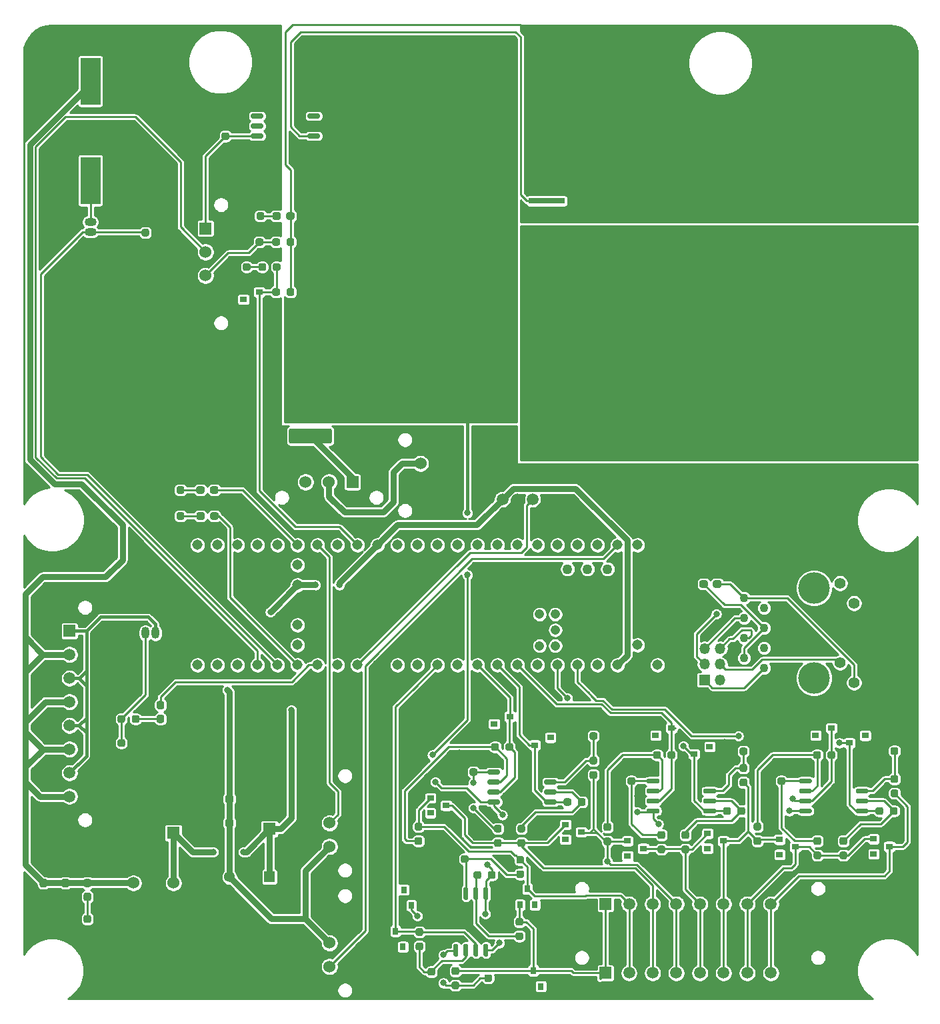
<source format=gbr>
%TF.GenerationSoftware,KiCad,Pcbnew,(5.1.10)-1*%
%TF.CreationDate,2022-03-19T12:48:15-05:00*%
%TF.ProjectId,BMS_2022_Rev1,424d535f-3230-4323-925f-526576312e6b,rev?*%
%TF.SameCoordinates,Original*%
%TF.FileFunction,Copper,L1,Top*%
%TF.FilePolarity,Positive*%
%FSLAX46Y46*%
G04 Gerber Fmt 4.6, Leading zero omitted, Abs format (unit mm)*
G04 Created by KiCad (PCBNEW (5.1.10)-1) date 2022-03-19 12:48:15*
%MOMM*%
%LPD*%
G01*
G04 APERTURE LIST*
%TA.AperFunction,SMDPad,CuDef*%
%ADD10R,0.900000X0.800000*%
%TD*%
%TA.AperFunction,ComponentPad*%
%ADD11C,1.530000*%
%TD*%
%TA.AperFunction,ComponentPad*%
%ADD12R,1.530000X1.530000*%
%TD*%
%TA.AperFunction,ComponentPad*%
%ADD13C,1.308000*%
%TD*%
%TA.AperFunction,ComponentPad*%
%ADD14C,1.208000*%
%TD*%
%TA.AperFunction,ComponentPad*%
%ADD15C,1.258000*%
%TD*%
%TA.AperFunction,ComponentPad*%
%ADD16R,1.520000X1.520000*%
%TD*%
%TA.AperFunction,ComponentPad*%
%ADD17C,1.520000*%
%TD*%
%TA.AperFunction,SMDPad,CuDef*%
%ADD18R,0.800000X0.900000*%
%TD*%
%TA.AperFunction,SMDPad,CuDef*%
%ADD19R,2.500000X6.000000*%
%TD*%
%TA.AperFunction,ComponentPad*%
%ADD20C,1.600000*%
%TD*%
%TA.AperFunction,ComponentPad*%
%ADD21R,1.600000X1.600000*%
%TD*%
%TA.AperFunction,ComponentPad*%
%ADD22C,5.080000*%
%TD*%
%TA.AperFunction,ComponentPad*%
%ADD23R,1.500000X1.050000*%
%TD*%
%TA.AperFunction,ComponentPad*%
%ADD24O,1.500000X1.050000*%
%TD*%
%TA.AperFunction,ComponentPad*%
%ADD25R,1.050000X1.500000*%
%TD*%
%TA.AperFunction,ComponentPad*%
%ADD26O,1.050000X1.500000*%
%TD*%
%TA.AperFunction,SMDPad,CuDef*%
%ADD27R,4.600000X0.800000*%
%TD*%
%TA.AperFunction,SMDPad,CuDef*%
%ADD28R,9.400000X10.800000*%
%TD*%
%TA.AperFunction,SMDPad,CuDef*%
%ADD29R,4.550000X5.250000*%
%TD*%
%TA.AperFunction,ComponentPad*%
%ADD30C,1.501140*%
%TD*%
%TA.AperFunction,ComponentPad*%
%ADD31O,9.144000X5.588000*%
%TD*%
%TA.AperFunction,ComponentPad*%
%ADD32C,18.288000*%
%TD*%
%TA.AperFunction,ComponentPad*%
%ADD33R,1.350000X1.350000*%
%TD*%
%TA.AperFunction,ComponentPad*%
%ADD34O,1.350000X1.350000*%
%TD*%
%TA.AperFunction,ComponentPad*%
%ADD35C,2.000000*%
%TD*%
%TA.AperFunction,ComponentPad*%
%ADD36C,1.400000*%
%TD*%
%TA.AperFunction,ComponentPad*%
%ADD37C,4.000000*%
%TD*%
%TA.AperFunction,ComponentPad*%
%ADD38C,1.100000*%
%TD*%
%TA.AperFunction,ComponentPad*%
%ADD39C,1.524000*%
%TD*%
%TA.AperFunction,ComponentPad*%
%ADD40C,1.358000*%
%TD*%
%TA.AperFunction,ComponentPad*%
%ADD41R,1.358000X1.358000*%
%TD*%
%TA.AperFunction,ViaPad*%
%ADD42C,0.800000*%
%TD*%
%TA.AperFunction,Conductor*%
%ADD43C,0.254000*%
%TD*%
%TA.AperFunction,Conductor*%
%ADD44C,0.250000*%
%TD*%
%TA.AperFunction,Conductor*%
%ADD45C,0.762000*%
%TD*%
%TA.AperFunction,Conductor*%
%ADD46C,0.381000*%
%TD*%
%TA.AperFunction,Conductor*%
%ADD47C,0.100000*%
%TD*%
G04 APERTURE END LIST*
%TO.P,R17,1*%
%TO.N,GND*%
%TA.AperFunction,SMDPad,CuDef*%
G36*
G01*
X-12599500Y207534500D02*
X-12599500Y208009500D01*
G75*
G02*
X-12362000Y208247000I237500J0D01*
G01*
X-11862000Y208247000D01*
G75*
G02*
X-11624500Y208009500I0J-237500D01*
G01*
X-11624500Y207534500D01*
G75*
G02*
X-11862000Y207297000I-237500J0D01*
G01*
X-12362000Y207297000D01*
G75*
G02*
X-12599500Y207534500I0J237500D01*
G01*
G37*
%TD.AperFunction*%
%TO.P,R17,2*%
%TO.N,Net-(R17-Pad2)*%
%TA.AperFunction,SMDPad,CuDef*%
G36*
G01*
X-10774500Y207534500D02*
X-10774500Y208009500D01*
G75*
G02*
X-10537000Y208247000I237500J0D01*
G01*
X-10037000Y208247000D01*
G75*
G02*
X-9799500Y208009500I0J-237500D01*
G01*
X-9799500Y207534500D01*
G75*
G02*
X-10037000Y207297000I-237500J0D01*
G01*
X-10537000Y207297000D01*
G75*
G02*
X-10774500Y207534500I0J237500D01*
G01*
G37*
%TD.AperFunction*%
%TD*%
%TO.P,R40,2*%
%TO.N,Net-(R39-Pad1)*%
%TA.AperFunction,SMDPad,CuDef*%
G36*
G01*
X-60519500Y208517500D02*
X-60519500Y208042500D01*
G75*
G02*
X-60757000Y207805000I-237500J0D01*
G01*
X-61257000Y207805000D01*
G75*
G02*
X-61494500Y208042500I0J237500D01*
G01*
X-61494500Y208517500D01*
G75*
G02*
X-61257000Y208755000I237500J0D01*
G01*
X-60757000Y208755000D01*
G75*
G02*
X-60519500Y208517500I0J-237500D01*
G01*
G37*
%TD.AperFunction*%
%TO.P,R40,1*%
%TO.N,CELL_3_2_SENSE*%
%TA.AperFunction,SMDPad,CuDef*%
G36*
G01*
X-58694500Y208517500D02*
X-58694500Y208042500D01*
G75*
G02*
X-58932000Y207805000I-237500J0D01*
G01*
X-59432000Y207805000D01*
G75*
G02*
X-59669500Y208042500I0J237500D01*
G01*
X-59669500Y208517500D01*
G75*
G02*
X-59432000Y208755000I237500J0D01*
G01*
X-58932000Y208755000D01*
G75*
G02*
X-58694500Y208517500I0J-237500D01*
G01*
G37*
%TD.AperFunction*%
%TD*%
D10*
%TO.P,D13,2*%
%TO.N,GND*%
X-33750500Y206441000D03*
%TO.P,D13,*%
%TO.N,*%
X-33750500Y208341000D03*
%TO.P,D13,1*%
%TO.N,CELL_6_5_SENSE*%
X-35750500Y207391000D03*
%TD*%
%TO.P,D19,2*%
%TO.N,GND*%
X-61118500Y213103500D03*
%TO.P,D19,*%
%TO.N,*%
X-61118500Y211203500D03*
%TO.P,D19,1*%
%TO.N,CELL_3_2_SENSE*%
X-59118500Y212153500D03*
%TD*%
%TO.P,D17,2*%
%TO.N,GND*%
X-53975000Y207581500D03*
%TO.P,D17,*%
%TO.N,*%
X-53975000Y209481500D03*
%TO.P,D17,1*%
%TO.N,CELL_4_3_SENSE*%
X-55975000Y208531500D03*
%TD*%
%TO.P,D12,1*%
%TO.N,CELL_6*%
X-32020000Y196342000D03*
%TO.P,D12,*%
%TO.N,*%
X-34020000Y195392000D03*
%TO.P,D12,2*%
%TO.N,CELL_5*%
X-34020000Y197292000D03*
%TD*%
%TO.P,U7,1*%
%TO.N,CELL_6_5_SENSE*%
%TA.AperFunction,SMDPad,CuDef*%
G36*
G01*
X-32938000Y200302000D02*
X-32938000Y200002000D01*
G75*
G02*
X-33088000Y199852000I-150000J0D01*
G01*
X-34388000Y199852000D01*
G75*
G02*
X-34538000Y200002000I0J150000D01*
G01*
X-34538000Y200302000D01*
G75*
G02*
X-34388000Y200452000I150000J0D01*
G01*
X-33088000Y200452000D01*
G75*
G02*
X-32938000Y200302000I0J-150000D01*
G01*
G37*
%TD.AperFunction*%
%TO.P,U7,2*%
%TO.N,Net-(R27-Pad1)*%
%TA.AperFunction,SMDPad,CuDef*%
G36*
G01*
X-32938000Y201572000D02*
X-32938000Y201272000D01*
G75*
G02*
X-33088000Y201122000I-150000J0D01*
G01*
X-34388000Y201122000D01*
G75*
G02*
X-34538000Y201272000I0J150000D01*
G01*
X-34538000Y201572000D01*
G75*
G02*
X-34388000Y201722000I150000J0D01*
G01*
X-33088000Y201722000D01*
G75*
G02*
X-32938000Y201572000I0J-150000D01*
G01*
G37*
%TD.AperFunction*%
%TO.P,U7,3*%
%TO.N,Net-(R25-Pad2)*%
%TA.AperFunction,SMDPad,CuDef*%
G36*
G01*
X-32938000Y202842000D02*
X-32938000Y202542000D01*
G75*
G02*
X-33088000Y202392000I-150000J0D01*
G01*
X-34388000Y202392000D01*
G75*
G02*
X-34538000Y202542000I0J150000D01*
G01*
X-34538000Y202842000D01*
G75*
G02*
X-34388000Y202992000I150000J0D01*
G01*
X-33088000Y202992000D01*
G75*
G02*
X-32938000Y202842000I0J-150000D01*
G01*
G37*
%TD.AperFunction*%
%TO.P,U7,4*%
%TO.N,GND*%
%TA.AperFunction,SMDPad,CuDef*%
G36*
G01*
X-32938000Y204112000D02*
X-32938000Y203812000D01*
G75*
G02*
X-33088000Y203662000I-150000J0D01*
G01*
X-34388000Y203662000D01*
G75*
G02*
X-34538000Y203812000I0J150000D01*
G01*
X-34538000Y204112000D01*
G75*
G02*
X-34388000Y204262000I150000J0D01*
G01*
X-33088000Y204262000D01*
G75*
G02*
X-32938000Y204112000I0J-150000D01*
G01*
G37*
%TD.AperFunction*%
%TO.P,U7,5*%
%TO.N,Net-(R29-Pad2)*%
%TA.AperFunction,SMDPad,CuDef*%
G36*
G01*
X-40138000Y204112000D02*
X-40138000Y203812000D01*
G75*
G02*
X-40288000Y203662000I-150000J0D01*
G01*
X-41588000Y203662000D01*
G75*
G02*
X-41738000Y203812000I0J150000D01*
G01*
X-41738000Y204112000D01*
G75*
G02*
X-41588000Y204262000I150000J0D01*
G01*
X-40288000Y204262000D01*
G75*
G02*
X-40138000Y204112000I0J-150000D01*
G01*
G37*
%TD.AperFunction*%
%TO.P,U7,6*%
%TO.N,Net-(R31-Pad1)*%
%TA.AperFunction,SMDPad,CuDef*%
G36*
G01*
X-40138000Y202842000D02*
X-40138000Y202542000D01*
G75*
G02*
X-40288000Y202392000I-150000J0D01*
G01*
X-41588000Y202392000D01*
G75*
G02*
X-41738000Y202542000I0J150000D01*
G01*
X-41738000Y202842000D01*
G75*
G02*
X-41588000Y202992000I150000J0D01*
G01*
X-40288000Y202992000D01*
G75*
G02*
X-40138000Y202842000I0J-150000D01*
G01*
G37*
%TD.AperFunction*%
%TO.P,U7,7*%
%TO.N,CELL_5_4_SENSE*%
%TA.AperFunction,SMDPad,CuDef*%
G36*
G01*
X-40138000Y201572000D02*
X-40138000Y201272000D01*
G75*
G02*
X-40288000Y201122000I-150000J0D01*
G01*
X-41588000Y201122000D01*
G75*
G02*
X-41738000Y201272000I0J150000D01*
G01*
X-41738000Y201572000D01*
G75*
G02*
X-41588000Y201722000I150000J0D01*
G01*
X-40288000Y201722000D01*
G75*
G02*
X-40138000Y201572000I0J-150000D01*
G01*
G37*
%TD.AperFunction*%
%TO.P,U7,8*%
%TO.N,PACK_V*%
%TA.AperFunction,SMDPad,CuDef*%
G36*
G01*
X-40138000Y200302000D02*
X-40138000Y200002000D01*
G75*
G02*
X-40288000Y199852000I-150000J0D01*
G01*
X-41588000Y199852000D01*
G75*
G02*
X-41738000Y200002000I0J150000D01*
G01*
X-41738000Y200302000D01*
G75*
G02*
X-41588000Y200452000I150000J0D01*
G01*
X-40288000Y200452000D01*
G75*
G02*
X-40138000Y200302000I0J-150000D01*
G01*
G37*
%TD.AperFunction*%
%TD*%
%TO.P,R18,1*%
%TO.N,Net-(R17-Pad2)*%
%TA.AperFunction,SMDPad,CuDef*%
G36*
G01*
X-10524500Y204703500D02*
X-10049500Y204703500D01*
G75*
G02*
X-9812000Y204466000I0J-237500D01*
G01*
X-9812000Y203966000D01*
G75*
G02*
X-10049500Y203728500I-237500J0D01*
G01*
X-10524500Y203728500D01*
G75*
G02*
X-10762000Y203966000I0J237500D01*
G01*
X-10762000Y204466000D01*
G75*
G02*
X-10524500Y204703500I237500J0D01*
G01*
G37*
%TD.AperFunction*%
%TO.P,R18,2*%
%TO.N,CELL_8*%
%TA.AperFunction,SMDPad,CuDef*%
G36*
G01*
X-10524500Y202878500D02*
X-10049500Y202878500D01*
G75*
G02*
X-9812000Y202641000I0J-237500D01*
G01*
X-9812000Y202141000D01*
G75*
G02*
X-10049500Y201903500I-237500J0D01*
G01*
X-10524500Y201903500D01*
G75*
G02*
X-10762000Y202141000I0J237500D01*
G01*
X-10762000Y202641000D01*
G75*
G02*
X-10524500Y202878500I237500J0D01*
G01*
G37*
%TD.AperFunction*%
%TD*%
%TO.P,D15,2*%
%TO.N,GND*%
X-40608000Y211643000D03*
%TO.P,D15,*%
%TO.N,*%
X-40608000Y209743000D03*
%TO.P,D15,1*%
%TO.N,CELL_5_4_SENSE*%
X-38608000Y210693000D03*
%TD*%
%TO.P,R39,1*%
%TO.N,Net-(R39-Pad1)*%
%TA.AperFunction,SMDPad,CuDef*%
G36*
G01*
X-70501500Y195854500D02*
X-70976500Y195854500D01*
G75*
G02*
X-71214000Y196092000I0J237500D01*
G01*
X-71214000Y196592000D01*
G75*
G02*
X-70976500Y196829500I237500J0D01*
G01*
X-70501500Y196829500D01*
G75*
G02*
X-70264000Y196592000I0J-237500D01*
G01*
X-70264000Y196092000D01*
G75*
G02*
X-70501500Y195854500I-237500J0D01*
G01*
G37*
%TD.AperFunction*%
%TO.P,R39,2*%
%TO.N,CELL_2*%
%TA.AperFunction,SMDPad,CuDef*%
G36*
G01*
X-70501500Y197679500D02*
X-70976500Y197679500D01*
G75*
G02*
X-71214000Y197917000I0J237500D01*
G01*
X-71214000Y198417000D01*
G75*
G02*
X-70976500Y198654500I237500J0D01*
G01*
X-70501500Y198654500D01*
G75*
G02*
X-70264000Y198417000I0J-237500D01*
G01*
X-70264000Y197917000D01*
G75*
G02*
X-70501500Y197679500I-237500J0D01*
G01*
G37*
%TD.AperFunction*%
%TD*%
%TO.P,D18,1*%
%TO.N,CELL_3*%
X-67215000Y200848000D03*
%TO.P,D18,*%
%TO.N,*%
X-69215000Y199898000D03*
%TO.P,D18,2*%
%TO.N,CELL_2*%
X-69215000Y201798000D03*
%TD*%
%TO.P,R21,1*%
%TO.N,GND*%
%TA.AperFunction,SMDPad,CuDef*%
G36*
G01*
X-26950500Y203724500D02*
X-26950500Y204199500D01*
G75*
G02*
X-26713000Y204437000I237500J0D01*
G01*
X-26213000Y204437000D01*
G75*
G02*
X-25975500Y204199500I0J-237500D01*
G01*
X-25975500Y203724500D01*
G75*
G02*
X-26213000Y203487000I-237500J0D01*
G01*
X-26713000Y203487000D01*
G75*
G02*
X-26950500Y203724500I0J237500D01*
G01*
G37*
%TD.AperFunction*%
%TO.P,R21,2*%
%TO.N,Net-(R21-Pad2)*%
%TA.AperFunction,SMDPad,CuDef*%
G36*
G01*
X-25125500Y203724500D02*
X-25125500Y204199500D01*
G75*
G02*
X-24888000Y204437000I237500J0D01*
G01*
X-24388000Y204437000D01*
G75*
G02*
X-24150500Y204199500I0J-237500D01*
G01*
X-24150500Y203724500D01*
G75*
G02*
X-24388000Y203487000I-237500J0D01*
G01*
X-24888000Y203487000D01*
G75*
G02*
X-25125500Y203724500I0J237500D01*
G01*
G37*
%TD.AperFunction*%
%TD*%
%TO.P,R26,2*%
%TO.N,CELL_6*%
%TA.AperFunction,SMDPad,CuDef*%
G36*
G01*
X-29701500Y204275500D02*
X-29226500Y204275500D01*
G75*
G02*
X-28989000Y204038000I0J-237500D01*
G01*
X-28989000Y203538000D01*
G75*
G02*
X-29226500Y203300500I-237500J0D01*
G01*
X-29701500Y203300500D01*
G75*
G02*
X-29939000Y203538000I0J237500D01*
G01*
X-29939000Y204038000D01*
G75*
G02*
X-29701500Y204275500I237500J0D01*
G01*
G37*
%TD.AperFunction*%
%TO.P,R26,1*%
%TO.N,Net-(R25-Pad2)*%
%TA.AperFunction,SMDPad,CuDef*%
G36*
G01*
X-29701500Y206100500D02*
X-29226500Y206100500D01*
G75*
G02*
X-28989000Y205863000I0J-237500D01*
G01*
X-28989000Y205363000D01*
G75*
G02*
X-29226500Y205125500I-237500J0D01*
G01*
X-29701500Y205125500D01*
G75*
G02*
X-29939000Y205363000I0J237500D01*
G01*
X-29939000Y205863000D01*
G75*
G02*
X-29701500Y206100500I237500J0D01*
G01*
G37*
%TD.AperFunction*%
%TD*%
%TO.P,R23,1*%
%TO.N,Net-(R23-Pad1)*%
%TA.AperFunction,SMDPad,CuDef*%
G36*
G01*
X-27923500Y198654500D02*
X-27448500Y198654500D01*
G75*
G02*
X-27211000Y198417000I0J-237500D01*
G01*
X-27211000Y197917000D01*
G75*
G02*
X-27448500Y197679500I-237500J0D01*
G01*
X-27923500Y197679500D01*
G75*
G02*
X-28161000Y197917000I0J237500D01*
G01*
X-28161000Y198417000D01*
G75*
G02*
X-27923500Y198654500I237500J0D01*
G01*
G37*
%TD.AperFunction*%
%TO.P,R23,2*%
%TO.N,CELL_6*%
%TA.AperFunction,SMDPad,CuDef*%
G36*
G01*
X-27923500Y196829500D02*
X-27448500Y196829500D01*
G75*
G02*
X-27211000Y196592000I0J-237500D01*
G01*
X-27211000Y196092000D01*
G75*
G02*
X-27448500Y195854500I-237500J0D01*
G01*
X-27923500Y195854500D01*
G75*
G02*
X-28161000Y196092000I0J237500D01*
G01*
X-28161000Y196592000D01*
G75*
G02*
X-27923500Y196829500I237500J0D01*
G01*
G37*
%TD.AperFunction*%
%TD*%
%TO.P,R30,2*%
%TO.N,CELL_5*%
%TA.AperFunction,SMDPad,CuDef*%
G36*
G01*
X-40115500Y195766500D02*
X-39640500Y195766500D01*
G75*
G02*
X-39403000Y195529000I0J-237500D01*
G01*
X-39403000Y195029000D01*
G75*
G02*
X-39640500Y194791500I-237500J0D01*
G01*
X-40115500Y194791500D01*
G75*
G02*
X-40353000Y195029000I0J237500D01*
G01*
X-40353000Y195529000D01*
G75*
G02*
X-40115500Y195766500I237500J0D01*
G01*
G37*
%TD.AperFunction*%
%TO.P,R30,1*%
%TO.N,Net-(R29-Pad2)*%
%TA.AperFunction,SMDPad,CuDef*%
G36*
G01*
X-40115500Y197591500D02*
X-39640500Y197591500D01*
G75*
G02*
X-39403000Y197354000I0J-237500D01*
G01*
X-39403000Y196854000D01*
G75*
G02*
X-39640500Y196616500I-237500J0D01*
G01*
X-40115500Y196616500D01*
G75*
G02*
X-40353000Y196854000I0J237500D01*
G01*
X-40353000Y197354000D01*
G75*
G02*
X-40115500Y197591500I237500J0D01*
G01*
G37*
%TD.AperFunction*%
%TD*%
%TO.P,D8,1*%
%TO.N,CELL_8*%
X-10922000Y195646000D03*
%TO.P,D8,*%
%TO.N,*%
X-12922000Y194696000D03*
%TO.P,D8,2*%
%TO.N,CELL_7*%
X-12922000Y196596000D03*
%TD*%
%TO.P,D11,2*%
%TO.N,GND*%
X-20288000Y211643000D03*
%TO.P,D11,*%
%TO.N,*%
X-20288000Y209743000D03*
%TO.P,D11,1*%
%TO.N,CELL_7_6_SENSE*%
X-18288000Y210693000D03*
%TD*%
%TO.P,D10,1*%
%TO.N,CELL_7*%
X-22860000Y195580000D03*
%TO.P,D10,*%
%TO.N,*%
X-24860000Y194630000D03*
%TO.P,D10,2*%
%TO.N,CELL_6*%
X-24860000Y196530000D03*
%TD*%
%TO.P,R38,2*%
%TO.N,CELL_3*%
%TA.AperFunction,SMDPad,CuDef*%
G36*
G01*
X-60880000Y196575500D02*
X-60405000Y196575500D01*
G75*
G02*
X-60167500Y196338000I0J-237500D01*
G01*
X-60167500Y195838000D01*
G75*
G02*
X-60405000Y195600500I-237500J0D01*
G01*
X-60880000Y195600500D01*
G75*
G02*
X-61117500Y195838000I0J237500D01*
G01*
X-61117500Y196338000D01*
G75*
G02*
X-60880000Y196575500I237500J0D01*
G01*
G37*
%TD.AperFunction*%
%TO.P,R38,1*%
%TO.N,Net-(R37-Pad2)*%
%TA.AperFunction,SMDPad,CuDef*%
G36*
G01*
X-60880000Y198400500D02*
X-60405000Y198400500D01*
G75*
G02*
X-60167500Y198163000I0J-237500D01*
G01*
X-60167500Y197663000D01*
G75*
G02*
X-60405000Y197425500I-237500J0D01*
G01*
X-60880000Y197425500D01*
G75*
G02*
X-61117500Y197663000I0J237500D01*
G01*
X-61117500Y198163000D01*
G75*
G02*
X-60880000Y198400500I237500J0D01*
G01*
G37*
%TD.AperFunction*%
%TD*%
%TO.P,U8,8*%
%TO.N,PACK_V*%
%TA.AperFunction,SMDPad,CuDef*%
G36*
G01*
X-60375000Y201445000D02*
X-60375000Y201145000D01*
G75*
G02*
X-60525000Y200995000I-150000J0D01*
G01*
X-61825000Y200995000D01*
G75*
G02*
X-61975000Y201145000I0J150000D01*
G01*
X-61975000Y201445000D01*
G75*
G02*
X-61825000Y201595000I150000J0D01*
G01*
X-60525000Y201595000D01*
G75*
G02*
X-60375000Y201445000I0J-150000D01*
G01*
G37*
%TD.AperFunction*%
%TO.P,U8,7*%
%TO.N,CELL_3_2_SENSE*%
%TA.AperFunction,SMDPad,CuDef*%
G36*
G01*
X-60375000Y202715000D02*
X-60375000Y202415000D01*
G75*
G02*
X-60525000Y202265000I-150000J0D01*
G01*
X-61825000Y202265000D01*
G75*
G02*
X-61975000Y202415000I0J150000D01*
G01*
X-61975000Y202715000D01*
G75*
G02*
X-61825000Y202865000I150000J0D01*
G01*
X-60525000Y202865000D01*
G75*
G02*
X-60375000Y202715000I0J-150000D01*
G01*
G37*
%TD.AperFunction*%
%TO.P,U8,6*%
%TO.N,Net-(R39-Pad1)*%
%TA.AperFunction,SMDPad,CuDef*%
G36*
G01*
X-60375000Y203985000D02*
X-60375000Y203685000D01*
G75*
G02*
X-60525000Y203535000I-150000J0D01*
G01*
X-61825000Y203535000D01*
G75*
G02*
X-61975000Y203685000I0J150000D01*
G01*
X-61975000Y203985000D01*
G75*
G02*
X-61825000Y204135000I150000J0D01*
G01*
X-60525000Y204135000D01*
G75*
G02*
X-60375000Y203985000I0J-150000D01*
G01*
G37*
%TD.AperFunction*%
%TO.P,U8,5*%
%TO.N,Net-(R37-Pad2)*%
%TA.AperFunction,SMDPad,CuDef*%
G36*
G01*
X-60375000Y205255000D02*
X-60375000Y204955000D01*
G75*
G02*
X-60525000Y204805000I-150000J0D01*
G01*
X-61825000Y204805000D01*
G75*
G02*
X-61975000Y204955000I0J150000D01*
G01*
X-61975000Y205255000D01*
G75*
G02*
X-61825000Y205405000I150000J0D01*
G01*
X-60525000Y205405000D01*
G75*
G02*
X-60375000Y205255000I0J-150000D01*
G01*
G37*
%TD.AperFunction*%
%TO.P,U8,4*%
%TO.N,GND*%
%TA.AperFunction,SMDPad,CuDef*%
G36*
G01*
X-53175000Y205255000D02*
X-53175000Y204955000D01*
G75*
G02*
X-53325000Y204805000I-150000J0D01*
G01*
X-54625000Y204805000D01*
G75*
G02*
X-54775000Y204955000I0J150000D01*
G01*
X-54775000Y205255000D01*
G75*
G02*
X-54625000Y205405000I150000J0D01*
G01*
X-53325000Y205405000D01*
G75*
G02*
X-53175000Y205255000I0J-150000D01*
G01*
G37*
%TD.AperFunction*%
%TO.P,U8,3*%
%TO.N,Net-(R33-Pad2)*%
%TA.AperFunction,SMDPad,CuDef*%
G36*
G01*
X-53175000Y203985000D02*
X-53175000Y203685000D01*
G75*
G02*
X-53325000Y203535000I-150000J0D01*
G01*
X-54625000Y203535000D01*
G75*
G02*
X-54775000Y203685000I0J150000D01*
G01*
X-54775000Y203985000D01*
G75*
G02*
X-54625000Y204135000I150000J0D01*
G01*
X-53325000Y204135000D01*
G75*
G02*
X-53175000Y203985000I0J-150000D01*
G01*
G37*
%TD.AperFunction*%
%TO.P,U8,2*%
%TO.N,Net-(R35-Pad1)*%
%TA.AperFunction,SMDPad,CuDef*%
G36*
G01*
X-53175000Y202715000D02*
X-53175000Y202415000D01*
G75*
G02*
X-53325000Y202265000I-150000J0D01*
G01*
X-54625000Y202265000D01*
G75*
G02*
X-54775000Y202415000I0J150000D01*
G01*
X-54775000Y202715000D01*
G75*
G02*
X-54625000Y202865000I150000J0D01*
G01*
X-53325000Y202865000D01*
G75*
G02*
X-53175000Y202715000I0J-150000D01*
G01*
G37*
%TD.AperFunction*%
%TO.P,U8,1*%
%TO.N,CELL_4_3_SENSE*%
%TA.AperFunction,SMDPad,CuDef*%
G36*
G01*
X-53175000Y201445000D02*
X-53175000Y201145000D01*
G75*
G02*
X-53325000Y200995000I-150000J0D01*
G01*
X-54625000Y200995000D01*
G75*
G02*
X-54775000Y201145000I0J150000D01*
G01*
X-54775000Y201445000D01*
G75*
G02*
X-54625000Y201595000I150000J0D01*
G01*
X-53325000Y201595000D01*
G75*
G02*
X-53175000Y201445000I0J-150000D01*
G01*
G37*
%TD.AperFunction*%
%TD*%
%TO.P,U6,1*%
%TO.N,CELL_8_7_SENSE*%
%TA.AperFunction,SMDPad,CuDef*%
G36*
G01*
X-13590000Y200302000D02*
X-13590000Y200002000D01*
G75*
G02*
X-13740000Y199852000I-150000J0D01*
G01*
X-15040000Y199852000D01*
G75*
G02*
X-15190000Y200002000I0J150000D01*
G01*
X-15190000Y200302000D01*
G75*
G02*
X-15040000Y200452000I150000J0D01*
G01*
X-13740000Y200452000D01*
G75*
G02*
X-13590000Y200302000I0J-150000D01*
G01*
G37*
%TD.AperFunction*%
%TO.P,U6,2*%
%TO.N,Net-(R19-Pad1)*%
%TA.AperFunction,SMDPad,CuDef*%
G36*
G01*
X-13590000Y201572000D02*
X-13590000Y201272000D01*
G75*
G02*
X-13740000Y201122000I-150000J0D01*
G01*
X-15040000Y201122000D01*
G75*
G02*
X-15190000Y201272000I0J150000D01*
G01*
X-15190000Y201572000D01*
G75*
G02*
X-15040000Y201722000I150000J0D01*
G01*
X-13740000Y201722000D01*
G75*
G02*
X-13590000Y201572000I0J-150000D01*
G01*
G37*
%TD.AperFunction*%
%TO.P,U6,3*%
%TO.N,Net-(R17-Pad2)*%
%TA.AperFunction,SMDPad,CuDef*%
G36*
G01*
X-13590000Y202842000D02*
X-13590000Y202542000D01*
G75*
G02*
X-13740000Y202392000I-150000J0D01*
G01*
X-15040000Y202392000D01*
G75*
G02*
X-15190000Y202542000I0J150000D01*
G01*
X-15190000Y202842000D01*
G75*
G02*
X-15040000Y202992000I150000J0D01*
G01*
X-13740000Y202992000D01*
G75*
G02*
X-13590000Y202842000I0J-150000D01*
G01*
G37*
%TD.AperFunction*%
%TO.P,U6,4*%
%TO.N,GND*%
%TA.AperFunction,SMDPad,CuDef*%
G36*
G01*
X-13590000Y204112000D02*
X-13590000Y203812000D01*
G75*
G02*
X-13740000Y203662000I-150000J0D01*
G01*
X-15040000Y203662000D01*
G75*
G02*
X-15190000Y203812000I0J150000D01*
G01*
X-15190000Y204112000D01*
G75*
G02*
X-15040000Y204262000I150000J0D01*
G01*
X-13740000Y204262000D01*
G75*
G02*
X-13590000Y204112000I0J-150000D01*
G01*
G37*
%TD.AperFunction*%
%TO.P,U6,5*%
%TO.N,Net-(R21-Pad2)*%
%TA.AperFunction,SMDPad,CuDef*%
G36*
G01*
X-20790000Y204112000D02*
X-20790000Y203812000D01*
G75*
G02*
X-20940000Y203662000I-150000J0D01*
G01*
X-22240000Y203662000D01*
G75*
G02*
X-22390000Y203812000I0J150000D01*
G01*
X-22390000Y204112000D01*
G75*
G02*
X-22240000Y204262000I150000J0D01*
G01*
X-20940000Y204262000D01*
G75*
G02*
X-20790000Y204112000I0J-150000D01*
G01*
G37*
%TD.AperFunction*%
%TO.P,U6,6*%
%TO.N,Net-(R23-Pad1)*%
%TA.AperFunction,SMDPad,CuDef*%
G36*
G01*
X-20790000Y202842000D02*
X-20790000Y202542000D01*
G75*
G02*
X-20940000Y202392000I-150000J0D01*
G01*
X-22240000Y202392000D01*
G75*
G02*
X-22390000Y202542000I0J150000D01*
G01*
X-22390000Y202842000D01*
G75*
G02*
X-22240000Y202992000I150000J0D01*
G01*
X-20940000Y202992000D01*
G75*
G02*
X-20790000Y202842000I0J-150000D01*
G01*
G37*
%TD.AperFunction*%
%TO.P,U6,7*%
%TO.N,CELL_7_6_SENSE*%
%TA.AperFunction,SMDPad,CuDef*%
G36*
G01*
X-20790000Y201572000D02*
X-20790000Y201272000D01*
G75*
G02*
X-20940000Y201122000I-150000J0D01*
G01*
X-22240000Y201122000D01*
G75*
G02*
X-22390000Y201272000I0J150000D01*
G01*
X-22390000Y201572000D01*
G75*
G02*
X-22240000Y201722000I150000J0D01*
G01*
X-20940000Y201722000D01*
G75*
G02*
X-20790000Y201572000I0J-150000D01*
G01*
G37*
%TD.AperFunction*%
%TO.P,U6,8*%
%TO.N,PACK_V*%
%TA.AperFunction,SMDPad,CuDef*%
G36*
G01*
X-20790000Y200302000D02*
X-20790000Y200002000D01*
G75*
G02*
X-20940000Y199852000I-150000J0D01*
G01*
X-22240000Y199852000D01*
G75*
G02*
X-22390000Y200002000I0J150000D01*
G01*
X-22390000Y200302000D01*
G75*
G02*
X-22240000Y200452000I150000J0D01*
G01*
X-20940000Y200452000D01*
G75*
G02*
X-20790000Y200302000I0J-150000D01*
G01*
G37*
%TD.AperFunction*%
%TD*%
%TO.P,D9,2*%
%TO.N,GND*%
X-14002000Y207838000D03*
%TO.P,D9,*%
%TO.N,*%
X-14002000Y209738000D03*
%TO.P,D9,1*%
%TO.N,CELL_8_7_SENSE*%
X-16002000Y208788000D03*
%TD*%
%TO.P,D14,2*%
%TO.N,CELL_4*%
X-44180000Y196342000D03*
%TO.P,D14,*%
%TO.N,*%
X-44180000Y194442000D03*
%TO.P,D14,1*%
%TO.N,CELL_5*%
X-42180000Y195392000D03*
%TD*%
%TO.P,R20,1*%
%TO.N,CELL_8_7_SENSE*%
%TA.AperFunction,SMDPad,CuDef*%
G36*
G01*
X-12679500Y199914500D02*
X-12679500Y200389500D01*
G75*
G02*
X-12442000Y200627000I237500J0D01*
G01*
X-11942000Y200627000D01*
G75*
G02*
X-11704500Y200389500I0J-237500D01*
G01*
X-11704500Y199914500D01*
G75*
G02*
X-11942000Y199677000I-237500J0D01*
G01*
X-12442000Y199677000D01*
G75*
G02*
X-12679500Y199914500I0J237500D01*
G01*
G37*
%TD.AperFunction*%
%TO.P,R20,2*%
%TO.N,Net-(R19-Pad1)*%
%TA.AperFunction,SMDPad,CuDef*%
G36*
G01*
X-10854500Y199914500D02*
X-10854500Y200389500D01*
G75*
G02*
X-10617000Y200627000I237500J0D01*
G01*
X-10117000Y200627000D01*
G75*
G02*
X-9879500Y200389500I0J-237500D01*
G01*
X-9879500Y199914500D01*
G75*
G02*
X-10117000Y199677000I-237500J0D01*
G01*
X-10617000Y199677000D01*
G75*
G02*
X-10854500Y199914500I0J237500D01*
G01*
G37*
%TD.AperFunction*%
%TD*%
%TO.P,R31,2*%
%TO.N,CELL_4*%
%TA.AperFunction,SMDPad,CuDef*%
G36*
G01*
X-46973500Y196782500D02*
X-46498500Y196782500D01*
G75*
G02*
X-46261000Y196545000I0J-237500D01*
G01*
X-46261000Y196045000D01*
G75*
G02*
X-46498500Y195807500I-237500J0D01*
G01*
X-46973500Y195807500D01*
G75*
G02*
X-47211000Y196045000I0J237500D01*
G01*
X-47211000Y196545000D01*
G75*
G02*
X-46973500Y196782500I237500J0D01*
G01*
G37*
%TD.AperFunction*%
%TO.P,R31,1*%
%TO.N,Net-(R31-Pad1)*%
%TA.AperFunction,SMDPad,CuDef*%
G36*
G01*
X-46973500Y198607500D02*
X-46498500Y198607500D01*
G75*
G02*
X-46261000Y198370000I0J-237500D01*
G01*
X-46261000Y197870000D01*
G75*
G02*
X-46498500Y197632500I-237500J0D01*
G01*
X-46973500Y197632500D01*
G75*
G02*
X-47211000Y197870000I0J237500D01*
G01*
X-47211000Y198370000D01*
G75*
G02*
X-46973500Y198607500I237500J0D01*
G01*
G37*
%TD.AperFunction*%
%TD*%
%TO.P,R35,1*%
%TO.N,Net-(R35-Pad1)*%
%TA.AperFunction,SMDPad,CuDef*%
G36*
G01*
X-57895500Y198400500D02*
X-57420500Y198400500D01*
G75*
G02*
X-57183000Y198163000I0J-237500D01*
G01*
X-57183000Y197663000D01*
G75*
G02*
X-57420500Y197425500I-237500J0D01*
G01*
X-57895500Y197425500D01*
G75*
G02*
X-58133000Y197663000I0J237500D01*
G01*
X-58133000Y198163000D01*
G75*
G02*
X-57895500Y198400500I237500J0D01*
G01*
G37*
%TD.AperFunction*%
%TO.P,R35,2*%
%TO.N,CELL_3*%
%TA.AperFunction,SMDPad,CuDef*%
G36*
G01*
X-57895500Y196575500D02*
X-57420500Y196575500D01*
G75*
G02*
X-57183000Y196338000I0J-237500D01*
G01*
X-57183000Y195838000D01*
G75*
G02*
X-57420500Y195600500I-237500J0D01*
G01*
X-57895500Y195600500D01*
G75*
G02*
X-58133000Y195838000I0J237500D01*
G01*
X-58133000Y196338000D01*
G75*
G02*
X-57895500Y196575500I237500J0D01*
G01*
G37*
%TD.AperFunction*%
%TD*%
%TO.P,R22,2*%
%TO.N,CELL_7*%
%TA.AperFunction,SMDPad,CuDef*%
G36*
G01*
X-20303500Y195004500D02*
X-19828500Y195004500D01*
G75*
G02*
X-19591000Y194767000I0J-237500D01*
G01*
X-19591000Y194267000D01*
G75*
G02*
X-19828500Y194029500I-237500J0D01*
G01*
X-20303500Y194029500D01*
G75*
G02*
X-20541000Y194267000I0J237500D01*
G01*
X-20541000Y194767000D01*
G75*
G02*
X-20303500Y195004500I237500J0D01*
G01*
G37*
%TD.AperFunction*%
%TO.P,R22,1*%
%TO.N,Net-(R21-Pad2)*%
%TA.AperFunction,SMDPad,CuDef*%
G36*
G01*
X-20303500Y196829500D02*
X-19828500Y196829500D01*
G75*
G02*
X-19591000Y196592000I0J-237500D01*
G01*
X-19591000Y196092000D01*
G75*
G02*
X-19828500Y195854500I-237500J0D01*
G01*
X-20303500Y195854500D01*
G75*
G02*
X-20541000Y196092000I0J237500D01*
G01*
X-20541000Y196592000D01*
G75*
G02*
X-20303500Y196829500I237500J0D01*
G01*
G37*
%TD.AperFunction*%
%TD*%
%TO.P,R32,2*%
%TO.N,Net-(R31-Pad1)*%
%TA.AperFunction,SMDPad,CuDef*%
G36*
G01*
X-39945500Y207501500D02*
X-39945500Y207026500D01*
G75*
G02*
X-40183000Y206789000I-237500J0D01*
G01*
X-40683000Y206789000D01*
G75*
G02*
X-40920500Y207026500I0J237500D01*
G01*
X-40920500Y207501500D01*
G75*
G02*
X-40683000Y207739000I237500J0D01*
G01*
X-40183000Y207739000D01*
G75*
G02*
X-39945500Y207501500I0J-237500D01*
G01*
G37*
%TD.AperFunction*%
%TO.P,R32,1*%
%TO.N,CELL_5_4_SENSE*%
%TA.AperFunction,SMDPad,CuDef*%
G36*
G01*
X-38120500Y207501500D02*
X-38120500Y207026500D01*
G75*
G02*
X-38358000Y206789000I-237500J0D01*
G01*
X-38858000Y206789000D01*
G75*
G02*
X-39095500Y207026500I0J237500D01*
G01*
X-39095500Y207501500D01*
G75*
G02*
X-38858000Y207739000I237500J0D01*
G01*
X-38358000Y207739000D01*
G75*
G02*
X-38120500Y207501500I0J-237500D01*
G01*
G37*
%TD.AperFunction*%
%TD*%
%TO.P,R19,1*%
%TO.N,Net-(R19-Pad1)*%
%TA.AperFunction,SMDPad,CuDef*%
G36*
G01*
X-17001500Y196829500D02*
X-16526500Y196829500D01*
G75*
G02*
X-16289000Y196592000I0J-237500D01*
G01*
X-16289000Y196092000D01*
G75*
G02*
X-16526500Y195854500I-237500J0D01*
G01*
X-17001500Y195854500D01*
G75*
G02*
X-17239000Y196092000I0J237500D01*
G01*
X-17239000Y196592000D01*
G75*
G02*
X-17001500Y196829500I237500J0D01*
G01*
G37*
%TD.AperFunction*%
%TO.P,R19,2*%
%TO.N,CELL_7*%
%TA.AperFunction,SMDPad,CuDef*%
G36*
G01*
X-17001500Y195004500D02*
X-16526500Y195004500D01*
G75*
G02*
X-16289000Y194767000I0J-237500D01*
G01*
X-16289000Y194267000D01*
G75*
G02*
X-16526500Y194029500I-237500J0D01*
G01*
X-17001500Y194029500D01*
G75*
G02*
X-17239000Y194267000I0J237500D01*
G01*
X-17239000Y194767000D01*
G75*
G02*
X-17001500Y195004500I237500J0D01*
G01*
G37*
%TD.AperFunction*%
%TD*%
%TO.P,D16,1*%
%TO.N,CELL_4*%
X-50054000Y197485000D03*
%TO.P,D16,*%
%TO.N,*%
X-52054000Y196535000D03*
%TO.P,D16,2*%
%TO.N,CELL_3*%
X-52054000Y198435000D03*
%TD*%
%TO.P,R33,2*%
%TO.N,Net-(R33-Pad2)*%
%TA.AperFunction,SMDPad,CuDef*%
G36*
G01*
X-49001500Y209439500D02*
X-49001500Y209914500D01*
G75*
G02*
X-48764000Y210152000I237500J0D01*
G01*
X-48264000Y210152000D01*
G75*
G02*
X-48026500Y209914500I0J-237500D01*
G01*
X-48026500Y209439500D01*
G75*
G02*
X-48264000Y209202000I-237500J0D01*
G01*
X-48764000Y209202000D01*
G75*
G02*
X-49001500Y209439500I0J237500D01*
G01*
G37*
%TD.AperFunction*%
%TO.P,R33,1*%
%TO.N,GND*%
%TA.AperFunction,SMDPad,CuDef*%
G36*
G01*
X-50826500Y209439500D02*
X-50826500Y209914500D01*
G75*
G02*
X-50589000Y210152000I237500J0D01*
G01*
X-50089000Y210152000D01*
G75*
G02*
X-49851500Y209914500I0J-237500D01*
G01*
X-49851500Y209439500D01*
G75*
G02*
X-50089000Y209202000I-237500J0D01*
G01*
X-50589000Y209202000D01*
G75*
G02*
X-50826500Y209439500I0J237500D01*
G01*
G37*
%TD.AperFunction*%
%TD*%
%TO.P,R34,2*%
%TO.N,CELL_4*%
%TA.AperFunction,SMDPad,CuDef*%
G36*
G01*
X-48751500Y205211500D02*
X-48276500Y205211500D01*
G75*
G02*
X-48039000Y204974000I0J-237500D01*
G01*
X-48039000Y204474000D01*
G75*
G02*
X-48276500Y204236500I-237500J0D01*
G01*
X-48751500Y204236500D01*
G75*
G02*
X-48989000Y204474000I0J237500D01*
G01*
X-48989000Y204974000D01*
G75*
G02*
X-48751500Y205211500I237500J0D01*
G01*
G37*
%TD.AperFunction*%
%TO.P,R34,1*%
%TO.N,Net-(R33-Pad2)*%
%TA.AperFunction,SMDPad,CuDef*%
G36*
G01*
X-48751500Y207036500D02*
X-48276500Y207036500D01*
G75*
G02*
X-48039000Y206799000I0J-237500D01*
G01*
X-48039000Y206299000D01*
G75*
G02*
X-48276500Y206061500I-237500J0D01*
G01*
X-48751500Y206061500D01*
G75*
G02*
X-48989000Y206299000I0J237500D01*
G01*
X-48989000Y206799000D01*
G75*
G02*
X-48751500Y207036500I237500J0D01*
G01*
G37*
%TD.AperFunction*%
%TD*%
%TO.P,R27,1*%
%TO.N,Net-(R27-Pad1)*%
%TA.AperFunction,SMDPad,CuDef*%
G36*
G01*
X-37067500Y197591500D02*
X-36592500Y197591500D01*
G75*
G02*
X-36355000Y197354000I0J-237500D01*
G01*
X-36355000Y196854000D01*
G75*
G02*
X-36592500Y196616500I-237500J0D01*
G01*
X-37067500Y196616500D01*
G75*
G02*
X-37305000Y196854000I0J237500D01*
G01*
X-37305000Y197354000D01*
G75*
G02*
X-37067500Y197591500I237500J0D01*
G01*
G37*
%TD.AperFunction*%
%TO.P,R27,2*%
%TO.N,CELL_5*%
%TA.AperFunction,SMDPad,CuDef*%
G36*
G01*
X-37067500Y195766500D02*
X-36592500Y195766500D01*
G75*
G02*
X-36355000Y195529000I0J-237500D01*
G01*
X-36355000Y195029000D01*
G75*
G02*
X-36592500Y194791500I-237500J0D01*
G01*
X-37067500Y194791500D01*
G75*
G02*
X-37305000Y195029000I0J237500D01*
G01*
X-37305000Y195529000D01*
G75*
G02*
X-37067500Y195766500I237500J0D01*
G01*
G37*
%TD.AperFunction*%
%TD*%
%TO.P,R25,2*%
%TO.N,Net-(R25-Pad2)*%
%TA.AperFunction,SMDPad,CuDef*%
G36*
G01*
X-29951500Y207487500D02*
X-29951500Y207962500D01*
G75*
G02*
X-29714000Y208200000I237500J0D01*
G01*
X-29214000Y208200000D01*
G75*
G02*
X-28976500Y207962500I0J-237500D01*
G01*
X-28976500Y207487500D01*
G75*
G02*
X-29214000Y207250000I-237500J0D01*
G01*
X-29714000Y207250000D01*
G75*
G02*
X-29951500Y207487500I0J237500D01*
G01*
G37*
%TD.AperFunction*%
%TO.P,R25,1*%
%TO.N,GND*%
%TA.AperFunction,SMDPad,CuDef*%
G36*
G01*
X-31776500Y207487500D02*
X-31776500Y207962500D01*
G75*
G02*
X-31539000Y208200000I237500J0D01*
G01*
X-31039000Y208200000D01*
G75*
G02*
X-30801500Y207962500I0J-237500D01*
G01*
X-30801500Y207487500D01*
G75*
G02*
X-31039000Y207250000I-237500J0D01*
G01*
X-31539000Y207250000D01*
G75*
G02*
X-31776500Y207487500I0J237500D01*
G01*
G37*
%TD.AperFunction*%
%TD*%
%TO.P,R24,2*%
%TO.N,Net-(R23-Pad1)*%
%TA.AperFunction,SMDPad,CuDef*%
G36*
G01*
X-19625500Y207501500D02*
X-19625500Y207026500D01*
G75*
G02*
X-19863000Y206789000I-237500J0D01*
G01*
X-20363000Y206789000D01*
G75*
G02*
X-20600500Y207026500I0J237500D01*
G01*
X-20600500Y207501500D01*
G75*
G02*
X-20363000Y207739000I237500J0D01*
G01*
X-19863000Y207739000D01*
G75*
G02*
X-19625500Y207501500I0J-237500D01*
G01*
G37*
%TD.AperFunction*%
%TO.P,R24,1*%
%TO.N,CELL_7_6_SENSE*%
%TA.AperFunction,SMDPad,CuDef*%
G36*
G01*
X-17800500Y207501500D02*
X-17800500Y207026500D01*
G75*
G02*
X-18038000Y206789000I-237500J0D01*
G01*
X-18538000Y206789000D01*
G75*
G02*
X-18775500Y207026500I0J237500D01*
G01*
X-18775500Y207501500D01*
G75*
G02*
X-18538000Y207739000I237500J0D01*
G01*
X-18038000Y207739000D01*
G75*
G02*
X-17800500Y207501500I0J-237500D01*
G01*
G37*
%TD.AperFunction*%
%TD*%
%TO.P,R29,1*%
%TO.N,GND*%
%TA.AperFunction,SMDPad,CuDef*%
G36*
G01*
X-46000500Y203724500D02*
X-46000500Y204199500D01*
G75*
G02*
X-45763000Y204437000I237500J0D01*
G01*
X-45263000Y204437000D01*
G75*
G02*
X-45025500Y204199500I0J-237500D01*
G01*
X-45025500Y203724500D01*
G75*
G02*
X-45263000Y203487000I-237500J0D01*
G01*
X-45763000Y203487000D01*
G75*
G02*
X-46000500Y203724500I0J237500D01*
G01*
G37*
%TD.AperFunction*%
%TO.P,R29,2*%
%TO.N,Net-(R29-Pad2)*%
%TA.AperFunction,SMDPad,CuDef*%
G36*
G01*
X-44175500Y203724500D02*
X-44175500Y204199500D01*
G75*
G02*
X-43938000Y204437000I237500J0D01*
G01*
X-43438000Y204437000D01*
G75*
G02*
X-43200500Y204199500I0J-237500D01*
G01*
X-43200500Y203724500D01*
G75*
G02*
X-43438000Y203487000I-237500J0D01*
G01*
X-43938000Y203487000D01*
G75*
G02*
X-44175500Y203724500I0J237500D01*
G01*
G37*
%TD.AperFunction*%
%TD*%
%TO.P,R28,1*%
%TO.N,CELL_6_5_SENSE*%
%TA.AperFunction,SMDPad,CuDef*%
G36*
G01*
X-32030500Y199914500D02*
X-32030500Y200389500D01*
G75*
G02*
X-31793000Y200627000I237500J0D01*
G01*
X-31293000Y200627000D01*
G75*
G02*
X-31055500Y200389500I0J-237500D01*
G01*
X-31055500Y199914500D01*
G75*
G02*
X-31293000Y199677000I-237500J0D01*
G01*
X-31793000Y199677000D01*
G75*
G02*
X-32030500Y199914500I0J237500D01*
G01*
G37*
%TD.AperFunction*%
%TO.P,R28,2*%
%TO.N,Net-(R27-Pad1)*%
%TA.AperFunction,SMDPad,CuDef*%
G36*
G01*
X-30205500Y199914500D02*
X-30205500Y200389500D01*
G75*
G02*
X-29968000Y200627000I237500J0D01*
G01*
X-29468000Y200627000D01*
G75*
G02*
X-29230500Y200389500I0J-237500D01*
G01*
X-29230500Y199914500D01*
G75*
G02*
X-29468000Y199677000I-237500J0D01*
G01*
X-29968000Y199677000D01*
G75*
G02*
X-30205500Y199914500I0J237500D01*
G01*
G37*
%TD.AperFunction*%
%TD*%
%TO.P,R37,1*%
%TO.N,GND*%
%TA.AperFunction,SMDPad,CuDef*%
G36*
G01*
X-66066500Y204867500D02*
X-66066500Y205342500D01*
G75*
G02*
X-65829000Y205580000I237500J0D01*
G01*
X-65329000Y205580000D01*
G75*
G02*
X-65091500Y205342500I0J-237500D01*
G01*
X-65091500Y204867500D01*
G75*
G02*
X-65329000Y204630000I-237500J0D01*
G01*
X-65829000Y204630000D01*
G75*
G02*
X-66066500Y204867500I0J237500D01*
G01*
G37*
%TD.AperFunction*%
%TO.P,R37,2*%
%TO.N,Net-(R37-Pad2)*%
%TA.AperFunction,SMDPad,CuDef*%
G36*
G01*
X-64241500Y204867500D02*
X-64241500Y205342500D01*
G75*
G02*
X-64004000Y205580000I237500J0D01*
G01*
X-63504000Y205580000D01*
G75*
G02*
X-63266500Y205342500I0J-237500D01*
G01*
X-63266500Y204867500D01*
G75*
G02*
X-63504000Y204630000I-237500J0D01*
G01*
X-64004000Y204630000D01*
G75*
G02*
X-64241500Y204867500I0J237500D01*
G01*
G37*
%TD.AperFunction*%
%TD*%
%TO.P,R36,1*%
%TO.N,CELL_4_3_SENSE*%
%TA.AperFunction,SMDPad,CuDef*%
G36*
G01*
X-52303500Y201057500D02*
X-52303500Y201532500D01*
G75*
G02*
X-52066000Y201770000I237500J0D01*
G01*
X-51566000Y201770000D01*
G75*
G02*
X-51328500Y201532500I0J-237500D01*
G01*
X-51328500Y201057500D01*
G75*
G02*
X-51566000Y200820000I-237500J0D01*
G01*
X-52066000Y200820000D01*
G75*
G02*
X-52303500Y201057500I0J237500D01*
G01*
G37*
%TD.AperFunction*%
%TO.P,R36,2*%
%TO.N,Net-(R35-Pad1)*%
%TA.AperFunction,SMDPad,CuDef*%
G36*
G01*
X-50478500Y201057500D02*
X-50478500Y201532500D01*
G75*
G02*
X-50241000Y201770000I237500J0D01*
G01*
X-49741000Y201770000D01*
G75*
G02*
X-49503500Y201532500I0J-237500D01*
G01*
X-49503500Y201057500D01*
G75*
G02*
X-49741000Y200820000I-237500J0D01*
G01*
X-50241000Y200820000D01*
G75*
G02*
X-50478500Y201057500I0J237500D01*
G01*
G37*
%TD.AperFunction*%
%TD*%
D11*
%TO.P,Conn5,2*%
%TO.N,Net-(Conn5-Pad2)*%
X-70485000Y244297200D03*
D12*
%TO.P,Conn5,1*%
%TO.N,GND*%
X-70485000Y241300000D03*
%TD*%
D13*
%TO.P,U1,GND1*%
%TO.N,GND*%
X-40386000Y233934000D03*
%TO.P,U1,0*%
%TO.N,Net-(U1-Pad0)*%
X-42926000Y233934000D03*
%TO.P,U1,VBAT*%
%TO.N,Net-(U1-PadVBAT)*%
X-86106000Y231394000D03*
%TO.P,U1,3.3V_3*%
%TO.N,+3V3*%
X-86106000Y228854000D03*
%TO.P,U1,GND4*%
%TO.N,GND*%
X-86106000Y226314000D03*
%TO.P,U1,ON/OFF*%
%TO.N,Net-(U1-PadON/OFF)*%
X-86106000Y221234000D03*
%TO.P,U1,VUSB*%
%TO.N,Net-(U1-PadVUSB)*%
X-42926000Y221234000D03*
%TO.P,U1,PROGRAM*%
%TO.N,Net-(U1-PadPROGRAM)*%
X-86106000Y223774000D03*
%TO.P,U1,GND2*%
%TO.N,GND*%
X-75946000Y218694000D03*
D14*
%TO.P,U1,R-*%
%TO.N,N/C*%
X-55356000Y221144000D03*
%TO.P,U1,R+*%
%TO.N,Net-(U1-PadR+)*%
X-53356000Y221144000D03*
%TO.P,U1,GND5*%
%TO.N,GND*%
X-55356000Y223144000D03*
%TO.P,U1,T+*%
%TO.N,Net-(U1-PadT+)*%
X-55356000Y225144000D03*
%TO.P,U1,LED*%
%TO.N,Net-(U1-PadLED)*%
X-53356000Y223144000D03*
%TO.P,U1,T-*%
%TO.N,N/C*%
X-53356000Y225144000D03*
D15*
%TO.P,U1,5V*%
%TO.N,Net-(U1-Pad5V)*%
X-46736000Y230884000D03*
%TO.P,U1,D-*%
%TO.N,N/C*%
X-49276000Y230884000D03*
%TO.P,U1,D+*%
%TO.N,Net-(U1-PadD+)*%
X-51816000Y230884000D03*
%TO.P,U1,USB_GND1*%
%TO.N,GND*%
X-54356000Y230884000D03*
%TO.P,U1,USB_GND2*%
X-56896000Y230884000D03*
D13*
%TO.P,U1,1*%
%TO.N,SER_TX_IND*%
X-45466000Y233934000D03*
%TO.P,U1,2*%
%TO.N,Net-(U1-Pad2)*%
X-48006000Y233934000D03*
%TO.P,U1,3*%
%TO.N,Net-(U1-Pad3)*%
X-50546000Y233934000D03*
%TO.P,U1,4*%
%TO.N,Net-(U1-Pad4)*%
X-53086000Y233934000D03*
%TO.P,U1,5*%
%TO.N,Net-(U1-Pad5)*%
X-55626000Y233934000D03*
%TO.P,U1,6*%
%TO.N,Net-(U1-Pad6)*%
X-58166000Y233934000D03*
%TO.P,U1,7*%
%TO.N,Net-(U1-Pad7)*%
X-60706000Y233934000D03*
%TO.P,U1,8*%
%TO.N,Net-(U1-Pad8)*%
X-63246000Y233934000D03*
%TO.P,U1,9*%
%TO.N,Net-(U1-Pad9)*%
X-65786000Y233934000D03*
%TO.P,U1,10*%
%TO.N,Net-(U1-Pad10)*%
X-68326000Y233934000D03*
%TO.P,U1,11*%
%TO.N,Net-(U1-Pad11)*%
X-70866000Y233934000D03*
%TO.P,U1,12*%
%TO.N,Net-(U1-Pad12)*%
X-73406000Y233934000D03*
%TO.P,U1,3.3V_1*%
%TO.N,+3V3*%
X-75946000Y233934000D03*
%TO.P,U1,13*%
%TO.N,Net-(U1-Pad13)*%
X-73406000Y218694000D03*
%TO.P,U1,14*%
%TO.N,Net-(U1-Pad14)*%
X-70866000Y218694000D03*
%TO.P,U1,15*%
%TO.N,CELL_1_GND_SENSE*%
X-68326000Y218694000D03*
%TO.P,U1,16*%
%TO.N,CELL_2_1_SENSE*%
X-65786000Y218694000D03*
%TO.P,U1,17*%
%TO.N,CELL_3_2_SENSE*%
X-63246000Y218694000D03*
%TO.P,U1,18*%
%TO.N,CELL_4_3_SENSE*%
X-60706000Y218694000D03*
%TO.P,U1,19*%
%TO.N,CELL_5_4_SENSE*%
X-58166000Y218694000D03*
%TO.P,U1,20*%
%TO.N,CELL_6_5_SENSE*%
X-55626000Y218694000D03*
%TO.P,U1,21*%
%TO.N,CELL_7_6_SENSE*%
X-53086000Y218694000D03*
%TO.P,U1,22*%
%TO.N,CELL_8_7_SENSE*%
X-50546000Y218694000D03*
%TO.P,U1,23*%
%TO.N,Net-(U1-Pad23)*%
X-48006000Y218694000D03*
%TO.P,U1,3.3V_2*%
%TO.N,+3V3*%
X-45466000Y218694000D03*
%TO.P,U1,GND3*%
%TO.N,GND*%
X-42926000Y218694000D03*
%TO.P,U1,VIN*%
%TO.N,Net-(U1-PadVIN)*%
X-40386000Y218694000D03*
%TO.P,U1,24*%
%TO.N,V_OUT_SENSE*%
X-78486000Y233934000D03*
%TO.P,U1,25*%
%TO.N,Net-(U1-Pad25)*%
X-81026000Y233934000D03*
%TO.P,U1,26*%
%TO.N,TEMP_D_OUT*%
X-83566000Y233934000D03*
%TO.P,U1,27*%
%TO.N,SW_IND*%
X-86106000Y233934000D03*
%TO.P,U1,28*%
%TO.N,Net-(U1-Pad28)*%
X-88646000Y233934000D03*
%TO.P,U1,29*%
%TO.N,Net-(U1-Pad29)*%
X-91186000Y233934000D03*
%TO.P,U1,30*%
%TO.N,Net-(U1-Pad30)*%
X-93726000Y233934000D03*
%TO.P,U1,31*%
%TO.N,Net-(U1-Pad31)*%
X-96266000Y233934000D03*
%TO.P,U1,32*%
%TO.N,Net-(U1-Pad32)*%
X-98806000Y233934000D03*
%TO.P,U1,33*%
%TO.N,Net-(U1-Pad33)*%
X-98806000Y218694000D03*
%TO.P,U1,34*%
%TO.N,Net-(U1-Pad34)*%
X-96266000Y218694000D03*
%TO.P,U1,35*%
%TO.N,Net-(U1-Pad35)*%
X-93726000Y218694000D03*
%TO.P,U1,36*%
%TO.N,PACK_GATE*%
X-91186000Y218694000D03*
%TO.P,U1,37*%
%TO.N,BUZZER*%
X-88646000Y218694000D03*
%TO.P,U1,38*%
%TO.N,SW_ERR*%
X-86106000Y218694000D03*
%TO.P,U1,39*%
%TO.N,FAN_CTL*%
X-83566000Y218694000D03*
%TO.P,U1,40*%
%TO.N,Net-(U1-Pad40)*%
X-81026000Y218694000D03*
%TO.P,U1,41*%
%TO.N,PACK_I_SENSE*%
X-78486000Y218694000D03*
%TD*%
D16*
%TO.P,Conn2,1*%
%TO.N,CELL_1*%
X-46990000Y188341000D03*
D17*
%TO.P,Conn2,2*%
%TO.N,CELL_2*%
X-43990001Y188341000D03*
%TO.P,Conn2,3*%
%TO.N,CELL_3*%
X-40990002Y188341000D03*
%TO.P,Conn2,4*%
%TO.N,CELL_4*%
X-37990003Y188341000D03*
%TO.P,Conn2,5*%
%TO.N,CELL_5*%
X-34990004Y188341000D03*
%TO.P,Conn2,6*%
%TO.N,CELL_6*%
X-31990005Y188341000D03*
%TO.P,Conn2,7*%
%TO.N,CELL_7*%
X-28990006Y188341000D03*
%TO.P,Conn2,8*%
%TO.N,CELL_8*%
X-25990006Y188341000D03*
%TO.P,Conn2,9*%
%TO.N,GND*%
X-22990007Y188341000D03*
%TD*%
D18*
%TO.P,D20,2*%
%TO.N,CELL_1*%
X-57846000Y188246000D03*
%TO.P,D20,*%
%TO.N,*%
X-55946000Y188246000D03*
%TO.P,D20,1*%
%TO.N,CELL_2*%
X-56896000Y190246000D03*
%TD*%
%TO.P,D22,1*%
%TO.N,CELL_1*%
X-56134000Y179879500D03*
%TO.P,D22,*%
%TO.N,*%
X-55184000Y177879500D03*
%TO.P,D22,2*%
%TO.N,GND*%
X-57084000Y177879500D03*
%TD*%
%TO.P,D21,1*%
%TO.N,CELL_2_1_SENSE*%
X-71628000Y188150500D03*
%TO.P,D21,*%
%TO.N,*%
X-72578000Y190150500D03*
%TO.P,D21,2*%
%TO.N,GND*%
X-70678000Y190150500D03*
%TD*%
%TO.P,D23,1*%
%TO.N,CELL_1_GND_SENSE*%
X-73660000Y184896000D03*
%TO.P,D23,*%
%TO.N,*%
X-72710000Y182896000D03*
%TO.P,D23,2*%
%TO.N,GND*%
X-74610000Y182896000D03*
%TD*%
%TO.P,R47,1*%
%TO.N,Net-(R47-Pad1)*%
%TA.AperFunction,SMDPad,CuDef*%
G36*
G01*
X-69325500Y180216000D02*
X-68850500Y180216000D01*
G75*
G02*
X-68613000Y179978500I0J-237500D01*
G01*
X-68613000Y179478500D01*
G75*
G02*
X-68850500Y179241000I-237500J0D01*
G01*
X-69325500Y179241000D01*
G75*
G02*
X-69563000Y179478500I0J237500D01*
G01*
X-69563000Y179978500D01*
G75*
G02*
X-69325500Y180216000I237500J0D01*
G01*
G37*
%TD.AperFunction*%
%TO.P,R47,2*%
%TO.N,GND*%
%TA.AperFunction,SMDPad,CuDef*%
G36*
G01*
X-69325500Y178391000D02*
X-68850500Y178391000D01*
G75*
G02*
X-68613000Y178153500I0J-237500D01*
G01*
X-68613000Y177653500D01*
G75*
G02*
X-68850500Y177416000I-237500J0D01*
G01*
X-69325500Y177416000D01*
G75*
G02*
X-69563000Y177653500I0J237500D01*
G01*
X-69563000Y178153500D01*
G75*
G02*
X-69325500Y178391000I237500J0D01*
G01*
G37*
%TD.AperFunction*%
%TD*%
%TO.P,R48,2*%
%TO.N,Net-(R47-Pad1)*%
%TA.AperFunction,SMDPad,CuDef*%
G36*
G01*
X-70849500Y183447500D02*
X-70374500Y183447500D01*
G75*
G02*
X-70137000Y183210000I0J-237500D01*
G01*
X-70137000Y182710000D01*
G75*
G02*
X-70374500Y182472500I-237500J0D01*
G01*
X-70849500Y182472500D01*
G75*
G02*
X-71087000Y182710000I0J237500D01*
G01*
X-71087000Y183210000D01*
G75*
G02*
X-70849500Y183447500I237500J0D01*
G01*
G37*
%TD.AperFunction*%
%TO.P,R48,1*%
%TO.N,CELL_1_GND_SENSE*%
%TA.AperFunction,SMDPad,CuDef*%
G36*
G01*
X-70849500Y185272500D02*
X-70374500Y185272500D01*
G75*
G02*
X-70137000Y185035000I0J-237500D01*
G01*
X-70137000Y184535000D01*
G75*
G02*
X-70374500Y184297500I-237500J0D01*
G01*
X-70849500Y184297500D01*
G75*
G02*
X-71087000Y184535000I0J237500D01*
G01*
X-71087000Y185035000D01*
G75*
G02*
X-70849500Y185272500I237500J0D01*
G01*
G37*
%TD.AperFunction*%
%TD*%
%TO.P,R41,1*%
%TO.N,GND*%
%TA.AperFunction,SMDPad,CuDef*%
G36*
G01*
X-67186000Y193818500D02*
X-67186000Y194293500D01*
G75*
G02*
X-66948500Y194531000I237500J0D01*
G01*
X-66448500Y194531000D01*
G75*
G02*
X-66211000Y194293500I0J-237500D01*
G01*
X-66211000Y193818500D01*
G75*
G02*
X-66448500Y193581000I-237500J0D01*
G01*
X-66948500Y193581000D01*
G75*
G02*
X-67186000Y193818500I0J237500D01*
G01*
G37*
%TD.AperFunction*%
%TO.P,R41,2*%
%TO.N,Net-(R41-Pad2)*%
%TA.AperFunction,SMDPad,CuDef*%
G36*
G01*
X-65361000Y193818500D02*
X-65361000Y194293500D01*
G75*
G02*
X-65123500Y194531000I237500J0D01*
G01*
X-64623500Y194531000D01*
G75*
G02*
X-64386000Y194293500I0J-237500D01*
G01*
X-64386000Y193818500D01*
G75*
G02*
X-64623500Y193581000I-237500J0D01*
G01*
X-65123500Y193581000D01*
G75*
G02*
X-65361000Y193818500I0J237500D01*
G01*
G37*
%TD.AperFunction*%
%TD*%
%TO.P,U9,1*%
%TO.N,CELL_2_1_SENSE*%
%TA.AperFunction,SMDPad,CuDef*%
G36*
G01*
X-62316500Y190474500D02*
X-62016500Y190474500D01*
G75*
G02*
X-61866500Y190324500I0J-150000D01*
G01*
X-61866500Y189024500D01*
G75*
G02*
X-62016500Y188874500I-150000J0D01*
G01*
X-62316500Y188874500D01*
G75*
G02*
X-62466500Y189024500I0J150000D01*
G01*
X-62466500Y190324500D01*
G75*
G02*
X-62316500Y190474500I150000J0D01*
G01*
G37*
%TD.AperFunction*%
%TO.P,U9,2*%
%TO.N,Net-(R43-Pad1)*%
%TA.AperFunction,SMDPad,CuDef*%
G36*
G01*
X-63586500Y190474500D02*
X-63286500Y190474500D01*
G75*
G02*
X-63136500Y190324500I0J-150000D01*
G01*
X-63136500Y189024500D01*
G75*
G02*
X-63286500Y188874500I-150000J0D01*
G01*
X-63586500Y188874500D01*
G75*
G02*
X-63736500Y189024500I0J150000D01*
G01*
X-63736500Y190324500D01*
G75*
G02*
X-63586500Y190474500I150000J0D01*
G01*
G37*
%TD.AperFunction*%
%TO.P,U9,3*%
%TO.N,Net-(R41-Pad2)*%
%TA.AperFunction,SMDPad,CuDef*%
G36*
G01*
X-64856500Y190474500D02*
X-64556500Y190474500D01*
G75*
G02*
X-64406500Y190324500I0J-150000D01*
G01*
X-64406500Y189024500D01*
G75*
G02*
X-64556500Y188874500I-150000J0D01*
G01*
X-64856500Y188874500D01*
G75*
G02*
X-65006500Y189024500I0J150000D01*
G01*
X-65006500Y190324500D01*
G75*
G02*
X-64856500Y190474500I150000J0D01*
G01*
G37*
%TD.AperFunction*%
%TO.P,U9,4*%
%TO.N,GND*%
%TA.AperFunction,SMDPad,CuDef*%
G36*
G01*
X-66126500Y190474500D02*
X-65826500Y190474500D01*
G75*
G02*
X-65676500Y190324500I0J-150000D01*
G01*
X-65676500Y189024500D01*
G75*
G02*
X-65826500Y188874500I-150000J0D01*
G01*
X-66126500Y188874500D01*
G75*
G02*
X-66276500Y189024500I0J150000D01*
G01*
X-66276500Y190324500D01*
G75*
G02*
X-66126500Y190474500I150000J0D01*
G01*
G37*
%TD.AperFunction*%
%TO.P,U9,5*%
%TO.N,Net-(R45-Pad2)*%
%TA.AperFunction,SMDPad,CuDef*%
G36*
G01*
X-66126500Y183274500D02*
X-65826500Y183274500D01*
G75*
G02*
X-65676500Y183124500I0J-150000D01*
G01*
X-65676500Y181824500D01*
G75*
G02*
X-65826500Y181674500I-150000J0D01*
G01*
X-66126500Y181674500D01*
G75*
G02*
X-66276500Y181824500I0J150000D01*
G01*
X-66276500Y183124500D01*
G75*
G02*
X-66126500Y183274500I150000J0D01*
G01*
G37*
%TD.AperFunction*%
%TO.P,U9,6*%
%TO.N,Net-(R47-Pad1)*%
%TA.AperFunction,SMDPad,CuDef*%
G36*
G01*
X-64856500Y183274500D02*
X-64556500Y183274500D01*
G75*
G02*
X-64406500Y183124500I0J-150000D01*
G01*
X-64406500Y181824500D01*
G75*
G02*
X-64556500Y181674500I-150000J0D01*
G01*
X-64856500Y181674500D01*
G75*
G02*
X-65006500Y181824500I0J150000D01*
G01*
X-65006500Y183124500D01*
G75*
G02*
X-64856500Y183274500I150000J0D01*
G01*
G37*
%TD.AperFunction*%
%TO.P,U9,7*%
%TO.N,CELL_1_GND_SENSE*%
%TA.AperFunction,SMDPad,CuDef*%
G36*
G01*
X-63586500Y183274500D02*
X-63286500Y183274500D01*
G75*
G02*
X-63136500Y183124500I0J-150000D01*
G01*
X-63136500Y181824500D01*
G75*
G02*
X-63286500Y181674500I-150000J0D01*
G01*
X-63586500Y181674500D01*
G75*
G02*
X-63736500Y181824500I0J150000D01*
G01*
X-63736500Y183124500D01*
G75*
G02*
X-63586500Y183274500I150000J0D01*
G01*
G37*
%TD.AperFunction*%
%TO.P,U9,8*%
%TO.N,PACK_V*%
%TA.AperFunction,SMDPad,CuDef*%
G36*
G01*
X-62316500Y183274500D02*
X-62016500Y183274500D01*
G75*
G02*
X-61866500Y183124500I0J-150000D01*
G01*
X-61866500Y181824500D01*
G75*
G02*
X-62016500Y181674500I-150000J0D01*
G01*
X-62316500Y181674500D01*
G75*
G02*
X-62466500Y181824500I0J150000D01*
G01*
X-62466500Y183124500D01*
G75*
G02*
X-62316500Y183274500I150000J0D01*
G01*
G37*
%TD.AperFunction*%
%TD*%
%TO.P,R44,1*%
%TO.N,CELL_2_1_SENSE*%
%TA.AperFunction,SMDPad,CuDef*%
G36*
G01*
X-60933500Y192261500D02*
X-60933500Y191786500D01*
G75*
G02*
X-61171000Y191549000I-237500J0D01*
G01*
X-61671000Y191549000D01*
G75*
G02*
X-61908500Y191786500I0J237500D01*
G01*
X-61908500Y192261500D01*
G75*
G02*
X-61671000Y192499000I237500J0D01*
G01*
X-61171000Y192499000D01*
G75*
G02*
X-60933500Y192261500I0J-237500D01*
G01*
G37*
%TD.AperFunction*%
%TO.P,R44,2*%
%TO.N,Net-(R43-Pad1)*%
%TA.AperFunction,SMDPad,CuDef*%
G36*
G01*
X-62758500Y192261500D02*
X-62758500Y191786500D01*
G75*
G02*
X-62996000Y191549000I-237500J0D01*
G01*
X-63496000Y191549000D01*
G75*
G02*
X-63733500Y191786500I0J237500D01*
G01*
X-63733500Y192261500D01*
G75*
G02*
X-63496000Y192499000I237500J0D01*
G01*
X-62996000Y192499000D01*
G75*
G02*
X-62758500Y192261500I0J-237500D01*
G01*
G37*
%TD.AperFunction*%
%TD*%
%TO.P,R43,1*%
%TO.N,Net-(R43-Pad1)*%
%TA.AperFunction,SMDPad,CuDef*%
G36*
G01*
X-57674500Y183766000D02*
X-58149500Y183766000D01*
G75*
G02*
X-58387000Y184003500I0J237500D01*
G01*
X-58387000Y184503500D01*
G75*
G02*
X-58149500Y184741000I237500J0D01*
G01*
X-57674500Y184741000D01*
G75*
G02*
X-57437000Y184503500I0J-237500D01*
G01*
X-57437000Y184003500D01*
G75*
G02*
X-57674500Y183766000I-237500J0D01*
G01*
G37*
%TD.AperFunction*%
%TO.P,R43,2*%
%TO.N,CELL_1*%
%TA.AperFunction,SMDPad,CuDef*%
G36*
G01*
X-57674500Y185591000D02*
X-58149500Y185591000D01*
G75*
G02*
X-58387000Y185828500I0J237500D01*
G01*
X-58387000Y186328500D01*
G75*
G02*
X-58149500Y186566000I237500J0D01*
G01*
X-57674500Y186566000D01*
G75*
G02*
X-57437000Y186328500I0J-237500D01*
G01*
X-57437000Y185828500D01*
G75*
G02*
X-57674500Y185591000I-237500J0D01*
G01*
G37*
%TD.AperFunction*%
%TD*%
%TO.P,R46,2*%
%TO.N,CELL_1*%
%TA.AperFunction,SMDPad,CuDef*%
G36*
G01*
X-65802500Y179344500D02*
X-66277500Y179344500D01*
G75*
G02*
X-66515000Y179582000I0J237500D01*
G01*
X-66515000Y180082000D01*
G75*
G02*
X-66277500Y180319500I237500J0D01*
G01*
X-65802500Y180319500D01*
G75*
G02*
X-65565000Y180082000I0J-237500D01*
G01*
X-65565000Y179582000D01*
G75*
G02*
X-65802500Y179344500I-237500J0D01*
G01*
G37*
%TD.AperFunction*%
%TO.P,R46,1*%
%TO.N,Net-(R45-Pad2)*%
%TA.AperFunction,SMDPad,CuDef*%
G36*
G01*
X-65802500Y177519500D02*
X-66277500Y177519500D01*
G75*
G02*
X-66515000Y177757000I0J237500D01*
G01*
X-66515000Y178257000D01*
G75*
G02*
X-66277500Y178494500I237500J0D01*
G01*
X-65802500Y178494500D01*
G75*
G02*
X-65565000Y178257000I0J-237500D01*
G01*
X-65565000Y177757000D01*
G75*
G02*
X-65802500Y177519500I-237500J0D01*
G01*
G37*
%TD.AperFunction*%
%TD*%
%TO.P,R42,2*%
%TO.N,CELL_2*%
%TA.AperFunction,SMDPad,CuDef*%
G36*
G01*
X-57571000Y193465000D02*
X-58046000Y193465000D01*
G75*
G02*
X-58283500Y193702500I0J237500D01*
G01*
X-58283500Y194202500D01*
G75*
G02*
X-58046000Y194440000I237500J0D01*
G01*
X-57571000Y194440000D01*
G75*
G02*
X-57333500Y194202500I0J-237500D01*
G01*
X-57333500Y193702500D01*
G75*
G02*
X-57571000Y193465000I-237500J0D01*
G01*
G37*
%TD.AperFunction*%
%TO.P,R42,1*%
%TO.N,Net-(R41-Pad2)*%
%TA.AperFunction,SMDPad,CuDef*%
G36*
G01*
X-57571000Y191640000D02*
X-58046000Y191640000D01*
G75*
G02*
X-58283500Y191877500I0J237500D01*
G01*
X-58283500Y192377500D01*
G75*
G02*
X-58046000Y192615000I237500J0D01*
G01*
X-57571000Y192615000D01*
G75*
G02*
X-57333500Y192377500I0J-237500D01*
G01*
X-57333500Y191877500D01*
G75*
G02*
X-57571000Y191640000I-237500J0D01*
G01*
G37*
%TD.AperFunction*%
%TD*%
%TO.P,R45,1*%
%TO.N,GND*%
%TA.AperFunction,SMDPad,CuDef*%
G36*
G01*
X-59560000Y179157000D02*
X-59560000Y178682000D01*
G75*
G02*
X-59797500Y178444500I-237500J0D01*
G01*
X-60297500Y178444500D01*
G75*
G02*
X-60535000Y178682000I0J237500D01*
G01*
X-60535000Y179157000D01*
G75*
G02*
X-60297500Y179394500I237500J0D01*
G01*
X-59797500Y179394500D01*
G75*
G02*
X-59560000Y179157000I0J-237500D01*
G01*
G37*
%TD.AperFunction*%
%TO.P,R45,2*%
%TO.N,Net-(R45-Pad2)*%
%TA.AperFunction,SMDPad,CuDef*%
G36*
G01*
X-61385000Y179157000D02*
X-61385000Y178682000D01*
G75*
G02*
X-61622500Y178444500I-237500J0D01*
G01*
X-62122500Y178444500D01*
G75*
G02*
X-62360000Y178682000I0J237500D01*
G01*
X-62360000Y179157000D01*
G75*
G02*
X-62122500Y179394500I237500J0D01*
G01*
X-61622500Y179394500D01*
G75*
G02*
X-61385000Y179157000I0J-237500D01*
G01*
G37*
%TD.AperFunction*%
%TD*%
D19*
%TO.P,BZ1,2*%
%TO.N,+5V*%
X-112395000Y292835000D03*
%TO.P,BZ1,1*%
%TO.N,Net-(BZ1-Pad1)*%
X-112395000Y280235000D03*
%TD*%
D20*
%TO.P,C2,2*%
%TO.N,GND*%
X-91662000Y197866000D03*
D21*
%TO.P,C2,1*%
%TO.N,Net-(C2-Pad1)*%
X-89662000Y197866000D03*
%TD*%
D20*
%TO.P,C5,2*%
%TO.N,GND*%
X-103854000Y197358000D03*
D21*
%TO.P,C5,1*%
%TO.N,Net-(C2-Pad1)*%
X-101854000Y197358000D03*
%TD*%
D17*
%TO.P,Conn1,8*%
%TO.N,+5V*%
X-115062000Y202012006D03*
%TO.P,Conn1,7*%
%TO.N,Net-(Conn1-Pad1)*%
X-115062000Y205012006D03*
%TO.P,Conn1,6*%
%TO.N,+5V*%
X-115062000Y208012005D03*
%TO.P,Conn1,5*%
%TO.N,Net-(Conn1-Pad1)*%
X-115062000Y211012004D03*
%TO.P,Conn1,4*%
%TO.N,+5V*%
X-115062000Y214012003D03*
%TO.P,Conn1,3*%
%TO.N,Net-(Conn1-Pad1)*%
X-115062000Y217012002D03*
%TO.P,Conn1,2*%
%TO.N,+5V*%
X-115062000Y220012001D03*
D16*
%TO.P,Conn1,1*%
%TO.N,Net-(Conn1-Pad1)*%
X-115062000Y223012000D03*
%TD*%
D17*
%TO.P,Conn3,9*%
%TO.N,GND*%
X-22990007Y179578000D03*
%TO.P,Conn3,8*%
%TO.N,CELL_8*%
X-25990006Y179578000D03*
%TO.P,Conn3,7*%
%TO.N,CELL_7*%
X-28990006Y179578000D03*
%TO.P,Conn3,6*%
%TO.N,CELL_6*%
X-31990005Y179578000D03*
%TO.P,Conn3,5*%
%TO.N,CELL_5*%
X-34990004Y179578000D03*
%TO.P,Conn3,4*%
%TO.N,CELL_4*%
X-37990003Y179578000D03*
%TO.P,Conn3,3*%
%TO.N,CELL_3*%
X-40990002Y179578000D03*
%TO.P,Conn3,2*%
%TO.N,CELL_2*%
X-43990001Y179578000D03*
D16*
%TO.P,Conn3,1*%
%TO.N,CELL_1*%
X-46990000Y179578000D03*
%TD*%
D22*
%TO.P,Conn4,4*%
%TO.N,Net-(Conn4-Pad4)*%
X-38862000Y248412000D03*
%TO.P,Conn4,1*%
%TO.N,GND*%
X-38862000Y240512000D03*
%TD*%
%TO.P,F1,2*%
%TO.N,PACK_V*%
%TA.AperFunction,SMDPad,CuDef*%
G36*
G01*
X-81979999Y253589500D02*
X-86930001Y253589500D01*
G75*
G02*
X-87180000Y253839499I0J249999D01*
G01*
X-87180000Y255264501D01*
G75*
G02*
X-86930001Y255514500I249999J0D01*
G01*
X-81979999Y255514500D01*
G75*
G02*
X-81730000Y255264501I0J-249999D01*
G01*
X-81730000Y253839499D01*
G75*
G02*
X-81979999Y253589500I-249999J0D01*
G01*
G37*
%TD.AperFunction*%
%TO.P,F1,1*%
%TO.N,Net-(F1-Pad1)*%
%TA.AperFunction,SMDPad,CuDef*%
G36*
G01*
X-81979999Y246814500D02*
X-86930001Y246814500D01*
G75*
G02*
X-87180000Y247064499I0J249999D01*
G01*
X-87180000Y248489501D01*
G75*
G02*
X-86930001Y248739500I249999J0D01*
G01*
X-81979999Y248739500D01*
G75*
G02*
X-81730000Y248489501I0J-249999D01*
G01*
X-81730000Y247064499D01*
G75*
G02*
X-81979999Y246814500I-249999J0D01*
G01*
G37*
%TD.AperFunction*%
%TD*%
D11*
%TO.P,J1,3*%
%TO.N,+3V3*%
X-82042000Y195630800D03*
%TO.P,J1,2*%
%TO.N,TEMP_D_OUT*%
X-82042000Y198628000D03*
D12*
%TO.P,J1,1*%
%TO.N,GND*%
X-82042000Y201625200D03*
%TD*%
%TO.P,J2,1*%
%TO.N,GND*%
X-82042000Y186385200D03*
D11*
%TO.P,J2,2*%
%TO.N,+3V3*%
X-82042000Y183388000D03*
%TO.P,J2,3*%
%TO.N,SER_TX_IND*%
X-82042000Y180390800D03*
%TD*%
D12*
%TO.P,J3,1*%
%TO.N,Net-(J3-Pad1)*%
X-97790000Y274142200D03*
D11*
%TO.P,J3,2*%
%TO.N,PACK_GATE*%
X-97790000Y271145000D03*
%TO.P,J3,3*%
%TO.N,Net-(J3-Pad3)*%
X-97790000Y268147800D03*
%TO.P,J3,4*%
%TO.N,GND*%
X-97790000Y265150600D03*
%TD*%
D23*
%TO.P,Q1,1*%
%TO.N,GND*%
X-112395000Y272415000D03*
D24*
%TO.P,Q1,3*%
%TO.N,Net-(BZ1-Pad1)*%
X-112395000Y274955000D03*
%TO.P,Q1,2*%
%TO.N,BUZZER*%
X-112395000Y273685000D03*
%TD*%
D25*
%TO.P,Q3,1*%
%TO.N,GND*%
X-106680000Y222758000D03*
D26*
%TO.P,Q3,3*%
%TO.N,Net-(Conn1-Pad1)*%
X-104140000Y222758000D03*
%TO.P,Q3,2*%
%TO.N,Net-(Q3-Pad2)*%
X-105410000Y222758000D03*
%TD*%
D27*
%TO.P,Q4,1*%
%TO.N,E_STOP_GATE*%
X-54423000Y277622000D03*
%TO.P,Q4,3*%
%TO.N,V_OUT*%
X-54423000Y278892000D03*
X-54423000Y280162000D03*
X-54423000Y282702000D03*
X-54423000Y283972000D03*
X-54423000Y285242000D03*
D28*
%TO.P,Q4,2*%
%TO.N,PACK_V*%
X-63573000Y281432000D03*
D29*
X-65998000Y284207000D03*
X-61148000Y278657000D03*
X-65998000Y278657000D03*
X-61148000Y284207000D03*
%TD*%
D12*
%TO.P,SW2,1*%
%TO.N,Net-(F1-Pad1)*%
X-79095600Y241935000D03*
D11*
%TO.P,SW2,2*%
%TO.N,Net-(Conn5-Pad2)*%
X-82092800Y241935000D03*
%TO.P,SW2,3*%
%TO.N,Net-(C2-Pad1)*%
X-85090000Y241935000D03*
%TD*%
D30*
%TO.P,U5,1*%
%TO.N,+3V3*%
X-60050680Y239742980D03*
%TO.P,U5,3*%
%TO.N,PACK_I_SENSE*%
X-56230520Y239742980D03*
%TO.P,U5,2*%
%TO.N,GND*%
X-58140600Y239742980D03*
D31*
%TO.P,U5,4*%
%TO.N,Net-(Conn4-Pad4)*%
X-53060600Y261239000D03*
%TO.P,U5,5*%
%TO.N,PACK_V*%
X-63220600Y261239000D03*
%TD*%
D32*
%TO.P,V1,1*%
%TO.N,GND*%
X-108585000Y254635000D03*
%TD*%
%TO.P,V2,1*%
%TO.N,Net-(Conn4-Pad4)*%
X-19685000Y254635000D03*
%TD*%
%TO.P,V3,1*%
%TO.N,V_OUT*%
X-19685000Y285115000D03*
%TD*%
D33*
%TO.P,J5,1*%
%TO.N,Net-(J4-Pad1)*%
X-34417000Y216789000D03*
D34*
%TO.P,J5,2*%
%TO.N,Net-(J4-Pad3)*%
X-32417000Y216789000D03*
%TO.P,J5,3*%
%TO.N,Net-(C8-Pad2)*%
X-34417000Y218789000D03*
%TO.P,J5,4*%
%TO.N,Net-(J4-Pad10)*%
X-32417000Y218789000D03*
%TO.P,J5,5*%
%TO.N,Net-(J4-Pad6)*%
X-34417000Y220789000D03*
%TO.P,J5,6*%
%TO.N,Net-(J4-Pad4)*%
X-32417000Y220789000D03*
%TD*%
%TO.P,C1,2*%
%TO.N,GND*%
%TA.AperFunction,SMDPad,CuDef*%
G36*
G01*
X-88309500Y259063500D02*
X-88309500Y258588500D01*
G75*
G02*
X-88547000Y258351000I-237500J0D01*
G01*
X-89147000Y258351000D01*
G75*
G02*
X-89384500Y258588500I0J237500D01*
G01*
X-89384500Y259063500D01*
G75*
G02*
X-89147000Y259301000I237500J0D01*
G01*
X-88547000Y259301000D01*
G75*
G02*
X-88309500Y259063500I0J-237500D01*
G01*
G37*
%TD.AperFunction*%
%TO.P,C1,1*%
%TO.N,PACK_V*%
%TA.AperFunction,SMDPad,CuDef*%
G36*
G01*
X-86584500Y259063500D02*
X-86584500Y258588500D01*
G75*
G02*
X-86822000Y258351000I-237500J0D01*
G01*
X-87422000Y258351000D01*
G75*
G02*
X-87659500Y258588500I0J237500D01*
G01*
X-87659500Y259063500D01*
G75*
G02*
X-87422000Y259301000I237500J0D01*
G01*
X-86822000Y259301000D01*
G75*
G02*
X-86584500Y259063500I0J-237500D01*
G01*
G37*
%TD.AperFunction*%
%TD*%
%TO.P,C3,1*%
%TO.N,+5V*%
%TA.AperFunction,SMDPad,CuDef*%
G36*
G01*
X-115807500Y191545500D02*
X-115332500Y191545500D01*
G75*
G02*
X-115095000Y191308000I0J-237500D01*
G01*
X-115095000Y190708000D01*
G75*
G02*
X-115332500Y190470500I-237500J0D01*
G01*
X-115807500Y190470500D01*
G75*
G02*
X-116045000Y190708000I0J237500D01*
G01*
X-116045000Y191308000D01*
G75*
G02*
X-115807500Y191545500I237500J0D01*
G01*
G37*
%TD.AperFunction*%
%TO.P,C3,2*%
%TO.N,GND*%
%TA.AperFunction,SMDPad,CuDef*%
G36*
G01*
X-115807500Y189820500D02*
X-115332500Y189820500D01*
G75*
G02*
X-115095000Y189583000I0J-237500D01*
G01*
X-115095000Y188983000D01*
G75*
G02*
X-115332500Y188745500I-237500J0D01*
G01*
X-115807500Y188745500D01*
G75*
G02*
X-116045000Y188983000I0J237500D01*
G01*
X-116045000Y189583000D01*
G75*
G02*
X-115807500Y189820500I237500J0D01*
G01*
G37*
%TD.AperFunction*%
%TD*%
%TO.P,C4,2*%
%TO.N,GND*%
%TA.AperFunction,SMDPad,CuDef*%
G36*
G01*
X-118601500Y189820500D02*
X-118126500Y189820500D01*
G75*
G02*
X-117889000Y189583000I0J-237500D01*
G01*
X-117889000Y188983000D01*
G75*
G02*
X-118126500Y188745500I-237500J0D01*
G01*
X-118601500Y188745500D01*
G75*
G02*
X-118839000Y188983000I0J237500D01*
G01*
X-118839000Y189583000D01*
G75*
G02*
X-118601500Y189820500I237500J0D01*
G01*
G37*
%TD.AperFunction*%
%TO.P,C4,1*%
%TO.N,+5V*%
%TA.AperFunction,SMDPad,CuDef*%
G36*
G01*
X-118601500Y191545500D02*
X-118126500Y191545500D01*
G75*
G02*
X-117889000Y191308000I0J-237500D01*
G01*
X-117889000Y190708000D01*
G75*
G02*
X-118126500Y190470500I-237500J0D01*
G01*
X-118601500Y190470500D01*
G75*
G02*
X-118839000Y190708000I0J237500D01*
G01*
X-118839000Y191308000D01*
G75*
G02*
X-118601500Y191545500I237500J0D01*
G01*
G37*
%TD.AperFunction*%
%TD*%
%TO.P,C6,2*%
%TO.N,GND*%
%TA.AperFunction,SMDPad,CuDef*%
G36*
G01*
X-95929500Y201913500D02*
X-95929500Y201438500D01*
G75*
G02*
X-96167000Y201201000I-237500J0D01*
G01*
X-96767000Y201201000D01*
G75*
G02*
X-97004500Y201438500I0J237500D01*
G01*
X-97004500Y201913500D01*
G75*
G02*
X-96767000Y202151000I237500J0D01*
G01*
X-96167000Y202151000D01*
G75*
G02*
X-95929500Y201913500I0J-237500D01*
G01*
G37*
%TD.AperFunction*%
%TO.P,C6,1*%
%TO.N,+3V3*%
%TA.AperFunction,SMDPad,CuDef*%
G36*
G01*
X-94204500Y201913500D02*
X-94204500Y201438500D01*
G75*
G02*
X-94442000Y201201000I-237500J0D01*
G01*
X-95042000Y201201000D01*
G75*
G02*
X-95279500Y201438500I0J237500D01*
G01*
X-95279500Y201913500D01*
G75*
G02*
X-95042000Y202151000I237500J0D01*
G01*
X-94442000Y202151000D01*
G75*
G02*
X-94204500Y201913500I0J-237500D01*
G01*
G37*
%TD.AperFunction*%
%TD*%
%TO.P,C7,1*%
%TO.N,+3V3*%
%TA.AperFunction,SMDPad,CuDef*%
G36*
G01*
X-94204500Y198865500D02*
X-94204500Y198390500D01*
G75*
G02*
X-94442000Y198153000I-237500J0D01*
G01*
X-95042000Y198153000D01*
G75*
G02*
X-95279500Y198390500I0J237500D01*
G01*
X-95279500Y198865500D01*
G75*
G02*
X-95042000Y199103000I237500J0D01*
G01*
X-94442000Y199103000D01*
G75*
G02*
X-94204500Y198865500I0J-237500D01*
G01*
G37*
%TD.AperFunction*%
%TO.P,C7,2*%
%TO.N,GND*%
%TA.AperFunction,SMDPad,CuDef*%
G36*
G01*
X-95929500Y198865500D02*
X-95929500Y198390500D01*
G75*
G02*
X-96167000Y198153000I-237500J0D01*
G01*
X-96767000Y198153000D01*
G75*
G02*
X-97004500Y198390500I0J237500D01*
G01*
X-97004500Y198865500D01*
G75*
G02*
X-96767000Y199103000I237500J0D01*
G01*
X-96167000Y199103000D01*
G75*
G02*
X-95929500Y198865500I0J-237500D01*
G01*
G37*
%TD.AperFunction*%
%TD*%
%TO.P,C8,2*%
%TO.N,Net-(C8-Pad2)*%
%TA.AperFunction,SMDPad,CuDef*%
G36*
G01*
X-33330000Y228743500D02*
X-33330000Y229218500D01*
G75*
G02*
X-33092500Y229456000I237500J0D01*
G01*
X-32492500Y229456000D01*
G75*
G02*
X-32255000Y229218500I0J-237500D01*
G01*
X-32255000Y228743500D01*
G75*
G02*
X-32492500Y228506000I-237500J0D01*
G01*
X-33092500Y228506000D01*
G75*
G02*
X-33330000Y228743500I0J237500D01*
G01*
G37*
%TD.AperFunction*%
%TO.P,C8,1*%
%TO.N,Net-(C8-Pad1)*%
%TA.AperFunction,SMDPad,CuDef*%
G36*
G01*
X-35055000Y228743500D02*
X-35055000Y229218500D01*
G75*
G02*
X-34817500Y229456000I237500J0D01*
G01*
X-34217500Y229456000D01*
G75*
G02*
X-33980000Y229218500I0J-237500D01*
G01*
X-33980000Y228743500D01*
G75*
G02*
X-34217500Y228506000I-237500J0D01*
G01*
X-34817500Y228506000D01*
G75*
G02*
X-35055000Y228743500I0J237500D01*
G01*
G37*
%TD.AperFunction*%
%TD*%
%TO.P,D2,1*%
%TO.N,Net-(D2-Pad1)*%
%TA.AperFunction,SMDPad,CuDef*%
G36*
G01*
X-103267500Y211325000D02*
X-103742500Y211325000D01*
G75*
G02*
X-103980000Y211562500I0J237500D01*
G01*
X-103980000Y212137500D01*
G75*
G02*
X-103742500Y212375000I237500J0D01*
G01*
X-103267500Y212375000D01*
G75*
G02*
X-103030000Y212137500I0J-237500D01*
G01*
X-103030000Y211562500D01*
G75*
G02*
X-103267500Y211325000I-237500J0D01*
G01*
G37*
%TD.AperFunction*%
%TO.P,D2,2*%
%TO.N,FAN_CTL*%
%TA.AperFunction,SMDPad,CuDef*%
G36*
G01*
X-103267500Y213075000D02*
X-103742500Y213075000D01*
G75*
G02*
X-103980000Y213312500I0J237500D01*
G01*
X-103980000Y213887500D01*
G75*
G02*
X-103742500Y214125000I237500J0D01*
G01*
X-103267500Y214125000D01*
G75*
G02*
X-103030000Y213887500I0J-237500D01*
G01*
X-103030000Y213312500D01*
G75*
G02*
X-103267500Y213075000I-237500J0D01*
G01*
G37*
%TD.AperFunction*%
%TD*%
D10*
%TO.P,D3,1*%
%TO.N,V_OUT_SENSE*%
X-90964000Y266065000D03*
%TO.P,D3,*%
%TO.N,*%
X-92964000Y265115000D03*
%TO.P,D3,2*%
%TO.N,GND*%
X-92964000Y267015000D03*
%TD*%
%TO.P,D4,1*%
%TO.N,Net-(D4-Pad1)*%
%TA.AperFunction,SMDPad,CuDef*%
G36*
G01*
X-112538500Y188733000D02*
X-113013500Y188733000D01*
G75*
G02*
X-113251000Y188970500I0J237500D01*
G01*
X-113251000Y189545500D01*
G75*
G02*
X-113013500Y189783000I237500J0D01*
G01*
X-112538500Y189783000D01*
G75*
G02*
X-112301000Y189545500I0J-237500D01*
G01*
X-112301000Y188970500D01*
G75*
G02*
X-112538500Y188733000I-237500J0D01*
G01*
G37*
%TD.AperFunction*%
%TO.P,D4,2*%
%TO.N,+5V*%
%TA.AperFunction,SMDPad,CuDef*%
G36*
G01*
X-112538500Y190483000D02*
X-113013500Y190483000D01*
G75*
G02*
X-113251000Y190720500I0J237500D01*
G01*
X-113251000Y191295500D01*
G75*
G02*
X-113013500Y191533000I237500J0D01*
G01*
X-112538500Y191533000D01*
G75*
G02*
X-112301000Y191295500I0J-237500D01*
G01*
X-112301000Y190720500D01*
G75*
G02*
X-112538500Y190483000I-237500J0D01*
G01*
G37*
%TD.AperFunction*%
%TD*%
%TO.P,D5,1*%
%TO.N,Net-(D5-Pad1)*%
%TA.AperFunction,SMDPad,CuDef*%
G36*
G01*
X-98950000Y240681500D02*
X-98950000Y241156500D01*
G75*
G02*
X-98712500Y241394000I237500J0D01*
G01*
X-98137500Y241394000D01*
G75*
G02*
X-97900000Y241156500I0J-237500D01*
G01*
X-97900000Y240681500D01*
G75*
G02*
X-98137500Y240444000I-237500J0D01*
G01*
X-98712500Y240444000D01*
G75*
G02*
X-98950000Y240681500I0J237500D01*
G01*
G37*
%TD.AperFunction*%
%TO.P,D5,2*%
%TO.N,SW_IND*%
%TA.AperFunction,SMDPad,CuDef*%
G36*
G01*
X-97200000Y240681500D02*
X-97200000Y241156500D01*
G75*
G02*
X-96962500Y241394000I237500J0D01*
G01*
X-96387500Y241394000D01*
G75*
G02*
X-96150000Y241156500I0J-237500D01*
G01*
X-96150000Y240681500D01*
G75*
G02*
X-96387500Y240444000I-237500J0D01*
G01*
X-96962500Y240444000D01*
G75*
G02*
X-97200000Y240681500I0J237500D01*
G01*
G37*
%TD.AperFunction*%
%TD*%
%TO.P,D6,1*%
%TO.N,Net-(D6-Pad1)*%
%TA.AperFunction,SMDPad,CuDef*%
G36*
G01*
X-98922000Y237379500D02*
X-98922000Y237854500D01*
G75*
G02*
X-98684500Y238092000I237500J0D01*
G01*
X-98109500Y238092000D01*
G75*
G02*
X-97872000Y237854500I0J-237500D01*
G01*
X-97872000Y237379500D01*
G75*
G02*
X-98109500Y237142000I-237500J0D01*
G01*
X-98684500Y237142000D01*
G75*
G02*
X-98922000Y237379500I0J237500D01*
G01*
G37*
%TD.AperFunction*%
%TO.P,D6,2*%
%TO.N,SW_ERR*%
%TA.AperFunction,SMDPad,CuDef*%
G36*
G01*
X-97172000Y237379500D02*
X-97172000Y237854500D01*
G75*
G02*
X-96934500Y238092000I237500J0D01*
G01*
X-96359500Y238092000D01*
G75*
G02*
X-96122000Y237854500I0J-237500D01*
G01*
X-96122000Y237379500D01*
G75*
G02*
X-96359500Y237142000I-237500J0D01*
G01*
X-96934500Y237142000D01*
G75*
G02*
X-97172000Y237379500I0J237500D01*
G01*
G37*
%TD.AperFunction*%
%TD*%
%TO.P,D7,2*%
%TO.N,V_OUT*%
%TA.AperFunction,SMDPad,CuDef*%
G36*
G01*
X-87520000Y275479500D02*
X-87520000Y275954500D01*
G75*
G02*
X-87282500Y276192000I237500J0D01*
G01*
X-86707500Y276192000D01*
G75*
G02*
X-86470000Y275954500I0J-237500D01*
G01*
X-86470000Y275479500D01*
G75*
G02*
X-86707500Y275242000I-237500J0D01*
G01*
X-87282500Y275242000D01*
G75*
G02*
X-87520000Y275479500I0J237500D01*
G01*
G37*
%TD.AperFunction*%
%TO.P,D7,1*%
%TO.N,Net-(D7-Pad1)*%
%TA.AperFunction,SMDPad,CuDef*%
G36*
G01*
X-89270000Y275479500D02*
X-89270000Y275954500D01*
G75*
G02*
X-89032500Y276192000I237500J0D01*
G01*
X-88457500Y276192000D01*
G75*
G02*
X-88220000Y275954500I0J-237500D01*
G01*
X-88220000Y275479500D01*
G75*
G02*
X-88457500Y275242000I-237500J0D01*
G01*
X-89032500Y275242000D01*
G75*
G02*
X-89270000Y275479500I0J237500D01*
G01*
G37*
%TD.AperFunction*%
%TD*%
%TO.P,R1,2*%
%TO.N,GND*%
%TA.AperFunction,SMDPad,CuDef*%
G36*
G01*
X-95012500Y287191000D02*
X-95487500Y287191000D01*
G75*
G02*
X-95725000Y287428500I0J237500D01*
G01*
X-95725000Y287928500D01*
G75*
G02*
X-95487500Y288166000I237500J0D01*
G01*
X-95012500Y288166000D01*
G75*
G02*
X-94775000Y287928500I0J-237500D01*
G01*
X-94775000Y287428500D01*
G75*
G02*
X-95012500Y287191000I-237500J0D01*
G01*
G37*
%TD.AperFunction*%
%TO.P,R1,1*%
%TO.N,Net-(J3-Pad1)*%
%TA.AperFunction,SMDPad,CuDef*%
G36*
G01*
X-95012500Y285366000D02*
X-95487500Y285366000D01*
G75*
G02*
X-95725000Y285603500I0J237500D01*
G01*
X-95725000Y286103500D01*
G75*
G02*
X-95487500Y286341000I237500J0D01*
G01*
X-95012500Y286341000D01*
G75*
G02*
X-94775000Y286103500I0J-237500D01*
G01*
X-94775000Y285603500D01*
G75*
G02*
X-95012500Y285366000I-237500J0D01*
G01*
G37*
%TD.AperFunction*%
%TD*%
%TO.P,R2,1*%
%TO.N,Net-(J3-Pad3)*%
%TA.AperFunction,SMDPad,CuDef*%
G36*
G01*
X-89307500Y272177500D02*
X-89307500Y272652500D01*
G75*
G02*
X-89070000Y272890000I237500J0D01*
G01*
X-88570000Y272890000D01*
G75*
G02*
X-88332500Y272652500I0J-237500D01*
G01*
X-88332500Y272177500D01*
G75*
G02*
X-88570000Y271940000I-237500J0D01*
G01*
X-89070000Y271940000D01*
G75*
G02*
X-89307500Y272177500I0J237500D01*
G01*
G37*
%TD.AperFunction*%
%TO.P,R2,2*%
%TO.N,V_OUT*%
%TA.AperFunction,SMDPad,CuDef*%
G36*
G01*
X-87482500Y272177500D02*
X-87482500Y272652500D01*
G75*
G02*
X-87245000Y272890000I237500J0D01*
G01*
X-86745000Y272890000D01*
G75*
G02*
X-86507500Y272652500I0J-237500D01*
G01*
X-86507500Y272177500D01*
G75*
G02*
X-86745000Y271940000I-237500J0D01*
G01*
X-87245000Y271940000D01*
G75*
G02*
X-87482500Y272177500I0J237500D01*
G01*
G37*
%TD.AperFunction*%
%TD*%
%TO.P,R4,2*%
%TO.N,GND*%
%TA.AperFunction,SMDPad,CuDef*%
G36*
G01*
X-92269500Y272652500D02*
X-92269500Y272177500D01*
G75*
G02*
X-92507000Y271940000I-237500J0D01*
G01*
X-93007000Y271940000D01*
G75*
G02*
X-93244500Y272177500I0J237500D01*
G01*
X-93244500Y272652500D01*
G75*
G02*
X-93007000Y272890000I237500J0D01*
G01*
X-92507000Y272890000D01*
G75*
G02*
X-92269500Y272652500I0J-237500D01*
G01*
G37*
%TD.AperFunction*%
%TO.P,R4,1*%
%TO.N,Net-(J3-Pad3)*%
%TA.AperFunction,SMDPad,CuDef*%
G36*
G01*
X-90444500Y272652500D02*
X-90444500Y272177500D01*
G75*
G02*
X-90682000Y271940000I-237500J0D01*
G01*
X-91182000Y271940000D01*
G75*
G02*
X-91419500Y272177500I0J237500D01*
G01*
X-91419500Y272652500D01*
G75*
G02*
X-91182000Y272890000I237500J0D01*
G01*
X-90682000Y272890000D01*
G75*
G02*
X-90444500Y272652500I0J-237500D01*
G01*
G37*
%TD.AperFunction*%
%TD*%
%TO.P,R5,2*%
%TO.N,GND*%
%TA.AperFunction,SMDPad,CuDef*%
G36*
G01*
X-105647500Y272267500D02*
X-105172500Y272267500D01*
G75*
G02*
X-104935000Y272030000I0J-237500D01*
G01*
X-104935000Y271530000D01*
G75*
G02*
X-105172500Y271292500I-237500J0D01*
G01*
X-105647500Y271292500D01*
G75*
G02*
X-105885000Y271530000I0J237500D01*
G01*
X-105885000Y272030000D01*
G75*
G02*
X-105647500Y272267500I237500J0D01*
G01*
G37*
%TD.AperFunction*%
%TO.P,R5,1*%
%TO.N,BUZZER*%
%TA.AperFunction,SMDPad,CuDef*%
G36*
G01*
X-105647500Y274092500D02*
X-105172500Y274092500D01*
G75*
G02*
X-104935000Y273855000I0J-237500D01*
G01*
X-104935000Y273355000D01*
G75*
G02*
X-105172500Y273117500I-237500J0D01*
G01*
X-105647500Y273117500D01*
G75*
G02*
X-105885000Y273355000I0J237500D01*
G01*
X-105885000Y273855000D01*
G75*
G02*
X-105647500Y274092500I237500J0D01*
G01*
G37*
%TD.AperFunction*%
%TD*%
%TO.P,R8,1*%
%TO.N,Net-(D2-Pad1)*%
%TA.AperFunction,SMDPad,CuDef*%
G36*
G01*
X-106169000Y212073500D02*
X-106169000Y211598500D01*
G75*
G02*
X-106406500Y211361000I-237500J0D01*
G01*
X-106906500Y211361000D01*
G75*
G02*
X-107144000Y211598500I0J237500D01*
G01*
X-107144000Y212073500D01*
G75*
G02*
X-106906500Y212311000I237500J0D01*
G01*
X-106406500Y212311000D01*
G75*
G02*
X-106169000Y212073500I0J-237500D01*
G01*
G37*
%TD.AperFunction*%
%TO.P,R8,2*%
%TO.N,Net-(Q3-Pad2)*%
%TA.AperFunction,SMDPad,CuDef*%
G36*
G01*
X-107994000Y212073500D02*
X-107994000Y211598500D01*
G75*
G02*
X-108231500Y211361000I-237500J0D01*
G01*
X-108731500Y211361000D01*
G75*
G02*
X-108969000Y211598500I0J237500D01*
G01*
X-108969000Y212073500D01*
G75*
G02*
X-108731500Y212311000I237500J0D01*
G01*
X-108231500Y212311000D01*
G75*
G02*
X-107994000Y212073500I0J-237500D01*
G01*
G37*
%TD.AperFunction*%
%TD*%
%TO.P,R9,2*%
%TO.N,GND*%
%TA.AperFunction,SMDPad,CuDef*%
G36*
G01*
X-107120500Y208550500D02*
X-107120500Y209025500D01*
G75*
G02*
X-106883000Y209263000I237500J0D01*
G01*
X-106383000Y209263000D01*
G75*
G02*
X-106145500Y209025500I0J-237500D01*
G01*
X-106145500Y208550500D01*
G75*
G02*
X-106383000Y208313000I-237500J0D01*
G01*
X-106883000Y208313000D01*
G75*
G02*
X-107120500Y208550500I0J237500D01*
G01*
G37*
%TD.AperFunction*%
%TO.P,R9,1*%
%TO.N,Net-(Q3-Pad2)*%
%TA.AperFunction,SMDPad,CuDef*%
G36*
G01*
X-108945500Y208550500D02*
X-108945500Y209025500D01*
G75*
G02*
X-108708000Y209263000I237500J0D01*
G01*
X-108208000Y209263000D01*
G75*
G02*
X-107970500Y209025500I0J-237500D01*
G01*
X-107970500Y208550500D01*
G75*
G02*
X-108208000Y208313000I-237500J0D01*
G01*
X-108708000Y208313000D01*
G75*
G02*
X-108945500Y208550500I0J237500D01*
G01*
G37*
%TD.AperFunction*%
%TD*%
%TO.P,R10,1*%
%TO.N,V_OUT*%
%TA.AperFunction,SMDPad,CuDef*%
G36*
G01*
X-86507500Y266302500D02*
X-86507500Y265827500D01*
G75*
G02*
X-86745000Y265590000I-237500J0D01*
G01*
X-87245000Y265590000D01*
G75*
G02*
X-87482500Y265827500I0J237500D01*
G01*
X-87482500Y266302500D01*
G75*
G02*
X-87245000Y266540000I237500J0D01*
G01*
X-86745000Y266540000D01*
G75*
G02*
X-86507500Y266302500I0J-237500D01*
G01*
G37*
%TD.AperFunction*%
%TO.P,R10,2*%
%TO.N,V_OUT_SENSE*%
%TA.AperFunction,SMDPad,CuDef*%
G36*
G01*
X-88332500Y266302500D02*
X-88332500Y265827500D01*
G75*
G02*
X-88570000Y265590000I-237500J0D01*
G01*
X-89070000Y265590000D01*
G75*
G02*
X-89307500Y265827500I0J237500D01*
G01*
X-89307500Y266302500D01*
G75*
G02*
X-89070000Y266540000I237500J0D01*
G01*
X-88570000Y266540000D01*
G75*
G02*
X-88332500Y266302500I0J-237500D01*
G01*
G37*
%TD.AperFunction*%
%TD*%
%TO.P,R11,2*%
%TO.N,Net-(R11-Pad2)*%
%TA.AperFunction,SMDPad,CuDef*%
G36*
G01*
X-90087000Y269477500D02*
X-90087000Y269002500D01*
G75*
G02*
X-90324500Y268765000I-237500J0D01*
G01*
X-90824500Y268765000D01*
G75*
G02*
X-91062000Y269002500I0J237500D01*
G01*
X-91062000Y269477500D01*
G75*
G02*
X-90824500Y269715000I237500J0D01*
G01*
X-90324500Y269715000D01*
G75*
G02*
X-90087000Y269477500I0J-237500D01*
G01*
G37*
%TD.AperFunction*%
%TO.P,R11,1*%
%TO.N,V_OUT_SENSE*%
%TA.AperFunction,SMDPad,CuDef*%
G36*
G01*
X-88262000Y269477500D02*
X-88262000Y269002500D01*
G75*
G02*
X-88499500Y268765000I-237500J0D01*
G01*
X-88999500Y268765000D01*
G75*
G02*
X-89237000Y269002500I0J237500D01*
G01*
X-89237000Y269477500D01*
G75*
G02*
X-88999500Y269715000I237500J0D01*
G01*
X-88499500Y269715000D01*
G75*
G02*
X-88262000Y269477500I0J-237500D01*
G01*
G37*
%TD.AperFunction*%
%TD*%
%TO.P,R12,1*%
%TO.N,Net-(D4-Pad1)*%
%TA.AperFunction,SMDPad,CuDef*%
G36*
G01*
X-113013500Y186923500D02*
X-112538500Y186923500D01*
G75*
G02*
X-112301000Y186686000I0J-237500D01*
G01*
X-112301000Y186186000D01*
G75*
G02*
X-112538500Y185948500I-237500J0D01*
G01*
X-113013500Y185948500D01*
G75*
G02*
X-113251000Y186186000I0J237500D01*
G01*
X-113251000Y186686000D01*
G75*
G02*
X-113013500Y186923500I237500J0D01*
G01*
G37*
%TD.AperFunction*%
%TO.P,R12,2*%
%TO.N,GND*%
%TA.AperFunction,SMDPad,CuDef*%
G36*
G01*
X-113013500Y185098500D02*
X-112538500Y185098500D01*
G75*
G02*
X-112301000Y184861000I0J-237500D01*
G01*
X-112301000Y184361000D01*
G75*
G02*
X-112538500Y184123500I-237500J0D01*
G01*
X-113013500Y184123500D01*
G75*
G02*
X-113251000Y184361000I0J237500D01*
G01*
X-113251000Y184861000D01*
G75*
G02*
X-113013500Y185098500I237500J0D01*
G01*
G37*
%TD.AperFunction*%
%TD*%
%TO.P,R13,1*%
%TO.N,Net-(D5-Pad1)*%
%TA.AperFunction,SMDPad,CuDef*%
G36*
G01*
X-100477500Y241156500D02*
X-100477500Y240681500D01*
G75*
G02*
X-100715000Y240444000I-237500J0D01*
G01*
X-101215000Y240444000D01*
G75*
G02*
X-101452500Y240681500I0J237500D01*
G01*
X-101452500Y241156500D01*
G75*
G02*
X-101215000Y241394000I237500J0D01*
G01*
X-100715000Y241394000D01*
G75*
G02*
X-100477500Y241156500I0J-237500D01*
G01*
G37*
%TD.AperFunction*%
%TO.P,R13,2*%
%TO.N,GND*%
%TA.AperFunction,SMDPad,CuDef*%
G36*
G01*
X-102302500Y241156500D02*
X-102302500Y240681500D01*
G75*
G02*
X-102540000Y240444000I-237500J0D01*
G01*
X-103040000Y240444000D01*
G75*
G02*
X-103277500Y240681500I0J237500D01*
G01*
X-103277500Y241156500D01*
G75*
G02*
X-103040000Y241394000I237500J0D01*
G01*
X-102540000Y241394000D01*
G75*
G02*
X-102302500Y241156500I0J-237500D01*
G01*
G37*
%TD.AperFunction*%
%TD*%
%TO.P,R14,1*%
%TO.N,Net-(D6-Pad1)*%
%TA.AperFunction,SMDPad,CuDef*%
G36*
G01*
X-100477500Y237854500D02*
X-100477500Y237379500D01*
G75*
G02*
X-100715000Y237142000I-237500J0D01*
G01*
X-101215000Y237142000D01*
G75*
G02*
X-101452500Y237379500I0J237500D01*
G01*
X-101452500Y237854500D01*
G75*
G02*
X-101215000Y238092000I237500J0D01*
G01*
X-100715000Y238092000D01*
G75*
G02*
X-100477500Y237854500I0J-237500D01*
G01*
G37*
%TD.AperFunction*%
%TO.P,R14,2*%
%TO.N,GND*%
%TA.AperFunction,SMDPad,CuDef*%
G36*
G01*
X-102302500Y237854500D02*
X-102302500Y237379500D01*
G75*
G02*
X-102540000Y237142000I-237500J0D01*
G01*
X-103040000Y237142000D01*
G75*
G02*
X-103277500Y237379500I0J237500D01*
G01*
X-103277500Y237854500D01*
G75*
G02*
X-103040000Y238092000I237500J0D01*
G01*
X-102540000Y238092000D01*
G75*
G02*
X-102302500Y237854500I0J-237500D01*
G01*
G37*
%TD.AperFunction*%
%TD*%
%TO.P,R15,1*%
%TO.N,Net-(D7-Pad1)*%
%TA.AperFunction,SMDPad,CuDef*%
G36*
G01*
X-90317500Y275954500D02*
X-90317500Y275479500D01*
G75*
G02*
X-90555000Y275242000I-237500J0D01*
G01*
X-91055000Y275242000D01*
G75*
G02*
X-91292500Y275479500I0J237500D01*
G01*
X-91292500Y275954500D01*
G75*
G02*
X-91055000Y276192000I237500J0D01*
G01*
X-90555000Y276192000D01*
G75*
G02*
X-90317500Y275954500I0J-237500D01*
G01*
G37*
%TD.AperFunction*%
%TO.P,R15,2*%
%TO.N,GND*%
%TA.AperFunction,SMDPad,CuDef*%
G36*
G01*
X-92142500Y275954500D02*
X-92142500Y275479500D01*
G75*
G02*
X-92380000Y275242000I-237500J0D01*
G01*
X-92880000Y275242000D01*
G75*
G02*
X-93117500Y275479500I0J237500D01*
G01*
X-93117500Y275954500D01*
G75*
G02*
X-92880000Y276192000I237500J0D01*
G01*
X-92380000Y276192000D01*
G75*
G02*
X-92142500Y275954500I0J-237500D01*
G01*
G37*
%TD.AperFunction*%
%TD*%
%TO.P,R16,1*%
%TO.N,Net-(R11-Pad2)*%
%TA.AperFunction,SMDPad,CuDef*%
G36*
G01*
X-92072000Y269477500D02*
X-92072000Y269002500D01*
G75*
G02*
X-92309500Y268765000I-237500J0D01*
G01*
X-92809500Y268765000D01*
G75*
G02*
X-93047000Y269002500I0J237500D01*
G01*
X-93047000Y269477500D01*
G75*
G02*
X-92809500Y269715000I237500J0D01*
G01*
X-92309500Y269715000D01*
G75*
G02*
X-92072000Y269477500I0J-237500D01*
G01*
G37*
%TD.AperFunction*%
%TO.P,R16,2*%
%TO.N,GND*%
%TA.AperFunction,SMDPad,CuDef*%
G36*
G01*
X-93897000Y269477500D02*
X-93897000Y269002500D01*
G75*
G02*
X-94134500Y268765000I-237500J0D01*
G01*
X-94634500Y268765000D01*
G75*
G02*
X-94872000Y269002500I0J237500D01*
G01*
X-94872000Y269477500D01*
G75*
G02*
X-94634500Y269715000I237500J0D01*
G01*
X-94134500Y269715000D01*
G75*
G02*
X-93897000Y269477500I0J-237500D01*
G01*
G37*
%TD.AperFunction*%
%TD*%
%TO.P,U3,1*%
%TO.N,GND*%
%TA.AperFunction,SMDPad,CuDef*%
G36*
G01*
X-92030000Y289537000D02*
X-92030000Y289837000D01*
G75*
G02*
X-91880000Y289987000I150000J0D01*
G01*
X-90580000Y289987000D01*
G75*
G02*
X-90430000Y289837000I0J-150000D01*
G01*
X-90430000Y289537000D01*
G75*
G02*
X-90580000Y289387000I-150000J0D01*
G01*
X-91880000Y289387000D01*
G75*
G02*
X-92030000Y289537000I0J150000D01*
G01*
G37*
%TD.AperFunction*%
%TO.P,U3,2*%
%TO.N,Net-(U3-Pad2)*%
%TA.AperFunction,SMDPad,CuDef*%
G36*
G01*
X-92030000Y288267000D02*
X-92030000Y288567000D01*
G75*
G02*
X-91880000Y288717000I150000J0D01*
G01*
X-90580000Y288717000D01*
G75*
G02*
X-90430000Y288567000I0J-150000D01*
G01*
X-90430000Y288267000D01*
G75*
G02*
X-90580000Y288117000I-150000J0D01*
G01*
X-91880000Y288117000D01*
G75*
G02*
X-92030000Y288267000I0J150000D01*
G01*
G37*
%TD.AperFunction*%
%TO.P,U3,3*%
%TO.N,Net-(U3-Pad3)*%
%TA.AperFunction,SMDPad,CuDef*%
G36*
G01*
X-92030000Y286997000D02*
X-92030000Y287297000D01*
G75*
G02*
X-91880000Y287447000I150000J0D01*
G01*
X-90580000Y287447000D01*
G75*
G02*
X-90430000Y287297000I0J-150000D01*
G01*
X-90430000Y286997000D01*
G75*
G02*
X-90580000Y286847000I-150000J0D01*
G01*
X-91880000Y286847000D01*
G75*
G02*
X-92030000Y286997000I0J150000D01*
G01*
G37*
%TD.AperFunction*%
%TO.P,U3,4*%
%TO.N,Net-(J3-Pad1)*%
%TA.AperFunction,SMDPad,CuDef*%
G36*
G01*
X-92030000Y285727000D02*
X-92030000Y286027000D01*
G75*
G02*
X-91880000Y286177000I150000J0D01*
G01*
X-90580000Y286177000D01*
G75*
G02*
X-90430000Y286027000I0J-150000D01*
G01*
X-90430000Y285727000D01*
G75*
G02*
X-90580000Y285577000I-150000J0D01*
G01*
X-91880000Y285577000D01*
G75*
G02*
X-92030000Y285727000I0J150000D01*
G01*
G37*
%TD.AperFunction*%
%TO.P,U3,5*%
%TO.N,E_STOP_GATE*%
%TA.AperFunction,SMDPad,CuDef*%
G36*
G01*
X-84830000Y285727000D02*
X-84830000Y286027000D01*
G75*
G02*
X-84680000Y286177000I150000J0D01*
G01*
X-83380000Y286177000D01*
G75*
G02*
X-83230000Y286027000I0J-150000D01*
G01*
X-83230000Y285727000D01*
G75*
G02*
X-83380000Y285577000I-150000J0D01*
G01*
X-84680000Y285577000D01*
G75*
G02*
X-84830000Y285727000I0J150000D01*
G01*
G37*
%TD.AperFunction*%
%TO.P,U3,6*%
%TO.N,PACK_V*%
%TA.AperFunction,SMDPad,CuDef*%
G36*
G01*
X-84830000Y286997000D02*
X-84830000Y287297000D01*
G75*
G02*
X-84680000Y287447000I150000J0D01*
G01*
X-83380000Y287447000D01*
G75*
G02*
X-83230000Y287297000I0J-150000D01*
G01*
X-83230000Y286997000D01*
G75*
G02*
X-83380000Y286847000I-150000J0D01*
G01*
X-84680000Y286847000D01*
G75*
G02*
X-84830000Y286997000I0J150000D01*
G01*
G37*
%TD.AperFunction*%
%TO.P,U3,7*%
%TO.N,N/C*%
%TA.AperFunction,SMDPad,CuDef*%
G36*
G01*
X-84830000Y288267000D02*
X-84830000Y288567000D01*
G75*
G02*
X-84680000Y288717000I150000J0D01*
G01*
X-83380000Y288717000D01*
G75*
G02*
X-83230000Y288567000I0J-150000D01*
G01*
X-83230000Y288267000D01*
G75*
G02*
X-83380000Y288117000I-150000J0D01*
G01*
X-84680000Y288117000D01*
G75*
G02*
X-84830000Y288267000I0J150000D01*
G01*
G37*
%TD.AperFunction*%
%TO.P,U3,8*%
%TO.N,PACK_V*%
%TA.AperFunction,SMDPad,CuDef*%
G36*
G01*
X-84830000Y289537000D02*
X-84830000Y289837000D01*
G75*
G02*
X-84680000Y289987000I150000J0D01*
G01*
X-83380000Y289987000D01*
G75*
G02*
X-83230000Y289837000I0J-150000D01*
G01*
X-83230000Y289537000D01*
G75*
G02*
X-83380000Y289387000I-150000J0D01*
G01*
X-84680000Y289387000D01*
G75*
G02*
X-84830000Y289537000I0J150000D01*
G01*
G37*
%TD.AperFunction*%
%TD*%
D35*
%TO.P,J4,SH*%
%TO.N,GND*%
X-23543000Y230635000D03*
X-23543000Y214885000D03*
D36*
%TO.P,J4,9*%
%TO.N,Net-(C8-Pad2)*%
X-15413000Y216435000D03*
%TO.P,J4,12*%
%TO.N,Net-(J4-Pad12)*%
X-17203000Y229085000D03*
%TO.P,J4,10*%
%TO.N,Net-(J4-Pad10)*%
X-17203000Y218975000D03*
%TO.P,J4,11*%
%TO.N,Net-(J4-Pad11)*%
X-15413000Y226545000D03*
D37*
%TO.P,J4,13*%
%TO.N,N/C*%
X-20493000Y217045000D03*
%TO.P,J4,14*%
X-20493000Y228475000D03*
D38*
%TO.P,J4,1*%
%TO.N,Net-(J4-Pad1)*%
X-26843000Y218315000D03*
%TO.P,J4,3*%
%TO.N,Net-(J4-Pad3)*%
X-26843000Y220855000D03*
%TO.P,J4,5*%
%TO.N,Net-(C8-Pad1)*%
X-26843000Y223395000D03*
%TO.P,J4,7*%
%TO.N,Net-(J4-Pad7)*%
X-26843000Y225935000D03*
%TO.P,J4,2*%
%TO.N,Net-(C8-Pad1)*%
X-29383000Y219585000D03*
%TO.P,J4,4*%
%TO.N,Net-(J4-Pad4)*%
X-29383000Y222125000D03*
%TO.P,J4,6*%
%TO.N,Net-(J4-Pad6)*%
X-29383000Y224665000D03*
%TO.P,J4,8*%
%TO.N,Net-(C8-Pad2)*%
X-29383000Y227205000D03*
%TD*%
D39*
%TO.P,U4,1*%
%TO.N,Net-(C2-Pad1)*%
X-101854000Y191008000D03*
%TO.P,U4,2*%
%TO.N,GND*%
X-104394000Y191008000D03*
%TO.P,U4,3*%
%TO.N,+5V*%
X-106934000Y191008000D03*
%TD*%
D40*
%TO.P,U2,3*%
%TO.N,+3V3*%
X-94742000Y191770000D03*
%TO.P,U2,2*%
%TO.N,GND*%
X-92202000Y191770000D03*
D41*
%TO.P,U2,1*%
%TO.N,Net-(C2-Pad1)*%
X-89662000Y191770000D03*
%TD*%
D42*
%TO.N,GND*%
X-104140000Y208280000D03*
X-99060000Y201930000D03*
X-99060000Y198120000D03*
X-115570000Y186690000D03*
X-118110000Y186690000D03*
X-111760000Y182880000D03*
X-74930000Y179578000D03*
X-71374000Y177546000D03*
X-70358000Y192786000D03*
X-67818000Y191516000D03*
X-58674000Y177546000D03*
X-92710000Y260350000D03*
X-91948000Y274066000D03*
X-102870000Y234950000D03*
X-102870000Y243840000D03*
X-53340000Y188468000D03*
X-53340000Y183896000D03*
X-58420000Y182372000D03*
X-62992000Y180848000D03*
X-53340000Y181356000D03*
X-53340000Y191516000D03*
X-59436000Y187452000D03*
X-49276000Y188468000D03*
X-16891000Y211328000D03*
X-22860000Y206121000D03*
X-14605000Y193929000D03*
X-18669000Y195961000D03*
X-45847000Y201295000D03*
X-50927000Y211328000D03*
X-62357000Y212598000D03*
X-52197000Y206248000D03*
X-31877000Y208915000D03*
X-21844000Y212217000D03*
X-26797000Y201295000D03*
X-11303000Y209550000D03*
X-42799000Y211582000D03*
X-14097000Y206375000D03*
X-65532000Y207518000D03*
X-24257000Y225044000D03*
X-24384000Y220980000D03*
X-20574000Y222250000D03*
X-51943000Y237998000D03*
X-54864000Y237998000D03*
X-49022000Y235966000D03*
X-59563000Y194056000D03*
X-42926000Y202057000D03*
X-31115000Y222758000D03*
X-98171000Y288036000D03*
X-80391000Y231775000D03*
X-111252000Y235204000D03*
X-111252000Y232156000D03*
X-114300000Y232156000D03*
X-117348000Y232156000D03*
X-120396000Y232156000D03*
X-120396000Y242316000D03*
X-102108000Y297688000D03*
X-102108000Y292608000D03*
X-106172000Y297688000D03*
X-106172000Y292608000D03*
X-114808000Y297688000D03*
X-118872000Y297688000D03*
X-90424000Y292608000D03*
X-90424000Y297688000D03*
X-94996000Y282956000D03*
X-91948000Y280924000D03*
%TO.N,PACK_V*%
X-59944000Y295656000D03*
X-59944000Y292100000D03*
X-59944000Y288036000D03*
X-64008000Y295656000D03*
X-64008000Y292100000D03*
X-68072000Y295656000D03*
X-68072000Y292100000D03*
X-71628000Y295656000D03*
X-71628000Y292100000D03*
X-75184000Y295656000D03*
X-75184000Y292100000D03*
X-78740000Y295656000D03*
X-78740000Y292100000D03*
X-82296000Y295656000D03*
X-82296000Y292100000D03*
X-85852000Y295656000D03*
X-85852000Y292100000D03*
X-64008000Y288036000D03*
X-68072000Y288036000D03*
X-71628000Y288036000D03*
X-75184000Y288036000D03*
X-78740000Y288036000D03*
X-82296000Y288036000D03*
X-82296000Y283972000D03*
X-78740000Y283972000D03*
X-75184000Y283972000D03*
X-71628000Y283972000D03*
X-85852000Y283972000D03*
X-64008000Y273304000D03*
X-64008000Y269240000D03*
X-64008000Y264668000D03*
X-71628000Y279908000D03*
X-71628000Y275844000D03*
X-71628000Y273304000D03*
X-71628000Y269240000D03*
X-71628000Y264668000D03*
X-71628000Y260604000D03*
X-71628000Y256540000D03*
X-71628000Y252476000D03*
X-68072000Y273304000D03*
X-68072000Y269240000D03*
X-68072000Y264668000D03*
X-68072000Y256540000D03*
X-68072000Y252476000D03*
X-75184000Y279908000D03*
X-75184000Y275844000D03*
X-75184000Y273304000D03*
X-75184000Y269240000D03*
X-75184000Y264668000D03*
X-75184000Y260604000D03*
X-75184000Y256540000D03*
X-75184000Y252476000D03*
X-78740000Y279908000D03*
X-82296000Y279908000D03*
X-85852000Y279908000D03*
X-78740000Y275844000D03*
X-82296000Y275844000D03*
X-85598000Y275844000D03*
X-78740000Y273304000D03*
X-82296000Y273304000D03*
X-85598000Y273304000D03*
X-78740000Y269240000D03*
X-82296000Y269240000D03*
X-85852000Y269240000D03*
X-78740000Y264668000D03*
X-82296000Y264668000D03*
X-85852000Y264668000D03*
X-78740000Y260604000D03*
X-82296000Y260604000D03*
X-85852000Y260604000D03*
X-78740000Y256540000D03*
X-82296000Y256540000D03*
X-85852000Y256540000D03*
X-78740000Y252476000D03*
X-64516000Y230124000D03*
X-64516000Y237998000D03*
X-60452000Y183388000D03*
X-68967067Y207270067D03*
X-68580000Y203835000D03*
X-40259000Y198501000D03*
X-23622000Y200152000D03*
X-60071000Y199644000D03*
X-42926000Y200025000D03*
%TO.N,Net-(C2-Pad1)*%
X-96774000Y194945000D03*
X-92964000Y194945000D03*
X-86868000Y212979000D03*
%TO.N,+3V3*%
X-94996000Y215519000D03*
X-89535000Y225425000D03*
X-83820000Y228854000D03*
X-80772000Y228854000D03*
%TO.N,Net-(C8-Pad2)*%
X-32893000Y225171000D03*
%TO.N,CELL_4*%
X-46736000Y193765000D03*
%TO.N,V_OUT*%
X-16256000Y299212000D03*
X-20320000Y299212000D03*
X-24384000Y299212000D03*
X-40132000Y299212000D03*
X-44196000Y299212000D03*
X-48260000Y299212000D03*
X-52324000Y299212000D03*
X-56388000Y299212000D03*
X-56388000Y295656000D03*
X-52324000Y295656000D03*
X-56388000Y292100000D03*
X-52324000Y292100000D03*
X-48260000Y295656000D03*
X-48260000Y292100000D03*
X-44196000Y292100000D03*
X-44196000Y295656000D03*
X-40132000Y295656000D03*
X-40132000Y292100000D03*
X-52324000Y288036000D03*
X-48260000Y288036000D03*
X-44196000Y288036000D03*
X-40132000Y288036000D03*
X-48260000Y283972000D03*
X-44196000Y283972000D03*
X-40132000Y283972000D03*
X-48260000Y279908000D03*
X-44196000Y279908000D03*
X-40132000Y279908000D03*
X-48260000Y275844000D03*
X-44196000Y275844000D03*
X-40132000Y275844000D03*
X-36068000Y275844000D03*
X-36068000Y279908000D03*
X-36068000Y283972000D03*
X-36068000Y288036000D03*
X-36322000Y291973000D03*
X-32004000Y275844000D03*
X-32004000Y279908000D03*
X-32004000Y283972000D03*
X-32004000Y288036000D03*
X-16256000Y295148000D03*
X-20320000Y295148000D03*
X-24384000Y295148000D03*
X-8128000Y288544000D03*
X-8128000Y283972000D03*
X-8128000Y279908000D03*
X-27432000Y275844000D03*
X-8128000Y275844000D03*
X-56388000Y288036000D03*
X-8128000Y292100000D03*
X-12192000Y295148000D03*
%TO.N,CELL_8_7_SENSE*%
X-17272000Y208788000D03*
X-30099000Y209677000D03*
%TO.N,CELL_7_6_SENSE*%
X-23241000Y201676000D03*
X-51816000Y214503000D03*
%TO.N,CELL_6_5_SENSE*%
X-37084000Y208407000D03*
%TO.N,CELL_2_1_SENSE*%
X-61976000Y193329000D03*
X-70866000Y186817000D03*
X-62230000Y187071000D03*
%TO.N,Net-(R37-Pad2)*%
X-63754000Y200533000D03*
X-63754000Y203708000D03*
%TO.N,Net-(R45-Pad2)*%
X-67564000Y178308000D03*
X-67564000Y181864000D03*
%TO.N,Net-(Conn4-Pad4)*%
X-55880000Y273304000D03*
X-48260000Y273304000D03*
X-44196000Y273304000D03*
X-40132000Y273304000D03*
X-52324000Y273304000D03*
X-36068000Y273304000D03*
X-32004000Y273304000D03*
X-27432000Y273304000D03*
X-22860000Y273304000D03*
X-18288000Y273304000D03*
X-8128000Y273304000D03*
X-13208000Y273304000D03*
X-8128000Y269240000D03*
X-8128000Y264668000D03*
X-8128000Y260604000D03*
X-8128000Y256540000D03*
X-8128000Y252476000D03*
X-13208000Y269240000D03*
X-18288000Y269240000D03*
X-22860000Y269240000D03*
X-27432000Y269240000D03*
X-32004000Y269240000D03*
X-36068000Y269240000D03*
X-40132000Y269240000D03*
X-44196000Y269240000D03*
X-48260000Y269240000D03*
X-52324000Y269240000D03*
X-55880000Y269240000D03*
X-13208000Y264668000D03*
X-18288000Y264668000D03*
X-22860000Y264668000D03*
X-27432000Y264668000D03*
X-32004000Y264668000D03*
X-36068000Y264668000D03*
X-40132000Y264668000D03*
X-44196000Y264668000D03*
X-48260000Y264668000D03*
X-52324000Y264668000D03*
X-55880000Y264668000D03*
X-32004000Y260604000D03*
X-36068000Y260604000D03*
X-40132000Y260604000D03*
X-44196000Y260604000D03*
X-32004000Y256540000D03*
X-36068000Y256540000D03*
X-40132000Y256540000D03*
X-44196000Y256540000D03*
X-48260000Y256540000D03*
X-32004000Y252476000D03*
X-44196000Y252476000D03*
X-48260000Y252476000D03*
X-8128000Y248412000D03*
X-32004000Y247904000D03*
X-44196000Y247904000D03*
X-48260000Y247904000D03*
%TD*%
D43*
%TO.N,GND*%
X-66397500Y189841500D02*
X-66230500Y189674500D01*
X-66397500Y194056000D02*
X-66397500Y189841500D01*
D44*
X-70678000Y192466000D02*
X-70358000Y192786000D01*
X-70678000Y190150500D02*
X-70678000Y192466000D01*
X-60047500Y178919500D02*
X-60047500Y177903500D01*
X-59690000Y177546000D02*
X-58674000Y177546000D01*
X-60047500Y177903500D02*
X-59690000Y177546000D01*
X-53530500Y207581500D02*
X-52197000Y206248000D01*
X-53975000Y207581500D02*
X-53530500Y207581500D01*
X-45847000Y203628000D02*
X-45513000Y203962000D01*
X-45847000Y201295000D02*
X-45847000Y203628000D01*
X-40669000Y211582000D02*
X-40608000Y211643000D01*
X-42799000Y211582000D02*
X-40669000Y211582000D01*
X-33738000Y206428500D02*
X-33750500Y206441000D01*
X-33738000Y203962000D02*
X-33738000Y206428500D01*
X-26797000Y203628000D02*
X-26463000Y203962000D01*
X-26797000Y201295000D02*
X-26797000Y203628000D01*
X-14390000Y206082000D02*
X-14097000Y206375000D01*
X-14390000Y203962000D02*
X-14390000Y206082000D01*
X-14002000Y206470000D02*
X-14097000Y206375000D01*
X-14002000Y207838000D02*
X-14002000Y206470000D01*
X-65579000Y207471000D02*
X-65532000Y207518000D01*
X-65579000Y205105000D02*
X-65579000Y207471000D01*
X-21270000Y211643000D02*
X-21844000Y212217000D01*
X-20288000Y211643000D02*
X-21270000Y211643000D01*
X-92630000Y275717000D02*
X-92583000Y275717000D01*
X-91948000Y275082000D02*
X-91948000Y274066000D01*
X-92583000Y275717000D02*
X-91948000Y275082000D01*
X-92757000Y272415000D02*
X-92329000Y272415000D01*
X-91948000Y272796000D02*
X-91948000Y274066000D01*
X-92329000Y272415000D02*
X-91948000Y272796000D01*
D45*
%TO.N,+5V*%
X-118830996Y202012006D02*
X-120650000Y203831010D01*
X-120650000Y203831010D02*
X-120650000Y205740000D01*
X-118377995Y208012005D02*
X-115062000Y208012005D01*
X-120650000Y205740000D02*
X-118377995Y208012005D01*
X-118377995Y208012005D02*
X-118477005Y208012005D01*
X-118477005Y208012005D02*
X-120650000Y210185000D01*
X-118092997Y214012003D02*
X-115062000Y214012003D01*
X-120650000Y211455000D02*
X-118092997Y214012003D01*
X-120650000Y209550000D02*
X-120650000Y210820000D01*
X-120650000Y205740000D02*
X-120650000Y209550000D01*
X-120650000Y210820000D02*
X-120650000Y211455000D01*
X-120650000Y210185000D02*
X-120650000Y210820000D01*
X-120650000Y211455000D02*
X-120650000Y217805000D01*
X-118442999Y220012001D02*
X-115062000Y220012001D01*
X-120650000Y217805000D02*
X-118442999Y220012001D01*
X-118442999Y220042999D02*
X-120650000Y222250000D01*
X-118442999Y220012001D02*
X-118442999Y220042999D01*
X-120650000Y217805000D02*
X-120650000Y222250000D01*
X-115062000Y202012006D02*
X-118830996Y202012006D01*
X-120650000Y193294000D02*
X-118364000Y191008000D01*
X-120650000Y203831010D02*
X-120650000Y193294000D01*
X-118364000Y191008000D02*
X-115570000Y191008000D01*
X-115570000Y191008000D02*
X-112776000Y191008000D01*
X-112776000Y191008000D02*
X-106934000Y191008000D01*
X-112395000Y292466276D02*
X-112395000Y292835000D01*
X-120088009Y284773267D02*
X-112395000Y292466276D01*
X-120088010Y244802010D02*
X-120088009Y284773267D01*
X-116967000Y241681000D02*
X-120088010Y244802010D01*
X-113538000Y241681000D02*
X-116967000Y241681000D01*
X-108331000Y232029000D02*
X-108331000Y236474000D01*
X-108331000Y236474000D02*
X-113538000Y241681000D01*
X-110490000Y229870000D02*
X-108331000Y232029000D01*
X-120650000Y227711000D02*
X-118491000Y229870000D01*
X-118491000Y229870000D02*
X-110490000Y229870000D01*
X-120650000Y222250000D02*
X-120650000Y227711000D01*
D44*
%TO.N,Net-(BZ1-Pad1)*%
X-112395000Y274955000D02*
X-112395000Y280235000D01*
D46*
%TO.N,PACK_V*%
X-64661999Y229978001D02*
X-64516000Y230124000D01*
X-64516000Y237998000D02*
X-64516000Y249936000D01*
D44*
X-61365500Y182474500D02*
X-60452000Y183388000D01*
X-62166500Y182474500D02*
X-61365500Y182474500D01*
D46*
X-61087000Y201207000D02*
X-61175000Y201295000D01*
D44*
X-64516000Y211721134D02*
X-68967067Y207270067D01*
X-64516000Y230124000D02*
X-64516000Y211721134D01*
X-68580000Y203835000D02*
X-67818000Y203073000D01*
X-67818000Y203073000D02*
X-64643000Y203073000D01*
X-62865000Y201295000D02*
X-61175000Y201295000D01*
X-64643000Y203073000D02*
X-62865000Y201295000D01*
X-40938000Y199180000D02*
X-40259000Y198501000D01*
X-40938000Y200152000D02*
X-40938000Y199180000D01*
X-23622000Y200152000D02*
X-21590000Y200152000D01*
X-61175000Y200748000D02*
X-60071000Y199644000D01*
X-61175000Y201295000D02*
X-61175000Y200748000D01*
X-41065000Y200025000D02*
X-40938000Y200152000D01*
X-42926000Y200025000D02*
X-41065000Y200025000D01*
D43*
%TO.N,Net-(C2-Pad1)*%
X-89662000Y191363600D02*
X-89611200Y191312800D01*
X-85217000Y242443000D02*
X-85090000Y242570000D01*
D45*
X-101854000Y191008000D02*
X-101854000Y197358000D01*
X-99441000Y194945000D02*
X-96774000Y194945000D01*
X-101854000Y197358000D02*
X-99441000Y194945000D01*
X-92583000Y194945000D02*
X-89662000Y197866000D01*
X-92964000Y194945000D02*
X-92583000Y194945000D01*
X-89662000Y191770000D02*
X-89662000Y197866000D01*
X-89662000Y197866000D02*
X-88265000Y197866000D01*
X-86868000Y199263000D02*
X-86868000Y212979000D01*
X-88265000Y197866000D02*
X-86868000Y199263000D01*
%TO.N,+3V3*%
X-82042000Y183388000D02*
X-85090000Y186436000D01*
X-85090000Y192582800D02*
X-82042000Y195630800D01*
X-85090000Y186436000D02*
X-85090000Y192582800D01*
X-94691200Y201625200D02*
X-94742000Y201676000D01*
X-94742000Y215265000D02*
X-94996000Y215519000D01*
X-94742000Y201676000D02*
X-94742000Y215265000D01*
X-89535000Y225425000D02*
X-86106000Y228854000D01*
X-86106000Y228854000D02*
X-83820000Y228854000D01*
X-80772000Y229108000D02*
X-75946000Y233934000D01*
X-80772000Y228854000D02*
X-80772000Y229108000D01*
X-75946000Y233934000D02*
X-73406000Y236474000D01*
X-63319660Y236474000D02*
X-60050680Y239742980D01*
X-73406000Y236474000D02*
X-63319660Y236474000D01*
X-50778749Y241074551D02*
X-58719109Y241074551D01*
X-44230999Y234526801D02*
X-50778749Y241074551D01*
X-44230999Y219929001D02*
X-44230999Y234526801D01*
X-58719109Y241074551D02*
X-60050680Y239742980D01*
X-45466000Y218694000D02*
X-44230999Y219929001D01*
X-89408000Y186436000D02*
X-88646000Y186436000D01*
X-94742000Y191770000D02*
X-89408000Y186436000D01*
X-88646000Y186436000D02*
X-85090000Y186436000D01*
X-94742000Y191770000D02*
X-94742000Y198628000D01*
X-94742000Y198628000D02*
X-94742000Y201676000D01*
D44*
%TO.N,Net-(C8-Pad2)*%
X-31159000Y228981000D02*
X-29383000Y227205000D01*
X-32792500Y228981000D02*
X-31159000Y228981000D01*
X-23915998Y227205000D02*
X-29383000Y227205000D01*
X-15413000Y218702002D02*
X-23915998Y227205000D01*
X-15413000Y216435000D02*
X-15413000Y218702002D01*
X-35417001Y222646999D02*
X-32893000Y225171000D01*
X-35417001Y219789001D02*
X-35417001Y222646999D01*
X-34417000Y218789000D02*
X-35417001Y219789001D01*
D46*
%TO.N,Net-(Conn1-Pad1)*%
X-104140000Y223889000D02*
X-105041000Y224790000D01*
X-104140000Y222758000D02*
X-104140000Y223889000D01*
X-105041000Y224790000D02*
X-111125000Y224790000D01*
X-112903000Y223012000D02*
X-115062000Y223012000D01*
X-111125000Y224790000D02*
X-112903000Y223012000D01*
X-112903000Y223012000D02*
X-112903000Y219171002D01*
X-112903000Y207171006D02*
X-115062000Y205012006D01*
X-113853996Y211012004D02*
X-112903000Y211963000D01*
X-115062000Y211012004D02*
X-113853996Y211012004D01*
X-112903000Y213171004D02*
X-112903000Y211963000D01*
X-113853996Y211008996D02*
X-112903000Y210058000D01*
X-113853996Y211012004D02*
X-113853996Y211008996D01*
X-112903000Y210058000D02*
X-112903000Y207171006D01*
X-112903000Y211963000D02*
X-112903000Y210058000D01*
X-113822998Y217012002D02*
X-112903000Y217932000D01*
X-115062000Y217012002D02*
X-113822998Y217012002D01*
X-112903000Y219171002D02*
X-112903000Y217932000D01*
X-113822998Y216946998D02*
X-112903000Y216027000D01*
X-113822998Y217012002D02*
X-113822998Y216946998D01*
X-112903000Y216027000D02*
X-112903000Y213171004D01*
X-112903000Y217932000D02*
X-112903000Y216027000D01*
D43*
%TO.N,CELL_1*%
X-56181500Y179832000D02*
X-56134000Y179879500D01*
X-47704500Y178863500D02*
X-46990000Y179578000D01*
D44*
X-56134000Y179879500D02*
X-56134000Y185166000D01*
X-57046500Y186078500D02*
X-57912000Y186078500D01*
X-56134000Y185166000D02*
X-57046500Y186078500D01*
X-56134000Y179879500D02*
X-51355500Y179879500D01*
X-51054000Y179578000D02*
X-46990000Y179578000D01*
X-51355500Y179879500D02*
X-51054000Y179578000D01*
X-65992500Y179879500D02*
X-66040000Y179832000D01*
X-56134000Y179879500D02*
X-65992500Y179879500D01*
X-57912000Y188180000D02*
X-57846000Y188246000D01*
X-57912000Y186078500D02*
X-57912000Y188180000D01*
X-46990000Y188341000D02*
X-46990000Y179578000D01*
%TO.N,CELL_2*%
X-56896000Y193040000D02*
X-57808500Y193952500D01*
X-56896000Y190246000D02*
X-56896000Y193040000D01*
X-70739000Y200274000D02*
X-69215000Y201798000D01*
X-70739000Y198167000D02*
X-70739000Y200274000D01*
X-67484000Y198167000D02*
X-70739000Y198167000D01*
X-64333010Y195016010D02*
X-67484000Y198167000D01*
X-58999010Y195016010D02*
X-64333010Y195016010D01*
X-58491010Y194508010D02*
X-58999010Y195016010D01*
X-58364010Y194508010D02*
X-58491010Y194508010D01*
X-57808500Y193952500D02*
X-58364010Y194508010D01*
X-43990001Y188341000D02*
X-43990001Y179578000D01*
X-49529198Y189340999D02*
X-55990999Y189340999D01*
X-49444196Y189426001D02*
X-49529198Y189340999D01*
X-45075002Y189426001D02*
X-49444196Y189426001D01*
X-55990999Y189340999D02*
X-56896000Y190246000D01*
X-43990001Y188341000D02*
X-45075002Y189426001D01*
%TO.N,CELL_3*%
X-64897000Y199234000D02*
X-66511000Y200848000D01*
X-64897000Y197104000D02*
X-64897000Y199234000D01*
X-60642500Y196088000D02*
X-63881000Y196088000D01*
X-63881000Y196088000D02*
X-64897000Y197104000D01*
D43*
X-57785000Y195961000D02*
X-57658000Y196088000D01*
X-67215000Y200848000D02*
X-66511000Y200848000D01*
X-60735000Y196088000D02*
X-60642500Y196088000D01*
X-57658000Y196088000D02*
X-60642500Y196088000D01*
D44*
X-54401000Y196088000D02*
X-52054000Y198435000D01*
X-57658000Y196088000D02*
X-54401000Y196088000D01*
X-40990002Y188341000D02*
X-40990002Y179578000D01*
X-57658000Y195707000D02*
X-57658000Y196088000D01*
X-54865991Y192914991D02*
X-57658000Y195707000D01*
X-43200404Y192914991D02*
X-54865991Y192914991D01*
X-40990002Y190704589D02*
X-43200404Y192914991D01*
X-40990002Y188341000D02*
X-40990002Y190704589D01*
D43*
%TO.N,CELL_4*%
X-44227000Y196295000D02*
X-44180000Y196342000D01*
X-48514000Y197866000D02*
X-48086000Y197438000D01*
X-48514000Y197866000D02*
X-48942000Y197438000D01*
X-50007000Y197438000D02*
X-50054000Y197485000D01*
X-46736000Y196295000D02*
X-44227000Y196295000D01*
X-48514000Y204724000D02*
X-48514000Y197866000D01*
X-48086000Y197438000D02*
X-48942000Y197438000D01*
X-48942000Y197438000D02*
X-50007000Y197438000D01*
X-46736000Y196295000D02*
X-46736000Y195453000D01*
D44*
X-46736000Y193765000D02*
X-46736000Y195453000D01*
X-46336001Y193365001D02*
X-46736000Y193765000D01*
X-43014004Y193365001D02*
X-46336001Y193365001D01*
X-37990003Y188341000D02*
X-43014004Y193365001D01*
X-37990003Y188341000D02*
X-37990003Y179578000D01*
X-46943000Y196295000D02*
X-48086000Y197438000D01*
X-46736000Y196295000D02*
X-46943000Y196295000D01*
D43*
%TO.N,CELL_5*%
X-36033000Y195279000D02*
X-34020000Y197292000D01*
X-36943000Y195392000D02*
X-36830000Y195279000D01*
X-36830000Y195279000D02*
X-36033000Y195279000D01*
X-42180000Y195392000D02*
X-36943000Y195392000D01*
D44*
X-36830000Y190180996D02*
X-34990004Y188341000D01*
X-36830000Y195279000D02*
X-36830000Y190180996D01*
X-34990004Y188341000D02*
X-34990004Y179578000D01*
D43*
%TO.N,CELL_6*%
X-28903490Y197537510D02*
X-30099000Y196342000D01*
X-24860000Y196530000D02*
X-27498000Y196530000D01*
X-27498000Y196530000D02*
X-27686000Y196342000D01*
X-32020000Y196342000D02*
X-30099000Y196342000D01*
X-28903490Y197559490D02*
X-28903490Y197537510D01*
X-29464000Y203788000D02*
X-28903490Y203227490D01*
X-28903490Y203227490D02*
X-28903490Y197559490D01*
D44*
X-31990005Y196312005D02*
X-32020000Y196342000D01*
X-28903490Y197559490D02*
X-27686000Y196342000D01*
X-32020000Y188370995D02*
X-31990005Y188341000D01*
X-32020000Y196342000D02*
X-32020000Y188370995D01*
X-31990005Y188341000D02*
X-31990005Y179578000D01*
D43*
%TO.N,CELL_7*%
X-22860000Y195580000D02*
X-21129000Y195580000D01*
X-14097000Y196596000D02*
X-12922000Y196596000D01*
X-16176000Y194517000D02*
X-14097000Y196596000D01*
X-21129000Y195580000D02*
X-20066000Y194517000D01*
X-20066000Y194517000D02*
X-16764000Y194517000D01*
X-16764000Y194517000D02*
X-16176000Y194517000D01*
D44*
X-22860000Y193421000D02*
X-22860000Y195580000D01*
X-23368000Y192913000D02*
X-22860000Y193421000D01*
X-28990006Y188341000D02*
X-28990006Y179578000D01*
X-24418006Y192913000D02*
X-23368000Y192913000D01*
X-28990006Y188341000D02*
X-24418006Y192913000D01*
%TO.N,CELL_8*%
X-10922000Y192532000D02*
X-10922000Y195646000D01*
X-11557000Y191897000D02*
X-10922000Y192532000D01*
X-10922000Y195646000D02*
X-9205000Y195646000D01*
X-9205000Y195646000D02*
X-8636000Y196215000D01*
X-8636000Y200740000D02*
X-10287000Y202391000D01*
X-8636000Y196215000D02*
X-8636000Y200740000D01*
X-25990006Y188341000D02*
X-25990006Y179578000D01*
X-25990006Y188341000D02*
X-22434006Y191897000D01*
X-22434006Y191897000D02*
X-11557000Y191897000D01*
D43*
%TO.N,FAN_CTL*%
X-103505000Y213600000D02*
X-103505000Y214630000D01*
X-101600000Y216535000D02*
X-97155000Y216535000D01*
X-103505000Y214630000D02*
X-101600000Y216535000D01*
X-84654118Y218694000D02*
X-83566000Y218694000D01*
X-86813118Y216535000D02*
X-84654118Y218694000D01*
X-92710000Y216535000D02*
X-86813118Y216535000D01*
X-97155000Y216535000D02*
X-92710000Y216535000D01*
%TO.N,Net-(D2-Pad1)*%
X-106656500Y211836000D02*
X-103350000Y211836000D01*
%TO.N,V_OUT_SENSE*%
X-90964000Y266065000D02*
X-88820000Y266065000D01*
X-90964000Y266065000D02*
X-90964000Y240824000D01*
X-90964000Y240824000D02*
X-86360000Y236220000D01*
X-80772000Y236220000D02*
X-86360000Y236220000D01*
X-78486000Y233934000D02*
X-80772000Y236220000D01*
X-88749500Y266135500D02*
X-88820000Y266065000D01*
X-88749500Y269240000D02*
X-88749500Y266135500D01*
%TO.N,Net-(D4-Pad1)*%
X-112776000Y189258000D02*
X-112776000Y186436000D01*
%TO.N,SW_IND*%
X-93091000Y240919000D02*
X-86106000Y233934000D01*
X-96675000Y240919000D02*
X-93091000Y240919000D01*
%TO.N,Net-(D5-Pad1)*%
X-98425000Y240919000D02*
X-100965000Y240919000D01*
%TO.N,SW_ERR*%
X-94707001Y227295001D02*
X-86106000Y218694000D01*
X-94707001Y236202001D02*
X-94707001Y227295001D01*
X-96122000Y237617000D02*
X-94707001Y236202001D01*
X-96647000Y237617000D02*
X-96122000Y237617000D01*
%TO.N,Net-(D6-Pad1)*%
X-100965000Y237617000D02*
X-98397000Y237617000D01*
%TO.N,V_OUT*%
X-87630000Y299085000D02*
X-86737010Y299977990D01*
X-87630000Y282209840D02*
X-87630000Y299085000D01*
X-86737010Y299977990D02*
X-57785000Y299977990D01*
X-86995000Y272415000D02*
X-86995000Y275717000D01*
X-86995000Y281574840D02*
X-87630000Y282209840D01*
X-86995000Y272415000D02*
X-86995000Y266065000D01*
X-86995000Y275717000D02*
X-86995000Y281574840D01*
%TO.N,Net-(D7-Pad1)*%
X-90805000Y275717000D02*
X-88745000Y275717000D01*
%TO.N,CELL_8_7_SENSE*%
X-15190000Y200152000D02*
X-14390000Y200152000D01*
X-16002000Y208788000D02*
X-16002000Y200964000D01*
X-14390000Y200152000D02*
X-12192000Y200152000D01*
X-16002000Y200964000D02*
X-15190000Y200152000D01*
D44*
X-16002000Y208788000D02*
X-17272000Y208788000D01*
X-49149000Y215138000D02*
X-50546000Y216535000D01*
X-50546000Y216535000D02*
X-50546000Y218694000D01*
X-49149000Y215138000D02*
X-48768000Y214757000D01*
X-48202010Y214191010D02*
X-47311599Y214191009D01*
X-48768000Y214757000D02*
X-48202010Y214191010D01*
X-47311599Y214191009D02*
X-46168600Y213048010D01*
X-46166601Y213050009D02*
X-39441009Y213050009D01*
X-46168600Y213048010D02*
X-46166601Y213050009D01*
X-36068000Y209677000D02*
X-30099000Y209677000D01*
X-39441009Y213050009D02*
X-36068000Y209677000D01*
D43*
%TO.N,CELL_7_6_SENSE*%
X-20790000Y201422000D02*
X-18288000Y203924000D01*
X-18288000Y210693000D02*
X-18288000Y207264000D01*
X-18288000Y203924000D02*
X-18288000Y207264000D01*
X-21590000Y201422000D02*
X-20790000Y201422000D01*
D44*
X-22987000Y201422000D02*
X-23241000Y201676000D01*
X-21590000Y201422000D02*
X-22987000Y201422000D01*
X-53086000Y215773000D02*
X-53086000Y218694000D01*
X-51816000Y214503000D02*
X-53086000Y215773000D01*
D43*
%TO.N,CELL_6_5_SENSE*%
X-33738000Y200152000D02*
X-31543000Y200152000D01*
X-34417000Y200152000D02*
X-35750500Y201485500D01*
X-33738000Y200152000D02*
X-34417000Y200152000D01*
X-35750500Y201485500D02*
X-35750500Y207391000D01*
D44*
X-36068000Y207391000D02*
X-37084000Y208407000D01*
X-35750500Y207391000D02*
X-36068000Y207391000D01*
D43*
%TO.N,CELL_5_4_SENSE*%
X-38608000Y211347000D02*
X-39859000Y212598000D01*
X-38608000Y210693000D02*
X-38608000Y211347000D01*
X-38608000Y207264000D02*
X-38608000Y210693000D01*
X-40938000Y201422000D02*
X-40138000Y201422000D01*
X-38608000Y210693000D02*
X-38100000Y210693000D01*
X-38608000Y202952000D02*
X-38608000Y207264000D01*
X-40138000Y201422000D02*
X-38608000Y202952000D01*
D44*
X-53213000Y213741000D02*
X-58166000Y218694000D01*
X-53213000Y213741000D02*
X-47498000Y213741000D01*
X-46355000Y212598000D02*
X-39859000Y212598000D01*
X-47498000Y213741000D02*
X-46355000Y212598000D01*
D43*
%TO.N,CELL_4_3_SENSE*%
X-53975000Y201295000D02*
X-54483000Y201295000D01*
X-53975000Y201295000D02*
X-51816000Y201295000D01*
X-54483000Y201295000D02*
X-55975000Y202787000D01*
X-55975000Y202787000D02*
X-55975000Y208531500D01*
D44*
X-57912000Y209804000D02*
X-57912000Y215900000D01*
X-56639500Y208531500D02*
X-57912000Y209804000D01*
X-57912000Y215900000D02*
X-60706000Y218694000D01*
X-55975000Y208531500D02*
X-56639500Y208531500D01*
D43*
%TO.N,CELL_3_2_SENSE*%
X-59182000Y208280000D02*
X-59182000Y212090000D01*
X-61175000Y202565000D02*
X-60375000Y202565000D01*
X-58547000Y207645000D02*
X-59182000Y208280000D01*
X-59182000Y212090000D02*
X-59118500Y212153500D01*
X-58547000Y204393000D02*
X-58547000Y207645000D01*
X-60375000Y202565000D02*
X-58547000Y204393000D01*
X-59118500Y212153500D02*
X-59118500Y212807500D01*
D44*
X-59118500Y214566500D02*
X-63246000Y218694000D01*
X-59118500Y212807500D02*
X-59118500Y214566500D01*
D43*
%TO.N,CELL_2_1_SENSE*%
X-62166500Y191278500D02*
X-61421000Y192024000D01*
X-62166500Y189674500D02*
X-62166500Y191278500D01*
D44*
X-71437500Y187960000D02*
X-71628000Y188150500D01*
X-61421000Y192774000D02*
X-61976000Y193329000D01*
X-61421000Y192024000D02*
X-61421000Y192774000D01*
X-71628000Y187579000D02*
X-70866000Y186817000D01*
X-71628000Y188150500D02*
X-71628000Y187579000D01*
X-62230000Y189611000D02*
X-62166500Y189674500D01*
X-62230000Y187071000D02*
X-62230000Y189611000D01*
D43*
%TO.N,CELL_1_GND_SENSE*%
X-71247000Y215773000D02*
X-68326000Y218694000D01*
D44*
X-73660000Y213360000D02*
X-71247000Y215773000D01*
X-73660000Y184896000D02*
X-73660000Y213360000D01*
X-70723000Y184896000D02*
X-70612000Y184785000D01*
X-73660000Y184896000D02*
X-70723000Y184896000D01*
X-63436500Y183274500D02*
X-63436500Y182474500D01*
X-64947000Y184785000D02*
X-63436500Y183274500D01*
X-70612000Y184785000D02*
X-64947000Y184785000D01*
D43*
%TO.N,TEMP_D_OUT*%
X-82042000Y232410000D02*
X-83566000Y233934000D01*
X-82042000Y203743802D02*
X-82042000Y232410000D01*
X-80949999Y202651801D02*
X-82042000Y203743802D01*
X-80949999Y199720001D02*
X-80949999Y202651801D01*
X-82042000Y198628000D02*
X-80949999Y199720001D01*
%TO.N,SER_TX_IND*%
X-45779999Y233620001D02*
X-45466000Y233934000D01*
X-77504999Y184927801D02*
X-82042000Y180390800D01*
X-77504999Y218586883D02*
X-77504999Y184927801D01*
X-63935882Y232156000D02*
X-77504999Y218586883D01*
X-47244000Y232156000D02*
X-63935882Y232156000D01*
X-45466000Y233934000D02*
X-47244000Y232156000D01*
%TO.N,Net-(J3-Pad3)*%
X-90932000Y272415000D02*
X-88820000Y272415000D01*
X-97790000Y268147800D02*
X-94919800Y271018000D01*
X-92329000Y271018000D02*
X-90932000Y272415000D01*
X-94919800Y271018000D02*
X-92329000Y271018000D01*
%TO.N,PACK_GATE*%
X-116683258Y242406191D02*
X-113120191Y242406191D01*
X-119380000Y284480000D02*
X-119380000Y245102933D01*
X-115570000Y288290000D02*
X-119380000Y284480000D01*
X-106680000Y288290000D02*
X-115570000Y288290000D01*
X-113120191Y242406191D02*
X-91186000Y220472000D01*
X-100965000Y282575000D02*
X-106680000Y288290000D01*
X-119380000Y245102933D02*
X-116683258Y242406191D01*
X-100965000Y274320000D02*
X-100965000Y282575000D01*
X-91186000Y220472000D02*
X-91186000Y218694000D01*
X-97790000Y271145000D02*
X-100965000Y274320000D01*
%TO.N,Net-(J3-Pad1)*%
X-91253500Y285853500D02*
X-91230000Y285877000D01*
X-95250000Y285853500D02*
X-91253500Y285853500D01*
X-97790000Y283313500D02*
X-95250000Y285853500D01*
X-97790000Y274142200D02*
X-97790000Y283313500D01*
%TO.N,BUZZER*%
X-113399000Y273685000D02*
X-118745000Y268339000D01*
X-112395000Y273685000D02*
X-113399000Y273685000D01*
X-118745000Y245110000D02*
X-116495201Y242860201D01*
X-118745000Y268339000D02*
X-118745000Y245110000D01*
X-112812201Y242860201D02*
X-113374799Y242860201D01*
X-88646000Y218694000D02*
X-112812201Y242860201D01*
X-116495201Y242860201D02*
X-113374799Y242860201D01*
D44*
X-105490000Y273685000D02*
X-105410000Y273605000D01*
X-112395000Y273685000D02*
X-105490000Y273685000D01*
D43*
%TO.N,Net-(Q3-Pad2)*%
X-105410000Y214907500D02*
X-105410000Y222758000D01*
X-108481500Y211836000D02*
X-105410000Y214907500D01*
X-108458000Y211812500D02*
X-108481500Y211836000D01*
X-108458000Y208788000D02*
X-108458000Y211812500D01*
%TO.N,E_STOP_GATE*%
X-86995000Y287020000D02*
X-85852000Y285877000D01*
X-86995000Y297815000D02*
X-86995000Y287020000D01*
X-85725000Y299085000D02*
X-86995000Y297815000D01*
X-58420000Y299085000D02*
X-85725000Y299085000D01*
X-57785000Y298450000D02*
X-58420000Y299085000D01*
X-57785000Y278430000D02*
X-57785000Y298450000D01*
X-56977000Y277622000D02*
X-57785000Y278430000D01*
X-85852000Y285877000D02*
X-84030000Y285877000D01*
X-54423000Y277622000D02*
X-56977000Y277622000D01*
%TO.N,Net-(R11-Pad2)*%
X-92559500Y269240000D02*
X-90574500Y269240000D01*
%TO.N,Net-(R17-Pad2)*%
X-10287000Y207772000D02*
X-10287000Y204216000D01*
X-10287000Y204216000D02*
X-11557000Y204216000D01*
X-13081000Y202692000D02*
X-14390000Y202692000D01*
X-11557000Y204216000D02*
X-13081000Y202692000D01*
%TO.N,Net-(R19-Pad1)*%
X-11637000Y201422000D02*
X-10367000Y200152000D01*
X-14390000Y201422000D02*
X-11637000Y201422000D01*
D44*
X-16764000Y196342000D02*
X-14605000Y198501000D01*
X-12018000Y198501000D02*
X-10367000Y200152000D01*
X-14605000Y198501000D02*
X-12018000Y198501000D01*
D43*
%TO.N,Net-(R21-Pad2)*%
X-24638000Y197993000D02*
X-22987000Y196342000D01*
X-24638000Y203962000D02*
X-24638000Y197993000D01*
X-24638000Y203962000D02*
X-21590000Y203962000D01*
X-22987000Y196342000D02*
X-20066000Y196342000D01*
%TO.N,Net-(R23-Pad1)*%
X-25781000Y207264000D02*
X-20113000Y207264000D01*
X-27686000Y205359000D02*
X-25781000Y207264000D01*
X-20113000Y203369000D02*
X-20113000Y207264000D01*
X-21590000Y202692000D02*
X-20790000Y202692000D01*
X-20790000Y202692000D02*
X-20113000Y203369000D01*
D44*
X-27686000Y205359000D02*
X-27686000Y198167000D01*
D43*
%TO.N,Net-(R25-Pad2)*%
X-30480000Y205613000D02*
X-29464000Y205613000D01*
X-29464000Y205613000D02*
X-29464000Y207725000D01*
X-31369000Y204724000D02*
X-30480000Y205613000D01*
X-32131000Y202692000D02*
X-31369000Y203454000D01*
X-31369000Y203454000D02*
X-31369000Y204724000D01*
X-33738000Y202692000D02*
X-32131000Y202692000D01*
%TO.N,Net-(R27-Pad1)*%
X-36830000Y197485000D02*
X-35433000Y198882000D01*
X-35433000Y198882000D02*
X-30988000Y198882000D01*
X-33738000Y201422000D02*
X-30988000Y201422000D01*
X-30988000Y198882000D02*
X-29718000Y200152000D01*
X-30988000Y201422000D02*
X-29718000Y200152000D01*
X-36830000Y197104000D02*
X-36830000Y197485000D01*
%TO.N,Net-(R29-Pad2)*%
X-39878000Y197104000D02*
X-42291000Y197104000D01*
X-43688000Y198501000D02*
X-43688000Y203962000D01*
X-43688000Y203962000D02*
X-40938000Y203962000D01*
X-42291000Y197104000D02*
X-43688000Y198501000D01*
%TO.N,Net-(R31-Pad1)*%
X-39810990Y206641990D02*
X-40433000Y207264000D01*
X-40938000Y202692000D02*
X-40138000Y202692000D01*
X-40138000Y202692000D02*
X-39810990Y203019010D01*
X-39810990Y203019010D02*
X-39810990Y206641990D01*
X-44831000Y207264000D02*
X-40433000Y207264000D01*
X-46736000Y205359000D02*
X-44831000Y207264000D01*
D44*
X-46736000Y198120000D02*
X-46736000Y205359000D01*
D43*
%TO.N,Net-(R33-Pad2)*%
X-52197000Y203835000D02*
X-49483000Y206549000D01*
X-48514000Y206549000D02*
X-48514000Y209677000D01*
X-49483000Y206549000D02*
X-48514000Y206549000D01*
X-53975000Y203835000D02*
X-52197000Y203835000D01*
%TO.N,Net-(R35-Pad1)*%
X-53975000Y202565000D02*
X-51261000Y202565000D01*
X-51261000Y202565000D02*
X-49991000Y201295000D01*
D44*
X-57658000Y197913000D02*
X-57658000Y198247000D01*
X-57658000Y198247000D02*
X-55880000Y200025000D01*
X-51261000Y200025000D02*
X-49991000Y201295000D01*
X-55880000Y200025000D02*
X-51261000Y200025000D01*
D43*
%TO.N,Net-(R37-Pad2)*%
X-63754000Y205105000D02*
X-61175000Y205105000D01*
D44*
X-61134000Y197913000D02*
X-63754000Y200533000D01*
X-60642500Y197913000D02*
X-61134000Y197913000D01*
X-63754000Y203708000D02*
X-63754000Y205105000D01*
%TO.N,Net-(R39-Pad1)*%
X-70739000Y196342000D02*
X-72263000Y196342000D01*
X-72263000Y196342000D02*
X-72517000Y196596000D01*
X-72517000Y202692000D02*
X-69977000Y205232000D01*
X-72517000Y196596000D02*
X-72517000Y202692000D01*
D43*
X-59563000Y206836000D02*
X-61007000Y208280000D01*
X-59563000Y204647000D02*
X-59563000Y206836000D01*
X-66929000Y208280000D02*
X-61007000Y208280000D01*
X-69977000Y205232000D02*
X-66929000Y208280000D01*
X-60375000Y203835000D02*
X-59563000Y204647000D01*
X-61175000Y203835000D02*
X-60375000Y203835000D01*
%TO.N,Net-(R41-Pad2)*%
X-61525094Y194056000D02*
X-59493094Y192024000D01*
X-64873500Y194056000D02*
X-61525094Y194056000D01*
X-57912000Y192024000D02*
X-57808500Y192127500D01*
X-59493094Y192024000D02*
X-57912000Y192024000D01*
D44*
X-64706500Y193889000D02*
X-64873500Y194056000D01*
X-64706500Y189674500D02*
X-64706500Y193889000D01*
D43*
%TO.N,Net-(R43-Pad1)*%
X-63436500Y191833500D02*
X-63246000Y192024000D01*
X-63436500Y189674500D02*
X-63436500Y191833500D01*
D44*
X-57912000Y184253500D02*
X-61825500Y184253500D01*
X-63436500Y185864500D02*
X-63436500Y189674500D01*
X-61825500Y184253500D02*
X-63436500Y185864500D01*
%TO.N,Net-(R45-Pad2)*%
X-61872500Y178919500D02*
X-62888500Y178919500D01*
X-63801000Y178007000D02*
X-66040000Y178007000D01*
X-62888500Y178919500D02*
X-63801000Y178007000D01*
X-67263000Y178007000D02*
X-67564000Y178308000D01*
X-66040000Y178007000D02*
X-67263000Y178007000D01*
X-67564000Y181864000D02*
X-67056000Y182372000D01*
X-66079000Y182372000D02*
X-65976500Y182474500D01*
X-67056000Y182372000D02*
X-66079000Y182372000D01*
%TO.N,Net-(R47-Pad1)*%
X-70612000Y182960000D02*
X-70612000Y180340000D01*
X-70000500Y179728500D02*
X-69088000Y179728500D01*
X-70612000Y180340000D02*
X-70000500Y179728500D01*
X-69088000Y179728500D02*
X-69088000Y179832000D01*
X-64706500Y181674500D02*
X-64706500Y182474500D01*
X-65242001Y181138999D02*
X-64706500Y181674500D01*
X-67781001Y181138999D02*
X-65242001Y181138999D01*
X-69088000Y179832000D02*
X-67781001Y181138999D01*
D43*
%TO.N,PACK_I_SENSE*%
X-56981089Y238992411D02*
X-56230520Y239742980D01*
X-56981089Y233667029D02*
X-56981089Y238992411D01*
X-57695119Y232952999D02*
X-56981089Y233667029D01*
X-64227001Y232952999D02*
X-57695119Y232952999D01*
X-78486000Y218694000D02*
X-64227001Y232952999D01*
%TO.N,Net-(Conn5-Pad2)*%
X-70485000Y244168838D02*
X-70485000Y244297200D01*
D45*
X-82092800Y241935000D02*
X-82092800Y240080800D01*
X-82092800Y240080800D02*
X-80137000Y238125000D01*
X-80137000Y238125000D02*
X-75184000Y238125000D01*
X-75184000Y238125000D02*
X-73914000Y239395000D01*
X-73914000Y239395000D02*
X-73914000Y243205000D01*
X-72821800Y244297200D02*
X-70485000Y244297200D01*
X-73914000Y243205000D02*
X-72821800Y244297200D01*
%TO.N,Net-(F1-Pad1)*%
X-79095600Y242417600D02*
X-84455000Y247777000D01*
X-79095600Y241935000D02*
X-79095600Y242417600D01*
D43*
%TO.N,Net-(C8-Pad1)*%
X-29383000Y220855000D02*
X-26843000Y223395000D01*
X-29383000Y219585000D02*
X-29383000Y220855000D01*
X-29775999Y226327999D02*
X-26843000Y223395000D01*
X-31864499Y226327999D02*
X-29775999Y226327999D01*
X-34517500Y228981000D02*
X-31864499Y226327999D01*
%TO.N,Net-(J4-Pad1)*%
X-34417000Y216789000D02*
X-33414999Y215786999D01*
X-29371001Y215786999D02*
X-26843000Y218315000D01*
X-33414999Y215786999D02*
X-29371001Y215786999D01*
%TO.N,Net-(J4-Pad10)*%
X-17600001Y219372001D02*
X-17203000Y218975000D01*
X-27083961Y219372001D02*
X-17600001Y219372001D01*
X-28341961Y218114001D02*
X-27083961Y219372001D01*
X-31742001Y218114001D02*
X-28341961Y218114001D01*
X-32417000Y218789000D02*
X-31742001Y218114001D01*
%TO.N,Net-(J4-Pad6)*%
X-30541000Y224665000D02*
X-29383000Y224665000D01*
X-34417000Y220789000D02*
X-30541000Y224665000D01*
%TO.N,Net-(J4-Pad4)*%
X-29383000Y222125000D02*
X-28954000Y222125000D01*
X-28755066Y222125000D02*
X-29383000Y222125000D01*
X-30801038Y221996000D02*
X-29658038Y223139000D01*
X-31210000Y221996000D02*
X-30801038Y221996000D01*
X-32417000Y220789000D02*
X-31210000Y221996000D01*
X-29658038Y223139000D02*
X-28575000Y223139000D01*
X-28448000Y222432066D02*
X-28755066Y222125000D01*
X-28448000Y223012000D02*
X-28448000Y222432066D01*
X-28575000Y223139000D02*
X-28448000Y223012000D01*
%TD*%
%TO.N,V_OUT*%
X-10241416Y299855201D02*
X-9586751Y299657546D01*
X-8982955Y299336502D01*
X-8453010Y298904290D01*
X-8017109Y298377376D01*
X-7691853Y297775827D01*
X-7489634Y297122563D01*
X-7416017Y296422143D01*
X-7416000Y296417354D01*
X-7416000Y274955000D01*
X-57785000Y274955000D01*
X-57785000Y277711580D01*
X-57353855Y277280435D01*
X-57337948Y277261052D01*
X-57260595Y277197571D01*
X-57172343Y277150399D01*
X-57092034Y277126037D01*
X-57076701Y277075492D01*
X-57041322Y277009304D01*
X-56993711Y276951289D01*
X-56935696Y276903678D01*
X-56869508Y276868299D01*
X-56797689Y276846513D01*
X-56723000Y276839157D01*
X-52123000Y276839157D01*
X-52048311Y276846513D01*
X-51976492Y276868299D01*
X-51910304Y276903678D01*
X-51852289Y276951289D01*
X-51804678Y277009304D01*
X-51769299Y277075492D01*
X-51747513Y277147311D01*
X-51740157Y277222000D01*
X-51740157Y278022000D01*
X-51747513Y278096689D01*
X-51769299Y278168508D01*
X-51804678Y278234696D01*
X-51852289Y278292711D01*
X-51910304Y278340322D01*
X-51976492Y278375701D01*
X-52048311Y278397487D01*
X-52123000Y278404843D01*
X-56723000Y278404843D01*
X-56797689Y278397487D01*
X-56869508Y278375701D01*
X-56935696Y278340322D01*
X-56958328Y278321748D01*
X-57277000Y278640420D01*
X-57277000Y295551834D01*
X-36485200Y295551834D01*
X-36485200Y294744166D01*
X-36327632Y293952016D01*
X-36018550Y293205827D01*
X-35569833Y292534275D01*
X-34998725Y291963167D01*
X-34327173Y291514450D01*
X-33580984Y291205368D01*
X-32788834Y291047800D01*
X-31981166Y291047800D01*
X-31189016Y291205368D01*
X-30442827Y291514450D01*
X-29771275Y291963167D01*
X-29200167Y292534275D01*
X-28751450Y293205827D01*
X-28442368Y293952016D01*
X-28284800Y294744166D01*
X-28284800Y295551834D01*
X-28442368Y296343984D01*
X-28751450Y297090173D01*
X-29200167Y297761725D01*
X-29771275Y298332833D01*
X-30442827Y298781550D01*
X-31189016Y299090632D01*
X-31981166Y299248200D01*
X-32788834Y299248200D01*
X-33580984Y299090632D01*
X-34327173Y298781550D01*
X-34998725Y298332833D01*
X-35569833Y297761725D01*
X-36018550Y297090173D01*
X-36327632Y296343984D01*
X-36485200Y295551834D01*
X-57277000Y295551834D01*
X-57277000Y298425056D01*
X-57274543Y298450000D01*
X-57279256Y298497853D01*
X-57284351Y298549585D01*
X-57313399Y298645343D01*
X-57360571Y298733595D01*
X-57424052Y298810948D01*
X-57443435Y298826855D01*
X-57785000Y299168420D01*
X-57785000Y299924000D01*
X-10943079Y299924000D01*
X-10241416Y299855201D01*
%TA.AperFunction,Conductor*%
D47*
G36*
X-10241416Y299855201D02*
G01*
X-9586751Y299657546D01*
X-8982955Y299336502D01*
X-8453010Y298904290D01*
X-8017109Y298377376D01*
X-7691853Y297775827D01*
X-7489634Y297122563D01*
X-7416017Y296422143D01*
X-7416000Y296417354D01*
X-7416000Y274955000D01*
X-57785000Y274955000D01*
X-57785000Y277711580D01*
X-57353855Y277280435D01*
X-57337948Y277261052D01*
X-57260595Y277197571D01*
X-57172343Y277150399D01*
X-57092034Y277126037D01*
X-57076701Y277075492D01*
X-57041322Y277009304D01*
X-56993711Y276951289D01*
X-56935696Y276903678D01*
X-56869508Y276868299D01*
X-56797689Y276846513D01*
X-56723000Y276839157D01*
X-52123000Y276839157D01*
X-52048311Y276846513D01*
X-51976492Y276868299D01*
X-51910304Y276903678D01*
X-51852289Y276951289D01*
X-51804678Y277009304D01*
X-51769299Y277075492D01*
X-51747513Y277147311D01*
X-51740157Y277222000D01*
X-51740157Y278022000D01*
X-51747513Y278096689D01*
X-51769299Y278168508D01*
X-51804678Y278234696D01*
X-51852289Y278292711D01*
X-51910304Y278340322D01*
X-51976492Y278375701D01*
X-52048311Y278397487D01*
X-52123000Y278404843D01*
X-56723000Y278404843D01*
X-56797689Y278397487D01*
X-56869508Y278375701D01*
X-56935696Y278340322D01*
X-56958328Y278321748D01*
X-57277000Y278640420D01*
X-57277000Y295551834D01*
X-36485200Y295551834D01*
X-36485200Y294744166D01*
X-36327632Y293952016D01*
X-36018550Y293205827D01*
X-35569833Y292534275D01*
X-34998725Y291963167D01*
X-34327173Y291514450D01*
X-33580984Y291205368D01*
X-32788834Y291047800D01*
X-31981166Y291047800D01*
X-31189016Y291205368D01*
X-30442827Y291514450D01*
X-29771275Y291963167D01*
X-29200167Y292534275D01*
X-28751450Y293205827D01*
X-28442368Y293952016D01*
X-28284800Y294744166D01*
X-28284800Y295551834D01*
X-28442368Y296343984D01*
X-28751450Y297090173D01*
X-29200167Y297761725D01*
X-29771275Y298332833D01*
X-30442827Y298781550D01*
X-31189016Y299090632D01*
X-31981166Y299248200D01*
X-32788834Y299248200D01*
X-33580984Y299090632D01*
X-34327173Y298781550D01*
X-34998725Y298332833D01*
X-35569833Y297761725D01*
X-36018550Y297090173D01*
X-36327632Y296343984D01*
X-36485200Y295551834D01*
X-57277000Y295551834D01*
X-57277000Y298425056D01*
X-57274543Y298450000D01*
X-57279256Y298497853D01*
X-57284351Y298549585D01*
X-57313399Y298645343D01*
X-57360571Y298733595D01*
X-57424052Y298810948D01*
X-57443435Y298826855D01*
X-57785000Y299168420D01*
X-57785000Y299924000D01*
X-10943079Y299924000D01*
X-10241416Y299855201D01*
G37*
%TD.AperFunction*%
%TD*%
D43*
%TO.N,PACK_V*%
X-58293000Y298239580D02*
X-58293000Y278454944D01*
X-58295457Y278430000D01*
X-58293000Y278405056D01*
X-58293000Y249555000D01*
X-87757000Y249555000D01*
X-87757000Y265478231D01*
X-87683649Y265388851D01*
X-87589644Y265311704D01*
X-87482395Y265254378D01*
X-87366023Y265219077D01*
X-87245000Y265207157D01*
X-86745000Y265207157D01*
X-86623977Y265219077D01*
X-86507605Y265254378D01*
X-86400356Y265311704D01*
X-86306351Y265388851D01*
X-86229204Y265482856D01*
X-86171878Y265590105D01*
X-86136577Y265706477D01*
X-86124657Y265827500D01*
X-86124657Y266302500D01*
X-86136577Y266423523D01*
X-86171878Y266539895D01*
X-86229204Y266647144D01*
X-86306351Y266741149D01*
X-86400356Y266818296D01*
X-86487000Y266864608D01*
X-86487000Y271615392D01*
X-86400356Y271661704D01*
X-86306351Y271738851D01*
X-86229204Y271832856D01*
X-86171878Y271940105D01*
X-86136577Y272056477D01*
X-86124657Y272177500D01*
X-86124657Y272652500D01*
X-86136577Y272773523D01*
X-86171878Y272889895D01*
X-86229204Y272997144D01*
X-86306351Y273091149D01*
X-86400356Y273168296D01*
X-86487000Y273214608D01*
X-86487000Y274901253D01*
X-86470105Y274906378D01*
X-86362856Y274963704D01*
X-86268851Y275040851D01*
X-86191704Y275134856D01*
X-86134378Y275242105D01*
X-86099077Y275358477D01*
X-86087157Y275479500D01*
X-86087157Y275954500D01*
X-86099077Y276075523D01*
X-86134378Y276191895D01*
X-86191704Y276299144D01*
X-86268851Y276393149D01*
X-86362856Y276470296D01*
X-86470105Y276527622D01*
X-86487000Y276532747D01*
X-86487000Y281549896D01*
X-86484543Y281574840D01*
X-86487000Y281599787D01*
X-86494351Y281674425D01*
X-86523399Y281770183D01*
X-86570571Y281858435D01*
X-86634052Y281935788D01*
X-86653435Y281951695D01*
X-87122000Y282420260D01*
X-87122000Y286428580D01*
X-86228850Y285535429D01*
X-86212948Y285516052D01*
X-86193571Y285500150D01*
X-86135596Y285452571D01*
X-86095179Y285430968D01*
X-86047343Y285405399D01*
X-85951585Y285376351D01*
X-85876947Y285369000D01*
X-85876945Y285369000D01*
X-85852001Y285366543D01*
X-85827057Y285369000D01*
X-85072187Y285369000D01*
X-85056777Y285350223D01*
X-84976032Y285283957D01*
X-84883910Y285234717D01*
X-84783953Y285204395D01*
X-84680000Y285194157D01*
X-83380000Y285194157D01*
X-83276047Y285204395D01*
X-83176090Y285234717D01*
X-83083968Y285283957D01*
X-83003223Y285350223D01*
X-82936957Y285430968D01*
X-82887717Y285523090D01*
X-82857395Y285623047D01*
X-82847157Y285727000D01*
X-82847157Y286027000D01*
X-82857395Y286130953D01*
X-82887717Y286230910D01*
X-82936957Y286323032D01*
X-83003223Y286403777D01*
X-83083968Y286470043D01*
X-83176090Y286519283D01*
X-83276047Y286549605D01*
X-83380000Y286559843D01*
X-84680000Y286559843D01*
X-84783953Y286549605D01*
X-84883910Y286519283D01*
X-84976032Y286470043D01*
X-85056777Y286403777D01*
X-85072187Y286385000D01*
X-85641579Y286385000D01*
X-86487000Y287230420D01*
X-86487000Y288567000D01*
X-85212843Y288567000D01*
X-85212843Y288267000D01*
X-85202605Y288163047D01*
X-85172283Y288063090D01*
X-85123043Y287970968D01*
X-85056777Y287890223D01*
X-84976032Y287823957D01*
X-84883910Y287774717D01*
X-84783953Y287744395D01*
X-84680000Y287734157D01*
X-83380000Y287734157D01*
X-83276047Y287744395D01*
X-83176090Y287774717D01*
X-83083968Y287823957D01*
X-83003223Y287890223D01*
X-82936957Y287970968D01*
X-82887717Y288063090D01*
X-82857395Y288163047D01*
X-82847157Y288267000D01*
X-82847157Y288567000D01*
X-82857395Y288670953D01*
X-82887717Y288770910D01*
X-82936957Y288863032D01*
X-83003223Y288943777D01*
X-83083968Y289010043D01*
X-83176090Y289059283D01*
X-83276047Y289089605D01*
X-83380000Y289099843D01*
X-84680000Y289099843D01*
X-84783953Y289089605D01*
X-84883910Y289059283D01*
X-84976032Y289010043D01*
X-85056777Y288943777D01*
X-85123043Y288863032D01*
X-85172283Y288770910D01*
X-85202605Y288670953D01*
X-85212843Y288567000D01*
X-86487000Y288567000D01*
X-86487000Y297604580D01*
X-85514579Y298577000D01*
X-58630420Y298577000D01*
X-58293000Y298239580D01*
%TA.AperFunction,Conductor*%
D47*
G36*
X-58293000Y298239580D02*
G01*
X-58293000Y278454944D01*
X-58295457Y278430000D01*
X-58293000Y278405056D01*
X-58293000Y249555000D01*
X-87757000Y249555000D01*
X-87757000Y265478231D01*
X-87683649Y265388851D01*
X-87589644Y265311704D01*
X-87482395Y265254378D01*
X-87366023Y265219077D01*
X-87245000Y265207157D01*
X-86745000Y265207157D01*
X-86623977Y265219077D01*
X-86507605Y265254378D01*
X-86400356Y265311704D01*
X-86306351Y265388851D01*
X-86229204Y265482856D01*
X-86171878Y265590105D01*
X-86136577Y265706477D01*
X-86124657Y265827500D01*
X-86124657Y266302500D01*
X-86136577Y266423523D01*
X-86171878Y266539895D01*
X-86229204Y266647144D01*
X-86306351Y266741149D01*
X-86400356Y266818296D01*
X-86487000Y266864608D01*
X-86487000Y271615392D01*
X-86400356Y271661704D01*
X-86306351Y271738851D01*
X-86229204Y271832856D01*
X-86171878Y271940105D01*
X-86136577Y272056477D01*
X-86124657Y272177500D01*
X-86124657Y272652500D01*
X-86136577Y272773523D01*
X-86171878Y272889895D01*
X-86229204Y272997144D01*
X-86306351Y273091149D01*
X-86400356Y273168296D01*
X-86487000Y273214608D01*
X-86487000Y274901253D01*
X-86470105Y274906378D01*
X-86362856Y274963704D01*
X-86268851Y275040851D01*
X-86191704Y275134856D01*
X-86134378Y275242105D01*
X-86099077Y275358477D01*
X-86087157Y275479500D01*
X-86087157Y275954500D01*
X-86099077Y276075523D01*
X-86134378Y276191895D01*
X-86191704Y276299144D01*
X-86268851Y276393149D01*
X-86362856Y276470296D01*
X-86470105Y276527622D01*
X-86487000Y276532747D01*
X-86487000Y281549896D01*
X-86484543Y281574840D01*
X-86487000Y281599787D01*
X-86494351Y281674425D01*
X-86523399Y281770183D01*
X-86570571Y281858435D01*
X-86634052Y281935788D01*
X-86653435Y281951695D01*
X-87122000Y282420260D01*
X-87122000Y286428580D01*
X-86228850Y285535429D01*
X-86212948Y285516052D01*
X-86193571Y285500150D01*
X-86135596Y285452571D01*
X-86095179Y285430968D01*
X-86047343Y285405399D01*
X-85951585Y285376351D01*
X-85876947Y285369000D01*
X-85876945Y285369000D01*
X-85852001Y285366543D01*
X-85827057Y285369000D01*
X-85072187Y285369000D01*
X-85056777Y285350223D01*
X-84976032Y285283957D01*
X-84883910Y285234717D01*
X-84783953Y285204395D01*
X-84680000Y285194157D01*
X-83380000Y285194157D01*
X-83276047Y285204395D01*
X-83176090Y285234717D01*
X-83083968Y285283957D01*
X-83003223Y285350223D01*
X-82936957Y285430968D01*
X-82887717Y285523090D01*
X-82857395Y285623047D01*
X-82847157Y285727000D01*
X-82847157Y286027000D01*
X-82857395Y286130953D01*
X-82887717Y286230910D01*
X-82936957Y286323032D01*
X-83003223Y286403777D01*
X-83083968Y286470043D01*
X-83176090Y286519283D01*
X-83276047Y286549605D01*
X-83380000Y286559843D01*
X-84680000Y286559843D01*
X-84783953Y286549605D01*
X-84883910Y286519283D01*
X-84976032Y286470043D01*
X-85056777Y286403777D01*
X-85072187Y286385000D01*
X-85641579Y286385000D01*
X-86487000Y287230420D01*
X-86487000Y288567000D01*
X-85212843Y288567000D01*
X-85212843Y288267000D01*
X-85202605Y288163047D01*
X-85172283Y288063090D01*
X-85123043Y287970968D01*
X-85056777Y287890223D01*
X-84976032Y287823957D01*
X-84883910Y287774717D01*
X-84783953Y287744395D01*
X-84680000Y287734157D01*
X-83380000Y287734157D01*
X-83276047Y287744395D01*
X-83176090Y287774717D01*
X-83083968Y287823957D01*
X-83003223Y287890223D01*
X-82936957Y287970968D01*
X-82887717Y288063090D01*
X-82857395Y288163047D01*
X-82847157Y288267000D01*
X-82847157Y288567000D01*
X-82857395Y288670953D01*
X-82887717Y288770910D01*
X-82936957Y288863032D01*
X-83003223Y288943777D01*
X-83083968Y289010043D01*
X-83176090Y289059283D01*
X-83276047Y289089605D01*
X-83380000Y289099843D01*
X-84680000Y289099843D01*
X-84783953Y289089605D01*
X-84883910Y289059283D01*
X-84976032Y289010043D01*
X-85056777Y288943777D01*
X-85123043Y288863032D01*
X-85172283Y288770910D01*
X-85202605Y288670953D01*
X-85212843Y288567000D01*
X-86487000Y288567000D01*
X-86487000Y297604580D01*
X-85514579Y298577000D01*
X-58630420Y298577000D01*
X-58293000Y298239580D01*
G37*
%TD.AperFunction*%
%TD*%
D43*
%TO.N,Net-(Conn4-Pad4)*%
X-7416000Y244729000D02*
X-57785000Y244729000D01*
X-57785000Y274447000D01*
X-7416000Y274447000D01*
X-7416000Y244729000D01*
%TA.AperFunction,Conductor*%
D47*
G36*
X-7416000Y244729000D02*
G01*
X-57785000Y244729000D01*
X-57785000Y274447000D01*
X-7416000Y274447000D01*
X-7416000Y244729000D01*
G37*
%TD.AperFunction*%
%TD*%
D43*
%TO.N,GND*%
X-88265000Y276541241D02*
X-88336477Y276562923D01*
X-88457500Y276574843D01*
X-89032500Y276574843D01*
X-89153523Y276562923D01*
X-89269895Y276527622D01*
X-89377144Y276470296D01*
X-89471149Y276393149D01*
X-89548296Y276299144D01*
X-89587927Y276225000D01*
X-89999573Y276225000D01*
X-90039204Y276299144D01*
X-90116351Y276393149D01*
X-90210356Y276470296D01*
X-90317605Y276527622D01*
X-90433977Y276562923D01*
X-90555000Y276574843D01*
X-91055000Y276574843D01*
X-91176023Y276562923D01*
X-91292395Y276527622D01*
X-91399644Y276470296D01*
X-91493649Y276393149D01*
X-91570796Y276299144D01*
X-91628122Y276191895D01*
X-91663423Y276075523D01*
X-91675343Y275954500D01*
X-91675343Y275479500D01*
X-91663423Y275358477D01*
X-91628122Y275242105D01*
X-91570796Y275134856D01*
X-91493649Y275040851D01*
X-91399644Y274963704D01*
X-91292395Y274906378D01*
X-91176023Y274871077D01*
X-91055000Y274859157D01*
X-90555000Y274859157D01*
X-90433977Y274871077D01*
X-90317605Y274906378D01*
X-90210356Y274963704D01*
X-90116351Y275040851D01*
X-90039204Y275134856D01*
X-89999573Y275209000D01*
X-89587927Y275209000D01*
X-89548296Y275134856D01*
X-89471149Y275040851D01*
X-89377144Y274963704D01*
X-89269895Y274906378D01*
X-89153523Y274871077D01*
X-89032500Y274859157D01*
X-88457500Y274859157D01*
X-88336477Y274871077D01*
X-88265000Y274892759D01*
X-88265000Y273189486D01*
X-88332605Y273225622D01*
X-88448977Y273260923D01*
X-88570000Y273272843D01*
X-89070000Y273272843D01*
X-89191023Y273260923D01*
X-89307395Y273225622D01*
X-89414644Y273168296D01*
X-89508649Y273091149D01*
X-89585796Y272997144D01*
X-89625427Y272923000D01*
X-90126573Y272923000D01*
X-90166204Y272997144D01*
X-90243351Y273091149D01*
X-90337356Y273168296D01*
X-90444605Y273225622D01*
X-90560977Y273260923D01*
X-90682000Y273272843D01*
X-91182000Y273272843D01*
X-91303023Y273260923D01*
X-91419395Y273225622D01*
X-91526644Y273168296D01*
X-91620649Y273091149D01*
X-91697796Y272997144D01*
X-91755122Y272889895D01*
X-91790423Y272773523D01*
X-91802343Y272652500D01*
X-91802343Y272263078D01*
X-92539420Y271526000D01*
X-94894856Y271526000D01*
X-94919800Y271528457D01*
X-94944744Y271526000D01*
X-94944747Y271526000D01*
X-95019385Y271518649D01*
X-95115143Y271489601D01*
X-95203395Y271442429D01*
X-95280748Y271378948D01*
X-95296655Y271359565D01*
X-97420889Y269235331D01*
X-97455724Y269249760D01*
X-97677129Y269293800D01*
X-97902871Y269293800D01*
X-98124276Y269249760D01*
X-98332835Y269163372D01*
X-98520532Y269037956D01*
X-98680156Y268878332D01*
X-98805572Y268690635D01*
X-98891960Y268482076D01*
X-98936000Y268260671D01*
X-98936000Y268034929D01*
X-98891960Y267813524D01*
X-98805572Y267604965D01*
X-98680156Y267417268D01*
X-98520532Y267257644D01*
X-98332835Y267132228D01*
X-98124276Y267045840D01*
X-97902871Y267001800D01*
X-97677129Y267001800D01*
X-97455724Y267045840D01*
X-97247165Y267132228D01*
X-97059468Y267257644D01*
X-96899844Y267417268D01*
X-96774428Y267604965D01*
X-96688040Y267813524D01*
X-96644000Y268034929D01*
X-96644000Y268260671D01*
X-96688040Y268482076D01*
X-96702469Y268516911D01*
X-95741880Y269477500D01*
X-93429843Y269477500D01*
X-93429843Y269002500D01*
X-93417923Y268881477D01*
X-93382622Y268765105D01*
X-93325296Y268657856D01*
X-93248149Y268563851D01*
X-93154144Y268486704D01*
X-93046895Y268429378D01*
X-92930523Y268394077D01*
X-92809500Y268382157D01*
X-92309500Y268382157D01*
X-92188477Y268394077D01*
X-92072105Y268429378D01*
X-91964856Y268486704D01*
X-91870851Y268563851D01*
X-91793704Y268657856D01*
X-91754073Y268732000D01*
X-91379927Y268732000D01*
X-91340296Y268657856D01*
X-91263149Y268563851D01*
X-91169144Y268486704D01*
X-91061895Y268429378D01*
X-90945523Y268394077D01*
X-90824500Y268382157D01*
X-90324500Y268382157D01*
X-90203477Y268394077D01*
X-90087105Y268429378D01*
X-89979856Y268486704D01*
X-89885851Y268563851D01*
X-89808704Y268657856D01*
X-89751378Y268765105D01*
X-89716077Y268881477D01*
X-89704157Y269002500D01*
X-89704157Y269477500D01*
X-89716077Y269598523D01*
X-89751378Y269714895D01*
X-89808704Y269822144D01*
X-89885851Y269916149D01*
X-89979856Y269993296D01*
X-90087105Y270050622D01*
X-90203477Y270085923D01*
X-90324500Y270097843D01*
X-90824500Y270097843D01*
X-90945523Y270085923D01*
X-91061895Y270050622D01*
X-91169144Y269993296D01*
X-91263149Y269916149D01*
X-91340296Y269822144D01*
X-91379927Y269748000D01*
X-91754073Y269748000D01*
X-91793704Y269822144D01*
X-91870851Y269916149D01*
X-91964856Y269993296D01*
X-92072105Y270050622D01*
X-92188477Y270085923D01*
X-92309500Y270097843D01*
X-92809500Y270097843D01*
X-92930523Y270085923D01*
X-93046895Y270050622D01*
X-93154144Y269993296D01*
X-93248149Y269916149D01*
X-93325296Y269822144D01*
X-93382622Y269714895D01*
X-93417923Y269598523D01*
X-93429843Y269477500D01*
X-95741880Y269477500D01*
X-94709380Y270510000D01*
X-92353944Y270510000D01*
X-92329000Y270507543D01*
X-92304056Y270510000D01*
X-92304053Y270510000D01*
X-92229415Y270517351D01*
X-92133657Y270546399D01*
X-92045405Y270593571D01*
X-91968052Y270657052D01*
X-91952145Y270676435D01*
X-91071422Y271557157D01*
X-90682000Y271557157D01*
X-90560977Y271569077D01*
X-90444605Y271604378D01*
X-90337356Y271661704D01*
X-90243351Y271738851D01*
X-90166204Y271832856D01*
X-90126573Y271907000D01*
X-89625427Y271907000D01*
X-89585796Y271832856D01*
X-89508649Y271738851D01*
X-89414644Y271661704D01*
X-89307395Y271604378D01*
X-89191023Y271569077D01*
X-89070000Y271557157D01*
X-88570000Y271557157D01*
X-88448977Y271569077D01*
X-88332605Y271604378D01*
X-88265000Y271640514D01*
X-88265000Y270051500D01*
X-88378477Y270085923D01*
X-88499500Y270097843D01*
X-88999500Y270097843D01*
X-89120523Y270085923D01*
X-89236895Y270050622D01*
X-89344144Y269993296D01*
X-89438149Y269916149D01*
X-89515296Y269822144D01*
X-89572622Y269714895D01*
X-89607923Y269598523D01*
X-89619843Y269477500D01*
X-89619843Y269002500D01*
X-89607923Y268881477D01*
X-89572622Y268765105D01*
X-89515296Y268657856D01*
X-89438149Y268563851D01*
X-89344144Y268486704D01*
X-89257500Y268440392D01*
X-89257499Y266890758D01*
X-89307395Y266875622D01*
X-89414644Y266818296D01*
X-89508649Y266741149D01*
X-89585796Y266647144D01*
X-89625427Y266573000D01*
X-90148618Y266573000D01*
X-90160299Y266611508D01*
X-90195678Y266677696D01*
X-90243289Y266735711D01*
X-90301304Y266783322D01*
X-90367492Y266818701D01*
X-90439311Y266840487D01*
X-90514000Y266847843D01*
X-91414000Y266847843D01*
X-91488689Y266840487D01*
X-91560508Y266818701D01*
X-91626696Y266783322D01*
X-91684711Y266735711D01*
X-91732322Y266677696D01*
X-91767701Y266611508D01*
X-91789487Y266539689D01*
X-91796843Y266465000D01*
X-91796843Y265665000D01*
X-91789487Y265590311D01*
X-91767701Y265518492D01*
X-91732322Y265452304D01*
X-91684711Y265394289D01*
X-91626696Y265346678D01*
X-91560508Y265311299D01*
X-91488689Y265289513D01*
X-91472000Y265287869D01*
X-91471999Y240848954D01*
X-91474457Y240824000D01*
X-91470274Y240781536D01*
X-91464648Y240724415D01*
X-91462444Y240717150D01*
X-91435600Y240628657D01*
X-91388429Y240540405D01*
X-91340850Y240482430D01*
X-91324947Y240463052D01*
X-91305570Y240447150D01*
X-86736851Y235878430D01*
X-86720948Y235859052D01*
X-86701571Y235843150D01*
X-86643596Y235795571D01*
X-86589393Y235766599D01*
X-86555343Y235748399D01*
X-86459585Y235719351D01*
X-86384947Y235712000D01*
X-86384945Y235712000D01*
X-86360001Y235709543D01*
X-86335057Y235712000D01*
X-80982420Y235712000D01*
X-79485389Y234214968D01*
X-79521000Y234035939D01*
X-79521000Y233832061D01*
X-79481226Y233632102D01*
X-79403205Y233443744D01*
X-79289937Y233274226D01*
X-79145774Y233130063D01*
X-78976256Y233016795D01*
X-78787898Y232938774D01*
X-78587939Y232899000D01*
X-78384061Y232899000D01*
X-78184102Y232938774D01*
X-77995744Y233016795D01*
X-77830267Y233127363D01*
X-81284347Y229673283D01*
X-81313422Y229649422D01*
X-81408645Y229533392D01*
X-81479402Y229401015D01*
X-81522974Y229257378D01*
X-81534000Y229145426D01*
X-81534000Y232385057D01*
X-81531543Y232410001D01*
X-81535915Y232454392D01*
X-81541351Y232509585D01*
X-81570399Y232605343D01*
X-81597822Y232656648D01*
X-81617571Y232693596D01*
X-81665150Y232751571D01*
X-81681052Y232770948D01*
X-81700429Y232786850D01*
X-82566611Y233653031D01*
X-82531000Y233832061D01*
X-82531000Y234035939D01*
X-82061000Y234035939D01*
X-82061000Y233832061D01*
X-82021226Y233632102D01*
X-81943205Y233443744D01*
X-81829937Y233274226D01*
X-81685774Y233130063D01*
X-81516256Y233016795D01*
X-81327898Y232938774D01*
X-81127939Y232899000D01*
X-80924061Y232899000D01*
X-80724102Y232938774D01*
X-80535744Y233016795D01*
X-80366226Y233130063D01*
X-80222063Y233274226D01*
X-80108795Y233443744D01*
X-80030774Y233632102D01*
X-79991000Y233832061D01*
X-79991000Y234035939D01*
X-80030774Y234235898D01*
X-80108795Y234424256D01*
X-80222063Y234593774D01*
X-80366226Y234737937D01*
X-80535744Y234851205D01*
X-80724102Y234929226D01*
X-80924061Y234969000D01*
X-81127939Y234969000D01*
X-81327898Y234929226D01*
X-81516256Y234851205D01*
X-81685774Y234737937D01*
X-81829937Y234593774D01*
X-81943205Y234424256D01*
X-82021226Y234235898D01*
X-82061000Y234035939D01*
X-82531000Y234035939D01*
X-82570774Y234235898D01*
X-82648795Y234424256D01*
X-82762063Y234593774D01*
X-82906226Y234737937D01*
X-83075744Y234851205D01*
X-83264102Y234929226D01*
X-83464061Y234969000D01*
X-83667939Y234969000D01*
X-83867898Y234929226D01*
X-84056256Y234851205D01*
X-84225774Y234737937D01*
X-84369937Y234593774D01*
X-84483205Y234424256D01*
X-84561226Y234235898D01*
X-84601000Y234035939D01*
X-84601000Y233832061D01*
X-84561226Y233632102D01*
X-84483205Y233443744D01*
X-84369937Y233274226D01*
X-84225774Y233130063D01*
X-84056256Y233016795D01*
X-83867898Y232938774D01*
X-83667939Y232899000D01*
X-83464061Y232899000D01*
X-83285031Y232934611D01*
X-82549999Y232199578D01*
X-82549999Y218891457D01*
X-82570774Y218995898D01*
X-82648795Y219184256D01*
X-82762063Y219353774D01*
X-82906226Y219497937D01*
X-83075744Y219611205D01*
X-83264102Y219689226D01*
X-83464061Y219729000D01*
X-83667939Y219729000D01*
X-83867898Y219689226D01*
X-84056256Y219611205D01*
X-84225774Y219497937D01*
X-84369937Y219353774D01*
X-84471349Y219202000D01*
X-84629175Y219202000D01*
X-84654119Y219204457D01*
X-84679063Y219202000D01*
X-84679065Y219202000D01*
X-84753703Y219194649D01*
X-84849461Y219165601D01*
X-84878747Y219149947D01*
X-84937714Y219118429D01*
X-84974297Y219088406D01*
X-85015066Y219054948D01*
X-85030968Y219035571D01*
X-85104116Y218962423D01*
X-85110774Y218995898D01*
X-85188795Y219184256D01*
X-85302063Y219353774D01*
X-85446226Y219497937D01*
X-85615744Y219611205D01*
X-85804102Y219689226D01*
X-86004061Y219729000D01*
X-86207939Y219729000D01*
X-86386968Y219693389D01*
X-88029518Y221335939D01*
X-87141000Y221335939D01*
X-87141000Y221132061D01*
X-87101226Y220932102D01*
X-87023205Y220743744D01*
X-86909937Y220574226D01*
X-86765774Y220430063D01*
X-86596256Y220316795D01*
X-86407898Y220238774D01*
X-86207939Y220199000D01*
X-86004061Y220199000D01*
X-85804102Y220238774D01*
X-85615744Y220316795D01*
X-85446226Y220430063D01*
X-85302063Y220574226D01*
X-85188795Y220743744D01*
X-85110774Y220932102D01*
X-85071000Y221132061D01*
X-85071000Y221335939D01*
X-85110774Y221535898D01*
X-85188795Y221724256D01*
X-85302063Y221893774D01*
X-85446226Y222037937D01*
X-85615744Y222151205D01*
X-85804102Y222229226D01*
X-86004061Y222269000D01*
X-86207939Y222269000D01*
X-86407898Y222229226D01*
X-86596256Y222151205D01*
X-86765774Y222037937D01*
X-86909937Y221893774D01*
X-87023205Y221724256D01*
X-87101226Y221535898D01*
X-87141000Y221335939D01*
X-88029518Y221335939D01*
X-90569518Y223875939D01*
X-87141000Y223875939D01*
X-87141000Y223672061D01*
X-87101226Y223472102D01*
X-87023205Y223283744D01*
X-86909937Y223114226D01*
X-86765774Y222970063D01*
X-86596256Y222856795D01*
X-86407898Y222778774D01*
X-86207939Y222739000D01*
X-86004061Y222739000D01*
X-85804102Y222778774D01*
X-85615744Y222856795D01*
X-85446226Y222970063D01*
X-85302063Y223114226D01*
X-85188795Y223283744D01*
X-85110774Y223472102D01*
X-85071000Y223672061D01*
X-85071000Y223875939D01*
X-85110774Y224075898D01*
X-85188795Y224264256D01*
X-85302063Y224433774D01*
X-85446226Y224577937D01*
X-85615744Y224691205D01*
X-85804102Y224769226D01*
X-86004061Y224809000D01*
X-86207939Y224809000D01*
X-86407898Y224769226D01*
X-86596256Y224691205D01*
X-86765774Y224577937D01*
X-86909937Y224433774D01*
X-87023205Y224264256D01*
X-87101226Y224075898D01*
X-87141000Y223875939D01*
X-90569518Y223875939D01*
X-92195501Y225501922D01*
X-90316000Y225501922D01*
X-90316000Y225348078D01*
X-90285987Y225197191D01*
X-90227113Y225055058D01*
X-90141642Y224927141D01*
X-90032859Y224818358D01*
X-89904942Y224732887D01*
X-89762809Y224674013D01*
X-89611922Y224644000D01*
X-89458078Y224644000D01*
X-89307191Y224674013D01*
X-89165058Y224732887D01*
X-89037141Y224818358D01*
X-88928358Y224927141D01*
X-88874250Y225008120D01*
X-86063369Y227819000D01*
X-86004061Y227819000D01*
X-85804102Y227858774D01*
X-85615744Y227936795D01*
X-85446226Y228050063D01*
X-85404289Y228092000D01*
X-83992442Y228092000D01*
X-83896922Y228073000D01*
X-83743078Y228073000D01*
X-83592191Y228103013D01*
X-83450058Y228161887D01*
X-83322141Y228247358D01*
X-83213358Y228356141D01*
X-83127887Y228484058D01*
X-83069013Y228626191D01*
X-83039000Y228777078D01*
X-83039000Y228930922D01*
X-83069013Y229081809D01*
X-83127887Y229223942D01*
X-83213358Y229351859D01*
X-83322141Y229460642D01*
X-83450058Y229546113D01*
X-83592191Y229604987D01*
X-83743078Y229635000D01*
X-83896922Y229635000D01*
X-83992442Y229616000D01*
X-85404289Y229616000D01*
X-85446226Y229657937D01*
X-85615744Y229771205D01*
X-85804102Y229849226D01*
X-86004061Y229889000D01*
X-86207939Y229889000D01*
X-86407898Y229849226D01*
X-86596256Y229771205D01*
X-86765774Y229657937D01*
X-86909937Y229513774D01*
X-87023205Y229344256D01*
X-87101226Y229155898D01*
X-87141000Y228955939D01*
X-87141000Y228896631D01*
X-89951880Y226085750D01*
X-90032859Y226031642D01*
X-90141642Y225922859D01*
X-90227113Y225794942D01*
X-90285987Y225652809D01*
X-90316000Y225501922D01*
X-92195501Y225501922D01*
X-94199001Y227505421D01*
X-94199001Y231495939D01*
X-87141000Y231495939D01*
X-87141000Y231292061D01*
X-87101226Y231092102D01*
X-87023205Y230903744D01*
X-86909937Y230734226D01*
X-86765774Y230590063D01*
X-86596256Y230476795D01*
X-86407898Y230398774D01*
X-86207939Y230359000D01*
X-86004061Y230359000D01*
X-85804102Y230398774D01*
X-85615744Y230476795D01*
X-85446226Y230590063D01*
X-85302063Y230734226D01*
X-85188795Y230903744D01*
X-85110774Y231092102D01*
X-85071000Y231292061D01*
X-85071000Y231495939D01*
X-85110774Y231695898D01*
X-85188795Y231884256D01*
X-85302063Y232053774D01*
X-85446226Y232197937D01*
X-85615744Y232311205D01*
X-85804102Y232389226D01*
X-86004061Y232429000D01*
X-86207939Y232429000D01*
X-86407898Y232389226D01*
X-86596256Y232311205D01*
X-86765774Y232197937D01*
X-86909937Y232053774D01*
X-87023205Y231884256D01*
X-87101226Y231695898D01*
X-87141000Y231495939D01*
X-94199001Y231495939D01*
X-94199001Y233009648D01*
X-94027898Y232938774D01*
X-93827939Y232899000D01*
X-93624061Y232899000D01*
X-93424102Y232938774D01*
X-93235744Y233016795D01*
X-93066226Y233130063D01*
X-92922063Y233274226D01*
X-92808795Y233443744D01*
X-92730774Y233632102D01*
X-92691000Y233832061D01*
X-92691000Y234035939D01*
X-92221000Y234035939D01*
X-92221000Y233832061D01*
X-92181226Y233632102D01*
X-92103205Y233443744D01*
X-91989937Y233274226D01*
X-91845774Y233130063D01*
X-91676256Y233016795D01*
X-91487898Y232938774D01*
X-91287939Y232899000D01*
X-91084061Y232899000D01*
X-90884102Y232938774D01*
X-90695744Y233016795D01*
X-90526226Y233130063D01*
X-90382063Y233274226D01*
X-90268795Y233443744D01*
X-90190774Y233632102D01*
X-90151000Y233832061D01*
X-90151000Y234035939D01*
X-89681000Y234035939D01*
X-89681000Y233832061D01*
X-89641226Y233632102D01*
X-89563205Y233443744D01*
X-89449937Y233274226D01*
X-89305774Y233130063D01*
X-89136256Y233016795D01*
X-88947898Y232938774D01*
X-88747939Y232899000D01*
X-88544061Y232899000D01*
X-88344102Y232938774D01*
X-88155744Y233016795D01*
X-87986226Y233130063D01*
X-87842063Y233274226D01*
X-87728795Y233443744D01*
X-87650774Y233632102D01*
X-87611000Y233832061D01*
X-87611000Y234035939D01*
X-87650774Y234235898D01*
X-87728795Y234424256D01*
X-87842063Y234593774D01*
X-87986226Y234737937D01*
X-88155744Y234851205D01*
X-88344102Y234929226D01*
X-88544061Y234969000D01*
X-88747939Y234969000D01*
X-88947898Y234929226D01*
X-89136256Y234851205D01*
X-89305774Y234737937D01*
X-89449937Y234593774D01*
X-89563205Y234424256D01*
X-89641226Y234235898D01*
X-89681000Y234035939D01*
X-90151000Y234035939D01*
X-90190774Y234235898D01*
X-90268795Y234424256D01*
X-90382063Y234593774D01*
X-90526226Y234737937D01*
X-90695744Y234851205D01*
X-90884102Y234929226D01*
X-91084061Y234969000D01*
X-91287939Y234969000D01*
X-91487898Y234929226D01*
X-91676256Y234851205D01*
X-91845774Y234737937D01*
X-91989937Y234593774D01*
X-92103205Y234424256D01*
X-92181226Y234235898D01*
X-92221000Y234035939D01*
X-92691000Y234035939D01*
X-92730774Y234235898D01*
X-92808795Y234424256D01*
X-92922063Y234593774D01*
X-93066226Y234737937D01*
X-93235744Y234851205D01*
X-93424102Y234929226D01*
X-93624061Y234969000D01*
X-93827939Y234969000D01*
X-94027898Y234929226D01*
X-94199001Y234858352D01*
X-94199001Y236177057D01*
X-94196544Y236202001D01*
X-94199001Y236226948D01*
X-94206352Y236301586D01*
X-94235400Y236397344D01*
X-94282572Y236485596D01*
X-94346053Y236562949D01*
X-94365436Y236578856D01*
X-95745145Y237958565D01*
X-95749988Y237964466D01*
X-95751077Y237975523D01*
X-95786378Y238091895D01*
X-95843704Y238199144D01*
X-95920851Y238293149D01*
X-96014856Y238370296D01*
X-96122105Y238427622D01*
X-96238477Y238462923D01*
X-96359500Y238474843D01*
X-96934500Y238474843D01*
X-97055523Y238462923D01*
X-97171895Y238427622D01*
X-97279144Y238370296D01*
X-97373149Y238293149D01*
X-97450296Y238199144D01*
X-97507622Y238091895D01*
X-97522000Y238044497D01*
X-97536378Y238091895D01*
X-97593704Y238199144D01*
X-97670851Y238293149D01*
X-97764856Y238370296D01*
X-97872105Y238427622D01*
X-97988477Y238462923D01*
X-98109500Y238474843D01*
X-98684500Y238474843D01*
X-98805523Y238462923D01*
X-98921895Y238427622D01*
X-99029144Y238370296D01*
X-99123149Y238293149D01*
X-99200296Y238199144D01*
X-99239927Y238125000D01*
X-100159573Y238125000D01*
X-100199204Y238199144D01*
X-100276351Y238293149D01*
X-100370356Y238370296D01*
X-100477605Y238427622D01*
X-100593977Y238462923D01*
X-100715000Y238474843D01*
X-101215000Y238474843D01*
X-101336023Y238462923D01*
X-101452395Y238427622D01*
X-101559644Y238370296D01*
X-101653649Y238293149D01*
X-101730796Y238199144D01*
X-101788122Y238091895D01*
X-101823423Y237975523D01*
X-101835343Y237854500D01*
X-101835343Y237379500D01*
X-101823423Y237258477D01*
X-101788122Y237142105D01*
X-101730796Y237034856D01*
X-101653649Y236940851D01*
X-101559644Y236863704D01*
X-101452395Y236806378D01*
X-101336023Y236771077D01*
X-101215000Y236759157D01*
X-100715000Y236759157D01*
X-100593977Y236771077D01*
X-100477605Y236806378D01*
X-100370356Y236863704D01*
X-100276351Y236940851D01*
X-100199204Y237034856D01*
X-100159573Y237109000D01*
X-99239927Y237109000D01*
X-99200296Y237034856D01*
X-99123149Y236940851D01*
X-99029144Y236863704D01*
X-98921895Y236806378D01*
X-98805523Y236771077D01*
X-98684500Y236759157D01*
X-98109500Y236759157D01*
X-97988477Y236771077D01*
X-97872105Y236806378D01*
X-97764856Y236863704D01*
X-97670851Y236940851D01*
X-97593704Y237034856D01*
X-97536378Y237142105D01*
X-97522000Y237189503D01*
X-97507622Y237142105D01*
X-97450296Y237034856D01*
X-97373149Y236940851D01*
X-97279144Y236863704D01*
X-97171895Y236806378D01*
X-97055523Y236771077D01*
X-96934500Y236759157D01*
X-96359500Y236759157D01*
X-96238477Y236771077D01*
X-96122105Y236806378D01*
X-96061951Y236838531D01*
X-95215001Y235991581D01*
X-95215000Y227319955D01*
X-95217458Y227295001D01*
X-95207649Y227195417D01*
X-95178601Y227099658D01*
X-95131430Y227011406D01*
X-95089264Y226960027D01*
X-95067948Y226934053D01*
X-95048571Y226918151D01*
X-87105389Y218974968D01*
X-87141000Y218795939D01*
X-87141000Y218592061D01*
X-87101226Y218392102D01*
X-87023205Y218203744D01*
X-86909937Y218034226D01*
X-86765774Y217890063D01*
X-86596256Y217776795D01*
X-86407898Y217698774D01*
X-86374423Y217692115D01*
X-87023538Y217043000D01*
X-101575056Y217043000D01*
X-101600000Y217045457D01*
X-101624944Y217043000D01*
X-101624947Y217043000D01*
X-101699585Y217035649D01*
X-101795343Y217006601D01*
X-101883595Y216959429D01*
X-101960948Y216895948D01*
X-101976855Y216876565D01*
X-103846570Y215006850D01*
X-103865947Y214990948D01*
X-103881849Y214971571D01*
X-103881850Y214971570D01*
X-103929429Y214913595D01*
X-103968975Y214839608D01*
X-103976600Y214825343D01*
X-104005648Y214729585D01*
X-104006526Y214720674D01*
X-104015457Y214630000D01*
X-104012999Y214605046D01*
X-104012999Y214442927D01*
X-104087144Y214403296D01*
X-104181149Y214326149D01*
X-104258296Y214232144D01*
X-104315622Y214124895D01*
X-104350923Y214008523D01*
X-104362843Y213887500D01*
X-104362843Y213312500D01*
X-104350923Y213191477D01*
X-104315622Y213075105D01*
X-104258296Y212967856D01*
X-104181149Y212873851D01*
X-104087144Y212796704D01*
X-103979895Y212739378D01*
X-103932497Y212725000D01*
X-103979895Y212710622D01*
X-104087144Y212653296D01*
X-104181149Y212576149D01*
X-104258296Y212482144D01*
X-104315622Y212374895D01*
X-104324994Y212344000D01*
X-105851073Y212344000D01*
X-105890704Y212418144D01*
X-105967851Y212512149D01*
X-106061856Y212589296D01*
X-106169105Y212646622D01*
X-106285477Y212681923D01*
X-106406500Y212693843D01*
X-106905237Y212693843D01*
X-105068429Y214530650D01*
X-105049052Y214546552D01*
X-105021666Y214579922D01*
X-104985571Y214623904D01*
X-104950409Y214689688D01*
X-104938399Y214712157D01*
X-104909351Y214807915D01*
X-104902000Y214882553D01*
X-104902000Y214882556D01*
X-104899543Y214907500D01*
X-104902000Y214932444D01*
X-104902000Y218795939D01*
X-99841000Y218795939D01*
X-99841000Y218592061D01*
X-99801226Y218392102D01*
X-99723205Y218203744D01*
X-99609937Y218034226D01*
X-99465774Y217890063D01*
X-99296256Y217776795D01*
X-99107898Y217698774D01*
X-98907939Y217659000D01*
X-98704061Y217659000D01*
X-98504102Y217698774D01*
X-98315744Y217776795D01*
X-98146226Y217890063D01*
X-98002063Y218034226D01*
X-97888795Y218203744D01*
X-97810774Y218392102D01*
X-97771000Y218592061D01*
X-97771000Y218795939D01*
X-97301000Y218795939D01*
X-97301000Y218592061D01*
X-97261226Y218392102D01*
X-97183205Y218203744D01*
X-97069937Y218034226D01*
X-96925774Y217890063D01*
X-96756256Y217776795D01*
X-96567898Y217698774D01*
X-96367939Y217659000D01*
X-96164061Y217659000D01*
X-95964102Y217698774D01*
X-95775744Y217776795D01*
X-95606226Y217890063D01*
X-95462063Y218034226D01*
X-95348795Y218203744D01*
X-95270774Y218392102D01*
X-95231000Y218592061D01*
X-95231000Y218795939D01*
X-94761000Y218795939D01*
X-94761000Y218592061D01*
X-94721226Y218392102D01*
X-94643205Y218203744D01*
X-94529937Y218034226D01*
X-94385774Y217890063D01*
X-94216256Y217776795D01*
X-94027898Y217698774D01*
X-93827939Y217659000D01*
X-93624061Y217659000D01*
X-93424102Y217698774D01*
X-93235744Y217776795D01*
X-93066226Y217890063D01*
X-92922063Y218034226D01*
X-92808795Y218203744D01*
X-92730774Y218392102D01*
X-92691000Y218592061D01*
X-92691000Y218795939D01*
X-92730774Y218995898D01*
X-92808795Y219184256D01*
X-92922063Y219353774D01*
X-93066226Y219497937D01*
X-93235744Y219611205D01*
X-93424102Y219689226D01*
X-93624061Y219729000D01*
X-93827939Y219729000D01*
X-94027898Y219689226D01*
X-94216256Y219611205D01*
X-94385774Y219497937D01*
X-94529937Y219353774D01*
X-94643205Y219184256D01*
X-94721226Y218995898D01*
X-94761000Y218795939D01*
X-95231000Y218795939D01*
X-95270774Y218995898D01*
X-95348795Y219184256D01*
X-95462063Y219353774D01*
X-95606226Y219497937D01*
X-95775744Y219611205D01*
X-95964102Y219689226D01*
X-96164061Y219729000D01*
X-96367939Y219729000D01*
X-96567898Y219689226D01*
X-96756256Y219611205D01*
X-96925774Y219497937D01*
X-97069937Y219353774D01*
X-97183205Y219184256D01*
X-97261226Y218995898D01*
X-97301000Y218795939D01*
X-97771000Y218795939D01*
X-97810774Y218995898D01*
X-97888795Y219184256D01*
X-98002063Y219353774D01*
X-98146226Y219497937D01*
X-98315744Y219611205D01*
X-98504102Y219689226D01*
X-98704061Y219729000D01*
X-98907939Y219729000D01*
X-99107898Y219689226D01*
X-99296256Y219611205D01*
X-99465774Y219497937D01*
X-99609937Y219353774D01*
X-99723205Y219184256D01*
X-99801226Y218995898D01*
X-99841000Y218795939D01*
X-104902000Y218795939D01*
X-104902000Y221777864D01*
X-104775000Y221882091D01*
X-104645781Y221776044D01*
X-104488387Y221691916D01*
X-104317606Y221640110D01*
X-104140000Y221622617D01*
X-103962393Y221640110D01*
X-103791612Y221691916D01*
X-103634218Y221776044D01*
X-103496262Y221889262D01*
X-103383044Y222027218D01*
X-103298916Y222184612D01*
X-103247110Y222355393D01*
X-103234000Y222488500D01*
X-103234000Y223027501D01*
X-103247110Y223160607D01*
X-103298916Y223331388D01*
X-103383044Y223488782D01*
X-103496262Y223626738D01*
X-103568500Y223686022D01*
X-103568500Y223860929D01*
X-103565735Y223889001D01*
X-103570940Y223941845D01*
X-103576769Y224001034D01*
X-103609448Y224108762D01*
X-103662516Y224208045D01*
X-103733933Y224295067D01*
X-103755743Y224312966D01*
X-104617030Y225174252D01*
X-104634933Y225196067D01*
X-104721955Y225267484D01*
X-104821238Y225320552D01*
X-104928966Y225353231D01*
X-105012926Y225361500D01*
X-105041000Y225364265D01*
X-105069074Y225361500D01*
X-111096926Y225361500D01*
X-111125000Y225364265D01*
X-111237034Y225353231D01*
X-111344762Y225320552D01*
X-111444045Y225267484D01*
X-111498468Y225222820D01*
X-111531067Y225196067D01*
X-111548961Y225174262D01*
X-113139722Y223583500D01*
X-113919157Y223583500D01*
X-113919157Y223772000D01*
X-113926513Y223846689D01*
X-113948299Y223918508D01*
X-113983678Y223984696D01*
X-114031289Y224042711D01*
X-114089304Y224090322D01*
X-114155492Y224125701D01*
X-114227311Y224147487D01*
X-114302000Y224154843D01*
X-115822000Y224154843D01*
X-115896689Y224147487D01*
X-115968508Y224125701D01*
X-116034696Y224090322D01*
X-116092711Y224042711D01*
X-116140322Y223984696D01*
X-116175701Y223918508D01*
X-116197487Y223846689D01*
X-116204843Y223772000D01*
X-116204843Y222252000D01*
X-116197487Y222177311D01*
X-116175701Y222105492D01*
X-116140322Y222039304D01*
X-116092711Y221981289D01*
X-116034696Y221933678D01*
X-115968508Y221898299D01*
X-115896689Y221876513D01*
X-115822000Y221869157D01*
X-114302000Y221869157D01*
X-114227311Y221876513D01*
X-114155492Y221898299D01*
X-114089304Y221933678D01*
X-114031289Y221981289D01*
X-113983678Y222039304D01*
X-113948299Y222105492D01*
X-113926513Y222177311D01*
X-113919157Y222252000D01*
X-113919157Y222440500D01*
X-113474500Y222440500D01*
X-113474499Y219199085D01*
X-113474500Y219199075D01*
X-113474499Y218168724D01*
X-114059720Y217583502D01*
X-114071595Y217583502D01*
X-114175727Y217739347D01*
X-114334655Y217898275D01*
X-114521534Y218023143D01*
X-114729183Y218109154D01*
X-114949621Y218153002D01*
X-115174379Y218153002D01*
X-115394817Y218109154D01*
X-115602466Y218023143D01*
X-115789345Y217898275D01*
X-115948273Y217739347D01*
X-116073141Y217552468D01*
X-116159152Y217344819D01*
X-116203000Y217124381D01*
X-116203000Y216899623D01*
X-116159152Y216679185D01*
X-116073141Y216471536D01*
X-115948273Y216284657D01*
X-115789345Y216125729D01*
X-115602466Y216000861D01*
X-115394817Y215914850D01*
X-115174379Y215871002D01*
X-114949621Y215871002D01*
X-114729183Y215914850D01*
X-114521534Y216000861D01*
X-114334655Y216125729D01*
X-114175727Y216284657D01*
X-114092876Y216408653D01*
X-113474500Y215790277D01*
X-113474499Y213199087D01*
X-113474500Y213199077D01*
X-113474499Y212199724D01*
X-114079255Y211594967D01*
X-114175727Y211739349D01*
X-114334655Y211898277D01*
X-114521534Y212023145D01*
X-114729183Y212109156D01*
X-114949621Y212153004D01*
X-115174379Y212153004D01*
X-115394817Y212109156D01*
X-115602466Y212023145D01*
X-115789345Y211898277D01*
X-115948273Y211739349D01*
X-116073141Y211552470D01*
X-116159152Y211344821D01*
X-116203000Y211124383D01*
X-116203000Y210899625D01*
X-116159152Y210679187D01*
X-116073141Y210471538D01*
X-115948273Y210284659D01*
X-115789345Y210125731D01*
X-115602466Y210000863D01*
X-115394817Y209914852D01*
X-115174379Y209871004D01*
X-114949621Y209871004D01*
X-114729183Y209914852D01*
X-114521534Y210000863D01*
X-114334655Y210125731D01*
X-114175727Y210284659D01*
X-114080460Y210427237D01*
X-113474500Y209821277D01*
X-113474499Y207407730D01*
X-114765789Y206116439D01*
X-114949621Y206153006D01*
X-115174379Y206153006D01*
X-115394817Y206109158D01*
X-115602466Y206023147D01*
X-115789345Y205898279D01*
X-115948273Y205739351D01*
X-116073141Y205552472D01*
X-116159152Y205344823D01*
X-116203000Y205124385D01*
X-116203000Y204899627D01*
X-116159152Y204679189D01*
X-116073141Y204471540D01*
X-115948273Y204284661D01*
X-115789345Y204125733D01*
X-115602466Y204000865D01*
X-115394817Y203914854D01*
X-115174379Y203871006D01*
X-114949621Y203871006D01*
X-114729183Y203914854D01*
X-114521534Y204000865D01*
X-114334655Y204125733D01*
X-114175727Y204284661D01*
X-114050859Y204471540D01*
X-113964848Y204679189D01*
X-113921000Y204899627D01*
X-113921000Y205124385D01*
X-113957567Y205308217D01*
X-112518743Y206747040D01*
X-112496933Y206764939D01*
X-112425516Y206851961D01*
X-112372448Y206951244D01*
X-112339769Y207058972D01*
X-112331500Y207142932D01*
X-112331500Y207142933D01*
X-112328735Y207171005D01*
X-112331500Y207199077D01*
X-112331500Y210029929D01*
X-112328735Y210058001D01*
X-112331500Y210086074D01*
X-112331500Y211934927D01*
X-112328735Y211962999D01*
X-112331500Y211991074D01*
X-112331500Y215998926D01*
X-112328735Y216027000D01*
X-112331500Y216055074D01*
X-112331500Y217903926D01*
X-112328735Y217932000D01*
X-112331500Y217960074D01*
X-112331500Y222775278D01*
X-110888276Y224218500D01*
X-105277722Y224218500D01*
X-104730034Y223670812D01*
X-104775000Y223633909D01*
X-104904219Y223739956D01*
X-105061613Y223824084D01*
X-105232394Y223875890D01*
X-105410000Y223893383D01*
X-105587607Y223875890D01*
X-105758388Y223824084D01*
X-105915782Y223739956D01*
X-106053738Y223626738D01*
X-106166956Y223488781D01*
X-106251084Y223331387D01*
X-106302890Y223160606D01*
X-106316000Y223027500D01*
X-106316000Y222488499D01*
X-106302890Y222355393D01*
X-106251084Y222184612D01*
X-106166955Y222027218D01*
X-106053737Y221889262D01*
X-105917999Y221777864D01*
X-105918000Y215117921D01*
X-108342077Y212693843D01*
X-108731500Y212693843D01*
X-108852523Y212681923D01*
X-108968895Y212646622D01*
X-109076144Y212589296D01*
X-109170149Y212512149D01*
X-109247296Y212418144D01*
X-109304622Y212310895D01*
X-109339923Y212194523D01*
X-109351843Y212073500D01*
X-109351843Y211598500D01*
X-109339923Y211477477D01*
X-109304622Y211361105D01*
X-109247296Y211253856D01*
X-109170149Y211159851D01*
X-109076144Y211082704D01*
X-108968895Y211025378D01*
X-108965999Y211024500D01*
X-108966000Y209587609D01*
X-109052644Y209541296D01*
X-109146649Y209464149D01*
X-109223796Y209370144D01*
X-109281122Y209262895D01*
X-109316423Y209146523D01*
X-109328343Y209025500D01*
X-109328343Y208550500D01*
X-109316423Y208429477D01*
X-109281122Y208313105D01*
X-109223796Y208205856D01*
X-109146649Y208111851D01*
X-109052644Y208034704D01*
X-108945395Y207977378D01*
X-108829023Y207942077D01*
X-108708000Y207930157D01*
X-108208000Y207930157D01*
X-108086977Y207942077D01*
X-107970605Y207977378D01*
X-107863356Y208034704D01*
X-107769351Y208111851D01*
X-107692204Y208205856D01*
X-107634878Y208313105D01*
X-107599577Y208429477D01*
X-107587657Y208550500D01*
X-107587657Y209025500D01*
X-107599577Y209146523D01*
X-107634878Y209262895D01*
X-107692204Y209370144D01*
X-107769351Y209464149D01*
X-107863356Y209541296D01*
X-107950000Y209587608D01*
X-107950000Y211048953D01*
X-107886856Y211082704D01*
X-107792851Y211159851D01*
X-107715704Y211253856D01*
X-107658378Y211361105D01*
X-107623077Y211477477D01*
X-107611157Y211598500D01*
X-107611157Y211987923D01*
X-107526843Y212072237D01*
X-107526843Y211598500D01*
X-107514923Y211477477D01*
X-107479622Y211361105D01*
X-107422296Y211253856D01*
X-107345149Y211159851D01*
X-107251144Y211082704D01*
X-107143895Y211025378D01*
X-107027523Y210990077D01*
X-106906500Y210978157D01*
X-106406500Y210978157D01*
X-106285477Y210990077D01*
X-106169105Y211025378D01*
X-106061856Y211082704D01*
X-105967851Y211159851D01*
X-105890704Y211253856D01*
X-105851073Y211328000D01*
X-104316500Y211328000D01*
X-104315622Y211325105D01*
X-104258296Y211217856D01*
X-104181149Y211123851D01*
X-104087144Y211046704D01*
X-103979895Y210989378D01*
X-103863523Y210954077D01*
X-103742500Y210942157D01*
X-103267500Y210942157D01*
X-103146477Y210954077D01*
X-103030105Y210989378D01*
X-102922856Y211046704D01*
X-102828851Y211123851D01*
X-102751704Y211217856D01*
X-102694378Y211325105D01*
X-102659077Y211441477D01*
X-102647157Y211562500D01*
X-102647157Y212137500D01*
X-102659077Y212258523D01*
X-102694378Y212374895D01*
X-102751704Y212482144D01*
X-102828851Y212576149D01*
X-102922856Y212653296D01*
X-103030105Y212710622D01*
X-103077503Y212725000D01*
X-103030105Y212739378D01*
X-102922856Y212796704D01*
X-102828851Y212873851D01*
X-102751704Y212967856D01*
X-102694378Y213075105D01*
X-102659077Y213191477D01*
X-102647157Y213312500D01*
X-102647157Y213887500D01*
X-102659077Y214008523D01*
X-102694378Y214124895D01*
X-102751704Y214232144D01*
X-102828851Y214326149D01*
X-102922856Y214403296D01*
X-102981785Y214434795D01*
X-101389580Y216027000D01*
X-95592501Y216027000D01*
X-95602642Y216016859D01*
X-95688113Y215888942D01*
X-95746987Y215746809D01*
X-95777000Y215595922D01*
X-95777000Y215442078D01*
X-95746987Y215291191D01*
X-95688113Y215149058D01*
X-95602642Y215021141D01*
X-95503999Y214922498D01*
X-95504000Y202323695D01*
X-95557796Y202258144D01*
X-95615122Y202150895D01*
X-95650423Y202034523D01*
X-95662343Y201913500D01*
X-95662343Y201438500D01*
X-95650423Y201317477D01*
X-95615122Y201201105D01*
X-95557796Y201093856D01*
X-95503999Y201028304D01*
X-95504000Y199275696D01*
X-95557796Y199210144D01*
X-95615122Y199102895D01*
X-95650423Y198986523D01*
X-95662343Y198865500D01*
X-95662343Y198390500D01*
X-95650423Y198269477D01*
X-95615122Y198153105D01*
X-95557796Y198045856D01*
X-95503999Y197980304D01*
X-95504000Y192507067D01*
X-95565356Y192445711D01*
X-95681360Y192272098D01*
X-95761265Y192079191D01*
X-95802000Y191874401D01*
X-95802000Y191665599D01*
X-95761265Y191460809D01*
X-95681360Y191267902D01*
X-95565356Y191094289D01*
X-95417711Y190946644D01*
X-95244098Y190830640D01*
X-95051191Y190750735D01*
X-94846401Y190710000D01*
X-94759630Y190710000D01*
X-89973280Y185923649D01*
X-89949422Y185894578D01*
X-89833392Y185799355D01*
X-89701015Y185728598D01*
X-89557378Y185685026D01*
X-89445426Y185674000D01*
X-89445424Y185674000D01*
X-89408001Y185670314D01*
X-89370578Y185674000D01*
X-85405630Y185674000D01*
X-83188000Y183456369D01*
X-83188000Y183275129D01*
X-83143960Y183053724D01*
X-83057572Y182845165D01*
X-82932156Y182657468D01*
X-82772532Y182497844D01*
X-82584835Y182372428D01*
X-82376276Y182286040D01*
X-82154871Y182242000D01*
X-81929129Y182242000D01*
X-81707724Y182286040D01*
X-81499165Y182372428D01*
X-81311468Y182497844D01*
X-81151844Y182657468D01*
X-81026428Y182845165D01*
X-80940040Y183053724D01*
X-80896000Y183275129D01*
X-80896000Y183500871D01*
X-80940040Y183722276D01*
X-81026428Y183930835D01*
X-81151844Y184118532D01*
X-81311468Y184278156D01*
X-81499165Y184403572D01*
X-81707724Y184489960D01*
X-81929129Y184534000D01*
X-82110369Y184534000D01*
X-84328000Y186751630D01*
X-84328000Y189482467D01*
X-81102200Y189482467D01*
X-81102200Y189282333D01*
X-81063156Y189086044D01*
X-80986568Y188901144D01*
X-80875379Y188734738D01*
X-80733862Y188593221D01*
X-80567456Y188482032D01*
X-80382556Y188405444D01*
X-80186267Y188366400D01*
X-79986133Y188366400D01*
X-79789844Y188405444D01*
X-79604944Y188482032D01*
X-79438538Y188593221D01*
X-79297021Y188734738D01*
X-79185832Y188901144D01*
X-79109244Y189086044D01*
X-79070200Y189282333D01*
X-79070200Y189482467D01*
X-79109244Y189678756D01*
X-79185832Y189863656D01*
X-79297021Y190030062D01*
X-79438538Y190171579D01*
X-79604944Y190282768D01*
X-79789844Y190359356D01*
X-79986133Y190398400D01*
X-80186267Y190398400D01*
X-80382556Y190359356D01*
X-80567456Y190282768D01*
X-80733862Y190171579D01*
X-80875379Y190030062D01*
X-80986568Y189863656D01*
X-81063156Y189678756D01*
X-81102200Y189482467D01*
X-84328000Y189482467D01*
X-84328000Y192267170D01*
X-83861503Y192733667D01*
X-81102200Y192733667D01*
X-81102200Y192533533D01*
X-81063156Y192337244D01*
X-80986568Y192152344D01*
X-80875379Y191985938D01*
X-80733862Y191844421D01*
X-80567456Y191733232D01*
X-80382556Y191656644D01*
X-80186267Y191617600D01*
X-79986133Y191617600D01*
X-79789844Y191656644D01*
X-79604944Y191733232D01*
X-79438538Y191844421D01*
X-79297021Y191985938D01*
X-79185832Y192152344D01*
X-79109244Y192337244D01*
X-79070200Y192533533D01*
X-79070200Y192733667D01*
X-79109244Y192929956D01*
X-79185832Y193114856D01*
X-79297021Y193281262D01*
X-79438538Y193422779D01*
X-79604944Y193533968D01*
X-79789844Y193610556D01*
X-79986133Y193649600D01*
X-80186267Y193649600D01*
X-80382556Y193610556D01*
X-80567456Y193533968D01*
X-80733862Y193422779D01*
X-80875379Y193281262D01*
X-80986568Y193114856D01*
X-81063156Y192929956D01*
X-81102200Y192733667D01*
X-83861503Y192733667D01*
X-82110369Y194484800D01*
X-81929129Y194484800D01*
X-81707724Y194528840D01*
X-81499165Y194615228D01*
X-81311468Y194740644D01*
X-81151844Y194900268D01*
X-81026428Y195087965D01*
X-80940040Y195296524D01*
X-80896000Y195517929D01*
X-80896000Y195743671D01*
X-80940040Y195965076D01*
X-81026428Y196173635D01*
X-81151844Y196361332D01*
X-81311468Y196520956D01*
X-81499165Y196646372D01*
X-81707724Y196732760D01*
X-81929129Y196776800D01*
X-82154871Y196776800D01*
X-82376276Y196732760D01*
X-82584835Y196646372D01*
X-82772532Y196520956D01*
X-82932156Y196361332D01*
X-83057572Y196173635D01*
X-83143960Y195965076D01*
X-83188000Y195743671D01*
X-83188000Y195562431D01*
X-85602351Y193148079D01*
X-85631421Y193124222D01*
X-85655278Y193095152D01*
X-85655279Y193095151D01*
X-85726645Y193008192D01*
X-85797401Y192875815D01*
X-85840973Y192732178D01*
X-85855686Y192582800D01*
X-85851999Y192545367D01*
X-85852000Y187198000D01*
X-89092369Y187198000D01*
X-93682000Y191787630D01*
X-93682000Y191874401D01*
X-93722735Y192079191D01*
X-93802640Y192272098D01*
X-93918644Y192445711D01*
X-93980000Y192507067D01*
X-93980000Y195021922D01*
X-93745000Y195021922D01*
X-93745000Y194868078D01*
X-93714987Y194717191D01*
X-93656113Y194575058D01*
X-93570642Y194447141D01*
X-93461859Y194338358D01*
X-93333942Y194252887D01*
X-93191809Y194194013D01*
X-93040922Y194164000D01*
X-92887078Y194164000D01*
X-92791558Y194183000D01*
X-92620423Y194183000D01*
X-92583000Y194179314D01*
X-92545577Y194183000D01*
X-92545574Y194183000D01*
X-92433622Y194194026D01*
X-92289985Y194237598D01*
X-92157608Y194308355D01*
X-92041578Y194403578D01*
X-92017716Y194432654D01*
X-90423999Y196026370D01*
X-90424000Y192821966D01*
X-90487508Y192802701D01*
X-90553696Y192767322D01*
X-90611711Y192719711D01*
X-90659322Y192661696D01*
X-90694701Y192595508D01*
X-90716487Y192523689D01*
X-90723843Y192449000D01*
X-90723843Y191091000D01*
X-90716487Y191016311D01*
X-90694701Y190944492D01*
X-90659322Y190878304D01*
X-90611711Y190820289D01*
X-90553696Y190772678D01*
X-90487508Y190737299D01*
X-90415689Y190715513D01*
X-90341000Y190708157D01*
X-88983000Y190708157D01*
X-88908311Y190715513D01*
X-88836492Y190737299D01*
X-88770304Y190772678D01*
X-88712289Y190820289D01*
X-88664678Y190878304D01*
X-88629299Y190944492D01*
X-88607513Y191016311D01*
X-88600157Y191091000D01*
X-88600157Y192449000D01*
X-88607513Y192523689D01*
X-88629299Y192595508D01*
X-88664678Y192661696D01*
X-88712289Y192719711D01*
X-88770304Y192767322D01*
X-88836492Y192802701D01*
X-88900000Y192821966D01*
X-88900000Y196683157D01*
X-88862000Y196683157D01*
X-88787311Y196690513D01*
X-88715492Y196712299D01*
X-88649304Y196747678D01*
X-88591289Y196795289D01*
X-88543678Y196853304D01*
X-88508299Y196919492D01*
X-88486513Y196991311D01*
X-88479157Y197066000D01*
X-88479157Y197104000D01*
X-88302423Y197104000D01*
X-88265000Y197100314D01*
X-88227577Y197104000D01*
X-88227574Y197104000D01*
X-88115622Y197115026D01*
X-87971985Y197158598D01*
X-87839608Y197229355D01*
X-87723578Y197324578D01*
X-87699716Y197353654D01*
X-86355647Y198697722D01*
X-86326578Y198721578D01*
X-86231355Y198837608D01*
X-86160598Y198969985D01*
X-86117026Y199113622D01*
X-86106000Y199225574D01*
X-86106000Y199225576D01*
X-86102314Y199262999D01*
X-86106000Y199300422D01*
X-86106000Y212806558D01*
X-86087000Y212902078D01*
X-86087000Y213055922D01*
X-86117013Y213206809D01*
X-86175887Y213348942D01*
X-86261358Y213476859D01*
X-86370141Y213585642D01*
X-86498058Y213671113D01*
X-86640191Y213729987D01*
X-86791078Y213760000D01*
X-86944922Y213760000D01*
X-87095809Y213729987D01*
X-87237942Y213671113D01*
X-87365859Y213585642D01*
X-87474642Y213476859D01*
X-87560113Y213348942D01*
X-87618987Y213206809D01*
X-87649000Y213055922D01*
X-87649000Y212902078D01*
X-87629999Y212806553D01*
X-87630000Y199578631D01*
X-88484848Y198723782D01*
X-88486513Y198740689D01*
X-88508299Y198812508D01*
X-88543678Y198878696D01*
X-88591289Y198936711D01*
X-88649304Y198984322D01*
X-88715492Y199019701D01*
X-88787311Y199041487D01*
X-88862000Y199048843D01*
X-90462000Y199048843D01*
X-90536689Y199041487D01*
X-90608508Y199019701D01*
X-90674696Y198984322D01*
X-90732711Y198936711D01*
X-90780322Y198878696D01*
X-90815701Y198812508D01*
X-90837487Y198740689D01*
X-90844843Y198666000D01*
X-90844843Y197760788D01*
X-92880866Y195724764D01*
X-92887078Y195726000D01*
X-93040922Y195726000D01*
X-93191809Y195695987D01*
X-93333942Y195637113D01*
X-93461859Y195551642D01*
X-93570642Y195442859D01*
X-93656113Y195314942D01*
X-93714987Y195172809D01*
X-93745000Y195021922D01*
X-93980000Y195021922D01*
X-93980000Y197980305D01*
X-93926204Y198045856D01*
X-93868878Y198153105D01*
X-93833577Y198269477D01*
X-93821657Y198390500D01*
X-93821657Y198865500D01*
X-93833577Y198986523D01*
X-93868878Y199102895D01*
X-93926204Y199210144D01*
X-93980000Y199275695D01*
X-93980000Y201028305D01*
X-93926204Y201093856D01*
X-93868878Y201201105D01*
X-93833577Y201317477D01*
X-93821657Y201438500D01*
X-93821657Y201913500D01*
X-93833577Y202034523D01*
X-93868878Y202150895D01*
X-93926204Y202258144D01*
X-93980000Y202323695D01*
X-93980000Y215227578D01*
X-93976314Y215265001D01*
X-93982906Y215331929D01*
X-93991026Y215414378D01*
X-94034598Y215558015D01*
X-94105355Y215690392D01*
X-94200578Y215806422D01*
X-94229654Y215830284D01*
X-94335249Y215935879D01*
X-94389358Y216016859D01*
X-94399499Y216027000D01*
X-86838062Y216027000D01*
X-86813118Y216024543D01*
X-86788174Y216027000D01*
X-86788171Y216027000D01*
X-86713533Y216034351D01*
X-86617775Y216063399D01*
X-86529523Y216110571D01*
X-86452170Y216174052D01*
X-86436263Y216193435D01*
X-84460273Y218169424D01*
X-84369937Y218034226D01*
X-84225774Y217890063D01*
X-84056256Y217776795D01*
X-83867898Y217698774D01*
X-83667939Y217659000D01*
X-83464061Y217659000D01*
X-83264102Y217698774D01*
X-83075744Y217776795D01*
X-82906226Y217890063D01*
X-82762063Y218034226D01*
X-82648795Y218203744D01*
X-82570774Y218392102D01*
X-82549999Y218496543D01*
X-82550000Y203768746D01*
X-82552457Y203743802D01*
X-82550000Y203718858D01*
X-82550000Y203718856D01*
X-82542649Y203644218D01*
X-82513601Y203548460D01*
X-82466429Y203460207D01*
X-82402948Y203382854D01*
X-82383565Y203366947D01*
X-81457998Y202441380D01*
X-81457999Y199930421D01*
X-81672889Y199715531D01*
X-81707724Y199729960D01*
X-81929129Y199774000D01*
X-82154871Y199774000D01*
X-82376276Y199729960D01*
X-82584835Y199643572D01*
X-82772532Y199518156D01*
X-82932156Y199358532D01*
X-83057572Y199170835D01*
X-83143960Y198962276D01*
X-83188000Y198740871D01*
X-83188000Y198515129D01*
X-83143960Y198293724D01*
X-83057572Y198085165D01*
X-82932156Y197897468D01*
X-82772532Y197737844D01*
X-82584835Y197612428D01*
X-82376276Y197526040D01*
X-82154871Y197482000D01*
X-81929129Y197482000D01*
X-81707724Y197526040D01*
X-81499165Y197612428D01*
X-81311468Y197737844D01*
X-81151844Y197897468D01*
X-81026428Y198085165D01*
X-80940040Y198293724D01*
X-80896000Y198515129D01*
X-80896000Y198740871D01*
X-80940040Y198962276D01*
X-80954469Y198997111D01*
X-80608434Y199343146D01*
X-80589051Y199359053D01*
X-80525570Y199436406D01*
X-80478398Y199524658D01*
X-80449350Y199620416D01*
X-80441999Y199695054D01*
X-80441999Y199695057D01*
X-80439542Y199720001D01*
X-80441999Y199744945D01*
X-80441999Y202626857D01*
X-80439542Y202651801D01*
X-80443050Y202687416D01*
X-80449350Y202751386D01*
X-80478398Y202847144D01*
X-80525570Y202935396D01*
X-80589051Y203012749D01*
X-80608434Y203028656D01*
X-81534000Y203954222D01*
X-81534000Y204722467D01*
X-81102200Y204722467D01*
X-81102200Y204522333D01*
X-81063156Y204326044D01*
X-80986568Y204141144D01*
X-80875379Y203974738D01*
X-80733862Y203833221D01*
X-80567456Y203722032D01*
X-80382556Y203645444D01*
X-80186267Y203606400D01*
X-79986133Y203606400D01*
X-79789844Y203645444D01*
X-79604944Y203722032D01*
X-79438538Y203833221D01*
X-79297021Y203974738D01*
X-79185832Y204141144D01*
X-79109244Y204326044D01*
X-79070200Y204522333D01*
X-79070200Y204722467D01*
X-79109244Y204918756D01*
X-79185832Y205103656D01*
X-79297021Y205270062D01*
X-79438538Y205411579D01*
X-79604944Y205522768D01*
X-79789844Y205599356D01*
X-79986133Y205638400D01*
X-80186267Y205638400D01*
X-80382556Y205599356D01*
X-80567456Y205522768D01*
X-80733862Y205411579D01*
X-80875379Y205270062D01*
X-80986568Y205103656D01*
X-81063156Y204918756D01*
X-81102200Y204722467D01*
X-81534000Y204722467D01*
X-81534000Y217788651D01*
X-81516256Y217776795D01*
X-81327898Y217698774D01*
X-81127939Y217659000D01*
X-80924061Y217659000D01*
X-80724102Y217698774D01*
X-80535744Y217776795D01*
X-80366226Y217890063D01*
X-80222063Y218034226D01*
X-80108795Y218203744D01*
X-80030774Y218392102D01*
X-79991000Y218592061D01*
X-79991000Y218795939D01*
X-80030774Y218995898D01*
X-80108795Y219184256D01*
X-80222063Y219353774D01*
X-80366226Y219497937D01*
X-80535744Y219611205D01*
X-80724102Y219689226D01*
X-80924061Y219729000D01*
X-81127939Y219729000D01*
X-81327898Y219689226D01*
X-81516256Y219611205D01*
X-81534000Y219599349D01*
X-81534000Y228681558D01*
X-81522987Y228626191D01*
X-81464113Y228484058D01*
X-81378642Y228356141D01*
X-81269859Y228247358D01*
X-81141942Y228161887D01*
X-80999809Y228103013D01*
X-80848922Y228073000D01*
X-80695078Y228073000D01*
X-80544191Y228103013D01*
X-80402058Y228161887D01*
X-80274141Y228247358D01*
X-80165358Y228356141D01*
X-80079887Y228484058D01*
X-80021013Y228626191D01*
X-79991000Y228777078D01*
X-79991000Y228811370D01*
X-75903370Y232899000D01*
X-75844061Y232899000D01*
X-75644102Y232938774D01*
X-75455744Y233016795D01*
X-75286226Y233130063D01*
X-75142063Y233274226D01*
X-75028795Y233443744D01*
X-74950774Y233632102D01*
X-74911000Y233832061D01*
X-74911000Y233891370D01*
X-74212638Y234589731D01*
X-74323205Y234424256D01*
X-74401226Y234235898D01*
X-74441000Y234035939D01*
X-74441000Y233832061D01*
X-74401226Y233632102D01*
X-74323205Y233443744D01*
X-74209937Y233274226D01*
X-74065774Y233130063D01*
X-73896256Y233016795D01*
X-73707898Y232938774D01*
X-73507939Y232899000D01*
X-73304061Y232899000D01*
X-73104102Y232938774D01*
X-72915744Y233016795D01*
X-72746226Y233130063D01*
X-72602063Y233274226D01*
X-72488795Y233443744D01*
X-72410774Y233632102D01*
X-72371000Y233832061D01*
X-72371000Y234035939D01*
X-71901000Y234035939D01*
X-71901000Y233832061D01*
X-71861226Y233632102D01*
X-71783205Y233443744D01*
X-71669937Y233274226D01*
X-71525774Y233130063D01*
X-71356256Y233016795D01*
X-71167898Y232938774D01*
X-70967939Y232899000D01*
X-70764061Y232899000D01*
X-70564102Y232938774D01*
X-70375744Y233016795D01*
X-70206226Y233130063D01*
X-70062063Y233274226D01*
X-69948795Y233443744D01*
X-69870774Y233632102D01*
X-69831000Y233832061D01*
X-69831000Y234035939D01*
X-69361000Y234035939D01*
X-69361000Y233832061D01*
X-69321226Y233632102D01*
X-69243205Y233443744D01*
X-69129937Y233274226D01*
X-68985774Y233130063D01*
X-68816256Y233016795D01*
X-68627898Y232938774D01*
X-68427939Y232899000D01*
X-68224061Y232899000D01*
X-68024102Y232938774D01*
X-67835744Y233016795D01*
X-67666226Y233130063D01*
X-67522063Y233274226D01*
X-67408795Y233443744D01*
X-67330774Y233632102D01*
X-67291000Y233832061D01*
X-67291000Y234035939D01*
X-66821000Y234035939D01*
X-66821000Y233832061D01*
X-66781226Y233632102D01*
X-66703205Y233443744D01*
X-66589937Y233274226D01*
X-66445774Y233130063D01*
X-66276256Y233016795D01*
X-66087898Y232938774D01*
X-65887939Y232899000D01*
X-65684061Y232899000D01*
X-65484102Y232938774D01*
X-65295744Y233016795D01*
X-65126226Y233130063D01*
X-64982063Y233274226D01*
X-64868795Y233443744D01*
X-64790774Y233632102D01*
X-64751000Y233832061D01*
X-64751000Y234035939D01*
X-64790774Y234235898D01*
X-64868795Y234424256D01*
X-64982063Y234593774D01*
X-65126226Y234737937D01*
X-65295744Y234851205D01*
X-65484102Y234929226D01*
X-65684061Y234969000D01*
X-65887939Y234969000D01*
X-66087898Y234929226D01*
X-66276256Y234851205D01*
X-66445774Y234737937D01*
X-66589937Y234593774D01*
X-66703205Y234424256D01*
X-66781226Y234235898D01*
X-66821000Y234035939D01*
X-67291000Y234035939D01*
X-67330774Y234235898D01*
X-67408795Y234424256D01*
X-67522063Y234593774D01*
X-67666226Y234737937D01*
X-67835744Y234851205D01*
X-68024102Y234929226D01*
X-68224061Y234969000D01*
X-68427939Y234969000D01*
X-68627898Y234929226D01*
X-68816256Y234851205D01*
X-68985774Y234737937D01*
X-69129937Y234593774D01*
X-69243205Y234424256D01*
X-69321226Y234235898D01*
X-69361000Y234035939D01*
X-69831000Y234035939D01*
X-69870774Y234235898D01*
X-69948795Y234424256D01*
X-70062063Y234593774D01*
X-70206226Y234737937D01*
X-70375744Y234851205D01*
X-70564102Y234929226D01*
X-70764061Y234969000D01*
X-70967939Y234969000D01*
X-71167898Y234929226D01*
X-71356256Y234851205D01*
X-71525774Y234737937D01*
X-71669937Y234593774D01*
X-71783205Y234424256D01*
X-71861226Y234235898D01*
X-71901000Y234035939D01*
X-72371000Y234035939D01*
X-72410774Y234235898D01*
X-72488795Y234424256D01*
X-72602063Y234593774D01*
X-72746226Y234737937D01*
X-72915744Y234851205D01*
X-73104102Y234929226D01*
X-73304061Y234969000D01*
X-73507939Y234969000D01*
X-73707898Y234929226D01*
X-73896256Y234851205D01*
X-74061731Y234740638D01*
X-73090369Y235712000D01*
X-63357083Y235712000D01*
X-63319660Y235708314D01*
X-63282237Y235712000D01*
X-63282234Y235712000D01*
X-63170282Y235723026D01*
X-63026645Y235766598D01*
X-62894268Y235837355D01*
X-62778238Y235932578D01*
X-62754376Y235961654D01*
X-60104619Y238611410D01*
X-59939230Y238611410D01*
X-59720613Y238654896D01*
X-59514681Y238740196D01*
X-59329346Y238864032D01*
X-59171732Y239021646D01*
X-59047896Y239206981D01*
X-58962596Y239412913D01*
X-58919110Y239631530D01*
X-58919110Y239796920D01*
X-58403478Y240312551D01*
X-57210872Y240312551D01*
X-57233304Y240278979D01*
X-57318604Y240073047D01*
X-57362090Y239854430D01*
X-57362090Y239631530D01*
X-57318604Y239412913D01*
X-57307006Y239384914D01*
X-57322659Y239369261D01*
X-57342036Y239353359D01*
X-57357938Y239333982D01*
X-57357939Y239333981D01*
X-57405518Y239276006D01*
X-57442412Y239206981D01*
X-57452689Y239187754D01*
X-57478706Y239101986D01*
X-57481737Y239091995D01*
X-57491546Y238992411D01*
X-57489088Y238967457D01*
X-57489089Y234720800D01*
X-57506226Y234737937D01*
X-57675744Y234851205D01*
X-57864102Y234929226D01*
X-58064061Y234969000D01*
X-58267939Y234969000D01*
X-58467898Y234929226D01*
X-58656256Y234851205D01*
X-58825774Y234737937D01*
X-58969937Y234593774D01*
X-59083205Y234424256D01*
X-59161226Y234235898D01*
X-59201000Y234035939D01*
X-59201000Y233832061D01*
X-59161226Y233632102D01*
X-59090352Y233460999D01*
X-59781648Y233460999D01*
X-59710774Y233632102D01*
X-59671000Y233832061D01*
X-59671000Y234035939D01*
X-59710774Y234235898D01*
X-59788795Y234424256D01*
X-59902063Y234593774D01*
X-60046226Y234737937D01*
X-60215744Y234851205D01*
X-60404102Y234929226D01*
X-60604061Y234969000D01*
X-60807939Y234969000D01*
X-61007898Y234929226D01*
X-61196256Y234851205D01*
X-61365774Y234737937D01*
X-61509937Y234593774D01*
X-61623205Y234424256D01*
X-61701226Y234235898D01*
X-61741000Y234035939D01*
X-61741000Y233832061D01*
X-61701226Y233632102D01*
X-61630352Y233460999D01*
X-62321648Y233460999D01*
X-62250774Y233632102D01*
X-62211000Y233832061D01*
X-62211000Y234035939D01*
X-62250774Y234235898D01*
X-62328795Y234424256D01*
X-62442063Y234593774D01*
X-62586226Y234737937D01*
X-62755744Y234851205D01*
X-62944102Y234929226D01*
X-63144061Y234969000D01*
X-63347939Y234969000D01*
X-63547898Y234929226D01*
X-63736256Y234851205D01*
X-63905774Y234737937D01*
X-64049937Y234593774D01*
X-64163205Y234424256D01*
X-64241226Y234235898D01*
X-64281000Y234035939D01*
X-64281000Y233832061D01*
X-64241226Y233632102D01*
X-64170352Y233460999D01*
X-64202057Y233460999D01*
X-64227001Y233463456D01*
X-64251945Y233460999D01*
X-64251948Y233460999D01*
X-64326586Y233453648D01*
X-64422344Y233424600D01*
X-64510596Y233377428D01*
X-64587949Y233313947D01*
X-64603856Y233294564D01*
X-78205031Y219693389D01*
X-78384061Y219729000D01*
X-78587939Y219729000D01*
X-78787898Y219689226D01*
X-78976256Y219611205D01*
X-79145774Y219497937D01*
X-79289937Y219353774D01*
X-79403205Y219184256D01*
X-79481226Y218995898D01*
X-79521000Y218795939D01*
X-79521000Y218592061D01*
X-79481226Y218392102D01*
X-79403205Y218203744D01*
X-79289937Y218034226D01*
X-79145774Y217890063D01*
X-78976256Y217776795D01*
X-78787898Y217698774D01*
X-78587939Y217659000D01*
X-78384061Y217659000D01*
X-78184102Y217698774D01*
X-78012999Y217769648D01*
X-78012998Y185138223D01*
X-81672889Y181478331D01*
X-81707724Y181492760D01*
X-81929129Y181536800D01*
X-82154871Y181536800D01*
X-82376276Y181492760D01*
X-82584835Y181406372D01*
X-82772532Y181280956D01*
X-82932156Y181121332D01*
X-83057572Y180933635D01*
X-83143960Y180725076D01*
X-83188000Y180503671D01*
X-83188000Y180277929D01*
X-83143960Y180056524D01*
X-83057572Y179847965D01*
X-82932156Y179660268D01*
X-82772532Y179500644D01*
X-82584835Y179375228D01*
X-82376276Y179288840D01*
X-82154871Y179244800D01*
X-81929129Y179244800D01*
X-81707724Y179288840D01*
X-81499165Y179375228D01*
X-81311468Y179500644D01*
X-81151844Y179660268D01*
X-81026428Y179847965D01*
X-80940040Y180056524D01*
X-80896000Y180277929D01*
X-80896000Y180503671D01*
X-80940040Y180725076D01*
X-80954469Y180759911D01*
X-78368380Y183346000D01*
X-73492843Y183346000D01*
X-73492843Y182446000D01*
X-73485487Y182371311D01*
X-73463701Y182299492D01*
X-73428322Y182233304D01*
X-73380711Y182175289D01*
X-73322696Y182127678D01*
X-73256508Y182092299D01*
X-73184689Y182070513D01*
X-73110000Y182063157D01*
X-72310000Y182063157D01*
X-72235311Y182070513D01*
X-72163492Y182092299D01*
X-72097304Y182127678D01*
X-72039289Y182175289D01*
X-71991678Y182233304D01*
X-71956299Y182299492D01*
X-71934513Y182371311D01*
X-71927157Y182446000D01*
X-71927157Y183346000D01*
X-71934513Y183420689D01*
X-71956299Y183492508D01*
X-71991678Y183558696D01*
X-72039289Y183616711D01*
X-72097304Y183664322D01*
X-72163492Y183699701D01*
X-72235311Y183721487D01*
X-72310000Y183728843D01*
X-73110000Y183728843D01*
X-73184689Y183721487D01*
X-73256508Y183699701D01*
X-73322696Y183664322D01*
X-73380711Y183616711D01*
X-73428322Y183558696D01*
X-73463701Y183492508D01*
X-73485487Y183420689D01*
X-73492843Y183346000D01*
X-78368380Y183346000D01*
X-77163428Y184550951D01*
X-77144051Y184566853D01*
X-77124705Y184590426D01*
X-77080570Y184644205D01*
X-77033399Y184732456D01*
X-77025195Y184759500D01*
X-77004350Y184828216D01*
X-76996999Y184902854D01*
X-76996999Y184902856D01*
X-76994542Y184927800D01*
X-76996999Y184952744D01*
X-76996999Y185346000D01*
X-74442843Y185346000D01*
X-74442843Y184446000D01*
X-74435487Y184371311D01*
X-74413701Y184299492D01*
X-74378322Y184233304D01*
X-74330711Y184175289D01*
X-74272696Y184127678D01*
X-74206508Y184092299D01*
X-74134689Y184070513D01*
X-74060000Y184063157D01*
X-73260000Y184063157D01*
X-73185311Y184070513D01*
X-73113492Y184092299D01*
X-73047304Y184127678D01*
X-72989289Y184175289D01*
X-72941678Y184233304D01*
X-72906299Y184299492D01*
X-72884513Y184371311D01*
X-72882672Y184390000D01*
X-71450650Y184390000D01*
X-71422622Y184297605D01*
X-71365296Y184190356D01*
X-71288149Y184096351D01*
X-71194144Y184019204D01*
X-71086895Y183961878D01*
X-70970523Y183926577D01*
X-70849500Y183914657D01*
X-70374500Y183914657D01*
X-70253477Y183926577D01*
X-70137105Y183961878D01*
X-70029856Y184019204D01*
X-69935851Y184096351D01*
X-69858704Y184190356D01*
X-69811323Y184279000D01*
X-65156591Y184279000D01*
X-64532579Y183654987D01*
X-64556500Y183657343D01*
X-64856500Y183657343D01*
X-64960453Y183647105D01*
X-65060410Y183616783D01*
X-65152532Y183567543D01*
X-65233277Y183501277D01*
X-65299543Y183420532D01*
X-65341500Y183342036D01*
X-65383457Y183420532D01*
X-65449723Y183501277D01*
X-65530468Y183567543D01*
X-65622590Y183616783D01*
X-65722547Y183647105D01*
X-65826500Y183657343D01*
X-66126500Y183657343D01*
X-66230453Y183647105D01*
X-66330410Y183616783D01*
X-66422532Y183567543D01*
X-66503277Y183501277D01*
X-66569543Y183420532D01*
X-66618783Y183328410D01*
X-66649105Y183228453D01*
X-66659343Y183124500D01*
X-66659343Y182878000D01*
X-67031155Y182878000D01*
X-67056001Y182880447D01*
X-67080847Y182878000D01*
X-67080854Y182878000D01*
X-67145306Y182871652D01*
X-67155194Y182870678D01*
X-67177393Y182863944D01*
X-67250575Y182841745D01*
X-67338479Y182794759D01*
X-67415527Y182731527D01*
X-67431371Y182712221D01*
X-67498592Y182645000D01*
X-67640922Y182645000D01*
X-67791809Y182614987D01*
X-67933942Y182556113D01*
X-68061859Y182470642D01*
X-68170642Y182361859D01*
X-68256113Y182233942D01*
X-68314987Y182091809D01*
X-68345000Y181940922D01*
X-68345000Y181787078D01*
X-68314987Y181636191D01*
X-68256113Y181494058D01*
X-68210219Y181425373D01*
X-69036748Y180598843D01*
X-69325500Y180598843D01*
X-69446523Y180586923D01*
X-69562895Y180551622D01*
X-69670144Y180494296D01*
X-69764149Y180417149D01*
X-69841296Y180323144D01*
X-69854622Y180298213D01*
X-70106000Y180549591D01*
X-70106000Y182153504D01*
X-70029856Y182194204D01*
X-69935851Y182271351D01*
X-69858704Y182365356D01*
X-69801378Y182472605D01*
X-69766077Y182588977D01*
X-69754157Y182710000D01*
X-69754157Y183210000D01*
X-69766077Y183331023D01*
X-69801378Y183447395D01*
X-69858704Y183554644D01*
X-69935851Y183648649D01*
X-70029856Y183725796D01*
X-70137105Y183783122D01*
X-70253477Y183818423D01*
X-70374500Y183830343D01*
X-70849500Y183830343D01*
X-70970523Y183818423D01*
X-71086895Y183783122D01*
X-71194144Y183725796D01*
X-71288149Y183648649D01*
X-71365296Y183554644D01*
X-71422622Y183447395D01*
X-71457923Y183331023D01*
X-71469843Y183210000D01*
X-71469843Y182710000D01*
X-71457923Y182588977D01*
X-71422622Y182472605D01*
X-71365296Y182365356D01*
X-71288149Y182271351D01*
X-71194144Y182194204D01*
X-71118000Y182153504D01*
X-71117999Y180364856D01*
X-71120447Y180340000D01*
X-71110678Y180240808D01*
X-71081745Y180145426D01*
X-71065203Y180114479D01*
X-71034758Y180057521D01*
X-70971526Y179980473D01*
X-70952220Y179964629D01*
X-70375872Y179388280D01*
X-70360027Y179368973D01*
X-70282979Y179305741D01*
X-70225345Y179274935D01*
X-70195075Y179258755D01*
X-70099693Y179229822D01*
X-70000500Y179220052D01*
X-69975646Y179222500D01*
X-69888677Y179222500D01*
X-69841296Y179133856D01*
X-69764149Y179039851D01*
X-69670144Y178962704D01*
X-69562895Y178905378D01*
X-69446523Y178870077D01*
X-69325500Y178858157D01*
X-68850500Y178858157D01*
X-68729477Y178870077D01*
X-68613105Y178905378D01*
X-68505856Y178962704D01*
X-68411851Y179039851D01*
X-68334704Y179133856D01*
X-68277378Y179241105D01*
X-68242077Y179357477D01*
X-68230157Y179478500D01*
X-68230157Y179974252D01*
X-67571409Y180632999D01*
X-66556284Y180632999D01*
X-66622144Y180597796D01*
X-66716149Y180520649D01*
X-66793296Y180426644D01*
X-66850622Y180319395D01*
X-66885923Y180203023D01*
X-66897843Y180082000D01*
X-66897843Y179582000D01*
X-66885923Y179460977D01*
X-66850622Y179344605D01*
X-66793296Y179237356D01*
X-66716149Y179143351D01*
X-66622144Y179066204D01*
X-66514895Y179008878D01*
X-66398523Y178973577D01*
X-66277500Y178961657D01*
X-65802500Y178961657D01*
X-65681477Y178973577D01*
X-65565105Y179008878D01*
X-65457856Y179066204D01*
X-65363851Y179143351D01*
X-65286704Y179237356D01*
X-65229378Y179344605D01*
X-65220613Y179373500D01*
X-63112532Y179373500D01*
X-63170979Y179342259D01*
X-63248027Y179279027D01*
X-63263872Y179259720D01*
X-64010591Y178513000D01*
X-65239323Y178513000D01*
X-65286704Y178601644D01*
X-65363851Y178695649D01*
X-65457856Y178772796D01*
X-65565105Y178830122D01*
X-65681477Y178865423D01*
X-65802500Y178877343D01*
X-66277500Y178877343D01*
X-66398523Y178865423D01*
X-66514895Y178830122D01*
X-66622144Y178772796D01*
X-66716149Y178695649D01*
X-66793296Y178601644D01*
X-66819768Y178552118D01*
X-66871887Y178677942D01*
X-66957358Y178805859D01*
X-67066141Y178914642D01*
X-67194058Y179000113D01*
X-67336191Y179058987D01*
X-67487078Y179089000D01*
X-67640922Y179089000D01*
X-67791809Y179058987D01*
X-67933942Y179000113D01*
X-68061859Y178914642D01*
X-68170642Y178805859D01*
X-68256113Y178677942D01*
X-68314987Y178535809D01*
X-68345000Y178384922D01*
X-68345000Y178231078D01*
X-68314987Y178080191D01*
X-68256113Y177938058D01*
X-68170642Y177810141D01*
X-68061859Y177701358D01*
X-67933942Y177615887D01*
X-67791809Y177557013D01*
X-67640922Y177527000D01*
X-67487078Y177527000D01*
X-67448841Y177534606D01*
X-67384393Y177515056D01*
X-67362194Y177508322D01*
X-67352306Y177507348D01*
X-67287854Y177501000D01*
X-67287847Y177501000D01*
X-67263001Y177498553D01*
X-67238155Y177501000D01*
X-66840677Y177501000D01*
X-66793296Y177412356D01*
X-66716149Y177318351D01*
X-66622144Y177241204D01*
X-66514895Y177183878D01*
X-66398523Y177148577D01*
X-66277500Y177136657D01*
X-65802500Y177136657D01*
X-65681477Y177148577D01*
X-65565105Y177183878D01*
X-65457856Y177241204D01*
X-65363851Y177318351D01*
X-65286704Y177412356D01*
X-65239323Y177501000D01*
X-63825846Y177501000D01*
X-63801000Y177498553D01*
X-63776154Y177501000D01*
X-63776146Y177501000D01*
X-63701807Y177508322D01*
X-63606425Y177537255D01*
X-63518521Y177584241D01*
X-63441473Y177647473D01*
X-63425624Y177666785D01*
X-62678965Y178413443D01*
X-62638296Y178337356D01*
X-62561149Y178243351D01*
X-62467144Y178166204D01*
X-62359895Y178108878D01*
X-62243523Y178073577D01*
X-62122500Y178061657D01*
X-61622500Y178061657D01*
X-61501477Y178073577D01*
X-61385105Y178108878D01*
X-61277856Y178166204D01*
X-61183851Y178243351D01*
X-61113152Y178329500D01*
X-55966843Y178329500D01*
X-55966843Y177429500D01*
X-55959487Y177354811D01*
X-55937701Y177282992D01*
X-55902322Y177216804D01*
X-55854711Y177158789D01*
X-55796696Y177111178D01*
X-55730508Y177075799D01*
X-55658689Y177054013D01*
X-55584000Y177046657D01*
X-54784000Y177046657D01*
X-54709311Y177054013D01*
X-54637492Y177075799D01*
X-54571304Y177111178D01*
X-54513289Y177158789D01*
X-54465678Y177216804D01*
X-54430299Y177282992D01*
X-54408513Y177354811D01*
X-54401157Y177429500D01*
X-54401157Y178329500D01*
X-54408513Y178404189D01*
X-54430299Y178476008D01*
X-54465678Y178542196D01*
X-54513289Y178600211D01*
X-54571304Y178647822D01*
X-54637492Y178683201D01*
X-54709311Y178704987D01*
X-54784000Y178712343D01*
X-55584000Y178712343D01*
X-55658689Y178704987D01*
X-55730508Y178683201D01*
X-55796696Y178647822D01*
X-55854711Y178600211D01*
X-55902322Y178542196D01*
X-55937701Y178476008D01*
X-55959487Y178404189D01*
X-55966843Y178329500D01*
X-61113152Y178329500D01*
X-61106704Y178337356D01*
X-61049378Y178444605D01*
X-61014077Y178560977D01*
X-61002157Y178682000D01*
X-61002157Y179157000D01*
X-61014077Y179278023D01*
X-61043040Y179373500D01*
X-56911328Y179373500D01*
X-56909487Y179354811D01*
X-56887701Y179282992D01*
X-56852322Y179216804D01*
X-56804711Y179158789D01*
X-56746696Y179111178D01*
X-56680508Y179075799D01*
X-56608689Y179054013D01*
X-56534000Y179046657D01*
X-55734000Y179046657D01*
X-55659311Y179054013D01*
X-55587492Y179075799D01*
X-55521304Y179111178D01*
X-55463289Y179158789D01*
X-55415678Y179216804D01*
X-55380299Y179282992D01*
X-55358513Y179354811D01*
X-55356672Y179373500D01*
X-51565091Y179373500D01*
X-51429376Y179237785D01*
X-51413527Y179218473D01*
X-51336479Y179155241D01*
X-51248575Y179108255D01*
X-51185098Y179089000D01*
X-51153194Y179079322D01*
X-51143306Y179078348D01*
X-51078854Y179072000D01*
X-51078847Y179072000D01*
X-51054001Y179069553D01*
X-51029155Y179072000D01*
X-48169068Y179072000D01*
X-48176100Y179058843D01*
X-48205148Y178963084D01*
X-48214957Y178863500D01*
X-48205148Y178763916D01*
X-48176100Y178668157D01*
X-48128929Y178579905D01*
X-48065447Y178502553D01*
X-47988095Y178439071D01*
X-47899843Y178391900D01*
X-47804084Y178362852D01*
X-47704500Y178353043D01*
X-47604916Y178362852D01*
X-47509157Y178391900D01*
X-47428228Y178435157D01*
X-46230000Y178435157D01*
X-46155311Y178442513D01*
X-46083492Y178464299D01*
X-46017304Y178499678D01*
X-45959289Y178547289D01*
X-45911678Y178605304D01*
X-45876299Y178671492D01*
X-45854513Y178743311D01*
X-45847157Y178818000D01*
X-45847157Y180338000D01*
X-45854513Y180412689D01*
X-45876299Y180484508D01*
X-45911678Y180550696D01*
X-45959289Y180608711D01*
X-46017304Y180656322D01*
X-46083492Y180691701D01*
X-46155311Y180713487D01*
X-46230000Y180720843D01*
X-46484000Y180720843D01*
X-46484000Y187198157D01*
X-46230000Y187198157D01*
X-46155311Y187205513D01*
X-46083492Y187227299D01*
X-46017304Y187262678D01*
X-45959289Y187310289D01*
X-45911678Y187368304D01*
X-45876299Y187434492D01*
X-45854513Y187506311D01*
X-45847157Y187581000D01*
X-45847157Y188920001D01*
X-45284593Y188920001D01*
X-45072876Y188708284D01*
X-45087153Y188673817D01*
X-45131001Y188453379D01*
X-45131001Y188228621D01*
X-45087153Y188008183D01*
X-45001142Y187800534D01*
X-44876274Y187613655D01*
X-44717346Y187454727D01*
X-44530467Y187329859D01*
X-44496001Y187315583D01*
X-44496000Y180603418D01*
X-44530467Y180589141D01*
X-44717346Y180464273D01*
X-44876274Y180305345D01*
X-45001142Y180118466D01*
X-45087153Y179910817D01*
X-45131001Y179690379D01*
X-45131001Y179465621D01*
X-45087153Y179245183D01*
X-45001142Y179037534D01*
X-44876274Y178850655D01*
X-44717346Y178691727D01*
X-44530467Y178566859D01*
X-44322818Y178480848D01*
X-44102380Y178437000D01*
X-43877622Y178437000D01*
X-43657184Y178480848D01*
X-43449535Y178566859D01*
X-43262656Y178691727D01*
X-43103728Y178850655D01*
X-42978860Y179037534D01*
X-42892849Y179245183D01*
X-42849001Y179465621D01*
X-42849001Y179690379D01*
X-42892849Y179910817D01*
X-42978860Y180118466D01*
X-43103728Y180305345D01*
X-43262656Y180464273D01*
X-43449535Y180589141D01*
X-43484001Y180603417D01*
X-43484001Y187315583D01*
X-43449535Y187329859D01*
X-43262656Y187454727D01*
X-43103728Y187613655D01*
X-42978860Y187800534D01*
X-42892849Y188008183D01*
X-42849001Y188228621D01*
X-42849001Y188453379D01*
X-42892849Y188673817D01*
X-42978860Y188881466D01*
X-43103728Y189068345D01*
X-43262656Y189227273D01*
X-43449535Y189352141D01*
X-43657184Y189438152D01*
X-43877622Y189482000D01*
X-44102380Y189482000D01*
X-44322818Y189438152D01*
X-44357285Y189423875D01*
X-44699626Y189766216D01*
X-44715475Y189785528D01*
X-44792523Y189848760D01*
X-44880427Y189895746D01*
X-44975809Y189924679D01*
X-45050148Y189932001D01*
X-45050156Y189932001D01*
X-45075002Y189934448D01*
X-45099848Y189932001D01*
X-49043133Y189932001D01*
X-49013043Y190004644D01*
X-48973999Y190200933D01*
X-48973999Y190401067D01*
X-49013043Y190597356D01*
X-49089631Y190782256D01*
X-49200820Y190948662D01*
X-49342337Y191090179D01*
X-49508743Y191201368D01*
X-49693643Y191277956D01*
X-49889932Y191317000D01*
X-50090066Y191317000D01*
X-50286355Y191277956D01*
X-50471255Y191201368D01*
X-50637661Y191090179D01*
X-50779178Y190948662D01*
X-50890367Y190782256D01*
X-50966955Y190597356D01*
X-51005999Y190401067D01*
X-51005999Y190200933D01*
X-50966955Y190004644D01*
X-50901656Y189846999D01*
X-55781407Y189846999D01*
X-56113157Y190178748D01*
X-56113157Y190696000D01*
X-56120513Y190770689D01*
X-56142299Y190842508D01*
X-56177678Y190908696D01*
X-56225289Y190966711D01*
X-56283304Y191014322D01*
X-56349492Y191049701D01*
X-56390000Y191061989D01*
X-56390000Y193015146D01*
X-56387552Y193040000D01*
X-56397322Y193139193D01*
X-56426255Y193234575D01*
X-56436222Y193253221D01*
X-56473241Y193322479D01*
X-56536473Y193399527D01*
X-56555780Y193415372D01*
X-56950657Y193810249D01*
X-56950657Y194202500D01*
X-56959568Y194292977D01*
X-55241363Y192574771D01*
X-55225518Y192555464D01*
X-55148470Y192492232D01*
X-55060566Y192445246D01*
X-54965184Y192416313D01*
X-54890845Y192408991D01*
X-54890837Y192408991D01*
X-54865991Y192406544D01*
X-54841145Y192408991D01*
X-43409995Y192408991D01*
X-41496001Y190494996D01*
X-41496002Y189366417D01*
X-41530468Y189352141D01*
X-41717347Y189227273D01*
X-41876275Y189068345D01*
X-42001143Y188881466D01*
X-42087154Y188673817D01*
X-42131002Y188453379D01*
X-42131002Y188228621D01*
X-42087154Y188008183D01*
X-42001143Y187800534D01*
X-41876275Y187613655D01*
X-41717347Y187454727D01*
X-41530468Y187329859D01*
X-41496002Y187315583D01*
X-41496001Y180603418D01*
X-41530468Y180589141D01*
X-41717347Y180464273D01*
X-41876275Y180305345D01*
X-42001143Y180118466D01*
X-42087154Y179910817D01*
X-42131002Y179690379D01*
X-42131002Y179465621D01*
X-42087154Y179245183D01*
X-42001143Y179037534D01*
X-41876275Y178850655D01*
X-41717347Y178691727D01*
X-41530468Y178566859D01*
X-41322819Y178480848D01*
X-41102381Y178437000D01*
X-40877623Y178437000D01*
X-40657185Y178480848D01*
X-40449536Y178566859D01*
X-40262657Y178691727D01*
X-40103729Y178850655D01*
X-39978861Y179037534D01*
X-39892850Y179245183D01*
X-39849002Y179465621D01*
X-39849002Y179690379D01*
X-39892850Y179910817D01*
X-39978861Y180118466D01*
X-40103729Y180305345D01*
X-40262657Y180464273D01*
X-40449536Y180589141D01*
X-40484002Y180603417D01*
X-40484002Y187315583D01*
X-40449536Y187329859D01*
X-40262657Y187454727D01*
X-40103729Y187613655D01*
X-39978861Y187800534D01*
X-39892850Y188008183D01*
X-39849002Y188228621D01*
X-39849002Y188453379D01*
X-39892850Y188673817D01*
X-39978861Y188881466D01*
X-40103729Y189068345D01*
X-40262657Y189227273D01*
X-40449536Y189352141D01*
X-40484002Y189366417D01*
X-40484002Y190119407D01*
X-39072878Y188708284D01*
X-39087155Y188673817D01*
X-39131003Y188453379D01*
X-39131003Y188228621D01*
X-39087155Y188008183D01*
X-39001144Y187800534D01*
X-38876276Y187613655D01*
X-38717348Y187454727D01*
X-38530469Y187329859D01*
X-38496003Y187315583D01*
X-38496002Y180603418D01*
X-38530469Y180589141D01*
X-38717348Y180464273D01*
X-38876276Y180305345D01*
X-39001144Y180118466D01*
X-39087155Y179910817D01*
X-39131003Y179690379D01*
X-39131003Y179465621D01*
X-39087155Y179245183D01*
X-39001144Y179037534D01*
X-38876276Y178850655D01*
X-38717348Y178691727D01*
X-38530469Y178566859D01*
X-38322820Y178480848D01*
X-38102382Y178437000D01*
X-37877624Y178437000D01*
X-37657186Y178480848D01*
X-37449537Y178566859D01*
X-37262658Y178691727D01*
X-37103730Y178850655D01*
X-36978862Y179037534D01*
X-36892851Y179245183D01*
X-36849003Y179465621D01*
X-36849003Y179690379D01*
X-36892851Y179910817D01*
X-36978862Y180118466D01*
X-37103730Y180305345D01*
X-37262658Y180464273D01*
X-37449537Y180589141D01*
X-37484003Y180603417D01*
X-37484003Y187315583D01*
X-37449537Y187329859D01*
X-37262658Y187454727D01*
X-37103730Y187613655D01*
X-36978862Y187800534D01*
X-36892851Y188008183D01*
X-36849003Y188228621D01*
X-36849003Y188453379D01*
X-36892851Y188673817D01*
X-36978862Y188881466D01*
X-37103730Y189068345D01*
X-37262658Y189227273D01*
X-37449537Y189352141D01*
X-37657186Y189438152D01*
X-37877624Y189482000D01*
X-38102382Y189482000D01*
X-38322820Y189438152D01*
X-38357287Y189423875D01*
X-426
... [454882 chars truncated]
</source>
